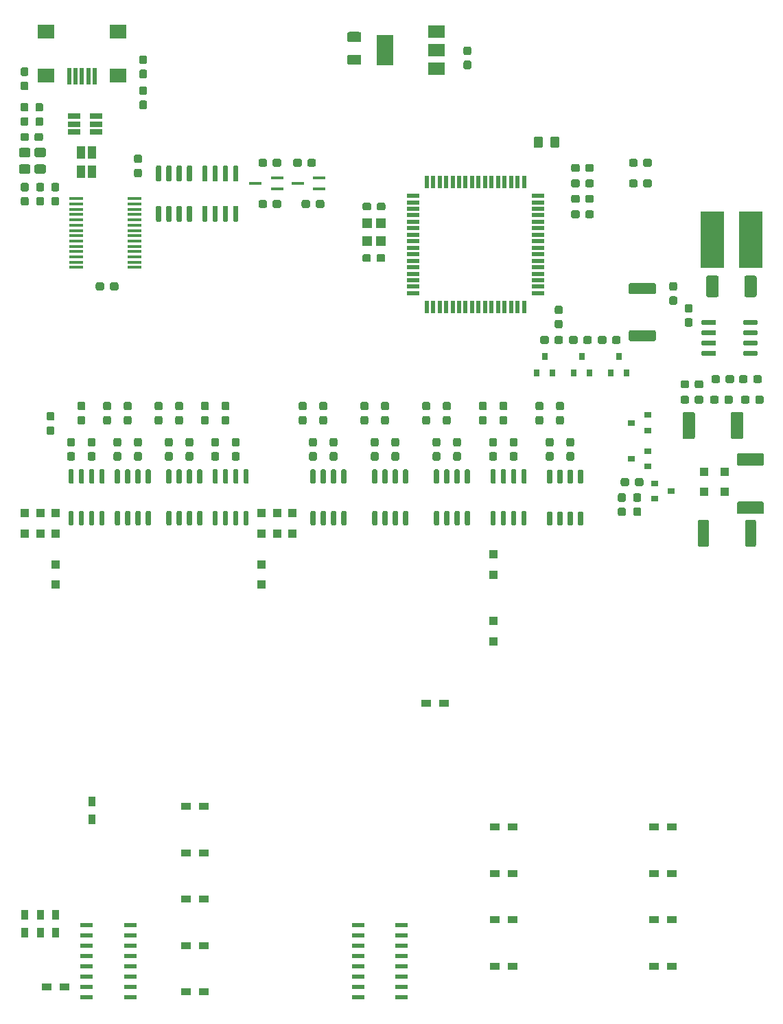
<source format=gbr>
G04 #@! TF.GenerationSoftware,KiCad,Pcbnew,(5.1.5)-3*
G04 #@! TF.CreationDate,2020-07-08T08:09:39+02:00*
G04 #@! TF.ProjectId,SBIO3,5342494f-332e-46b6-9963-61645f706362,rev?*
G04 #@! TF.SameCoordinates,Original*
G04 #@! TF.FileFunction,Paste,Top*
G04 #@! TF.FilePolarity,Positive*
%FSLAX46Y46*%
G04 Gerber Fmt 4.6, Leading zero omitted, Abs format (unit mm)*
G04 Created by KiCad (PCBNEW (5.1.5)-3) date 2020-07-08 08:09:39*
%MOMM*%
%LPD*%
G04 APERTURE LIST*
%ADD10C,0.100000*%
%ADD11R,1.500000X0.450000*%
%ADD12R,1.560000X0.650000*%
%ADD13R,2.000000X1.700000*%
%ADD14R,0.500000X2.000000*%
%ADD15R,1.000000X1.000000*%
%ADD16R,1.500000X0.550000*%
%ADD17R,0.550000X1.500000*%
%ADD18R,0.900000X0.800000*%
%ADD19R,1.750000X0.450000*%
%ADD20R,0.800000X0.900000*%
%ADD21R,1.200000X1.300000*%
%ADD22R,2.000000X1.500000*%
%ADD23R,2.000000X3.800000*%
%ADD24R,1.000000X1.500000*%
%ADD25R,3.000000X7.000000*%
%ADD26R,0.900000X1.200000*%
%ADD27R,1.200000X0.900000*%
%ADD28R,1.500000X0.600000*%
G04 APERTURE END LIST*
D10*
G36*
X162235779Y-96046144D02*
G01*
X162258834Y-96049563D01*
X162281443Y-96055227D01*
X162303387Y-96063079D01*
X162324457Y-96073044D01*
X162344448Y-96085026D01*
X162363168Y-96098910D01*
X162380438Y-96114562D01*
X162396090Y-96131832D01*
X162409974Y-96150552D01*
X162421956Y-96170543D01*
X162431921Y-96191613D01*
X162439773Y-96213557D01*
X162445437Y-96236166D01*
X162448856Y-96259221D01*
X162450000Y-96282500D01*
X162450000Y-96757500D01*
X162448856Y-96780779D01*
X162445437Y-96803834D01*
X162439773Y-96826443D01*
X162431921Y-96848387D01*
X162421956Y-96869457D01*
X162409974Y-96889448D01*
X162396090Y-96908168D01*
X162380438Y-96925438D01*
X162363168Y-96941090D01*
X162344448Y-96954974D01*
X162324457Y-96966956D01*
X162303387Y-96976921D01*
X162281443Y-96984773D01*
X162258834Y-96990437D01*
X162235779Y-96993856D01*
X162212500Y-96995000D01*
X161637500Y-96995000D01*
X161614221Y-96993856D01*
X161591166Y-96990437D01*
X161568557Y-96984773D01*
X161546613Y-96976921D01*
X161525543Y-96966956D01*
X161505552Y-96954974D01*
X161486832Y-96941090D01*
X161469562Y-96925438D01*
X161453910Y-96908168D01*
X161440026Y-96889448D01*
X161428044Y-96869457D01*
X161418079Y-96848387D01*
X161410227Y-96826443D01*
X161404563Y-96803834D01*
X161401144Y-96780779D01*
X161400000Y-96757500D01*
X161400000Y-96282500D01*
X161401144Y-96259221D01*
X161404563Y-96236166D01*
X161410227Y-96213557D01*
X161418079Y-96191613D01*
X161428044Y-96170543D01*
X161440026Y-96150552D01*
X161453910Y-96131832D01*
X161469562Y-96114562D01*
X161486832Y-96098910D01*
X161505552Y-96085026D01*
X161525543Y-96073044D01*
X161546613Y-96063079D01*
X161568557Y-96055227D01*
X161591166Y-96049563D01*
X161614221Y-96046144D01*
X161637500Y-96045000D01*
X162212500Y-96045000D01*
X162235779Y-96046144D01*
G37*
G36*
X163985779Y-96046144D02*
G01*
X164008834Y-96049563D01*
X164031443Y-96055227D01*
X164053387Y-96063079D01*
X164074457Y-96073044D01*
X164094448Y-96085026D01*
X164113168Y-96098910D01*
X164130438Y-96114562D01*
X164146090Y-96131832D01*
X164159974Y-96150552D01*
X164171956Y-96170543D01*
X164181921Y-96191613D01*
X164189773Y-96213557D01*
X164195437Y-96236166D01*
X164198856Y-96259221D01*
X164200000Y-96282500D01*
X164200000Y-96757500D01*
X164198856Y-96780779D01*
X164195437Y-96803834D01*
X164189773Y-96826443D01*
X164181921Y-96848387D01*
X164171956Y-96869457D01*
X164159974Y-96889448D01*
X164146090Y-96908168D01*
X164130438Y-96925438D01*
X164113168Y-96941090D01*
X164094448Y-96954974D01*
X164074457Y-96966956D01*
X164053387Y-96976921D01*
X164031443Y-96984773D01*
X164008834Y-96990437D01*
X163985779Y-96993856D01*
X163962500Y-96995000D01*
X163387500Y-96995000D01*
X163364221Y-96993856D01*
X163341166Y-96990437D01*
X163318557Y-96984773D01*
X163296613Y-96976921D01*
X163275543Y-96966956D01*
X163255552Y-96954974D01*
X163236832Y-96941090D01*
X163219562Y-96925438D01*
X163203910Y-96908168D01*
X163190026Y-96889448D01*
X163178044Y-96869457D01*
X163168079Y-96848387D01*
X163160227Y-96826443D01*
X163154563Y-96803834D01*
X163151144Y-96780779D01*
X163150000Y-96757500D01*
X163150000Y-96282500D01*
X163151144Y-96259221D01*
X163154563Y-96236166D01*
X163160227Y-96213557D01*
X163168079Y-96191613D01*
X163178044Y-96170543D01*
X163190026Y-96150552D01*
X163203910Y-96131832D01*
X163219562Y-96114562D01*
X163236832Y-96098910D01*
X163255552Y-96085026D01*
X163275543Y-96073044D01*
X163296613Y-96063079D01*
X163318557Y-96055227D01*
X163341166Y-96049563D01*
X163364221Y-96046144D01*
X163387500Y-96045000D01*
X163962500Y-96045000D01*
X163985779Y-96046144D01*
G37*
G36*
X151200779Y-106206144D02*
G01*
X151223834Y-106209563D01*
X151246443Y-106215227D01*
X151268387Y-106223079D01*
X151289457Y-106233044D01*
X151309448Y-106245026D01*
X151328168Y-106258910D01*
X151345438Y-106274562D01*
X151361090Y-106291832D01*
X151374974Y-106310552D01*
X151386956Y-106330543D01*
X151396921Y-106351613D01*
X151404773Y-106373557D01*
X151410437Y-106396166D01*
X151413856Y-106419221D01*
X151415000Y-106442500D01*
X151415000Y-106917500D01*
X151413856Y-106940779D01*
X151410437Y-106963834D01*
X151404773Y-106986443D01*
X151396921Y-107008387D01*
X151386956Y-107029457D01*
X151374974Y-107049448D01*
X151361090Y-107068168D01*
X151345438Y-107085438D01*
X151328168Y-107101090D01*
X151309448Y-107114974D01*
X151289457Y-107126956D01*
X151268387Y-107136921D01*
X151246443Y-107144773D01*
X151223834Y-107150437D01*
X151200779Y-107153856D01*
X151177500Y-107155000D01*
X150602500Y-107155000D01*
X150579221Y-107153856D01*
X150556166Y-107150437D01*
X150533557Y-107144773D01*
X150511613Y-107136921D01*
X150490543Y-107126956D01*
X150470552Y-107114974D01*
X150451832Y-107101090D01*
X150434562Y-107085438D01*
X150418910Y-107068168D01*
X150405026Y-107049448D01*
X150393044Y-107029457D01*
X150383079Y-107008387D01*
X150375227Y-106986443D01*
X150369563Y-106963834D01*
X150366144Y-106940779D01*
X150365000Y-106917500D01*
X150365000Y-106442500D01*
X150366144Y-106419221D01*
X150369563Y-106396166D01*
X150375227Y-106373557D01*
X150383079Y-106351613D01*
X150393044Y-106330543D01*
X150405026Y-106310552D01*
X150418910Y-106291832D01*
X150434562Y-106274562D01*
X150451832Y-106258910D01*
X150470552Y-106245026D01*
X150490543Y-106233044D01*
X150511613Y-106223079D01*
X150533557Y-106215227D01*
X150556166Y-106209563D01*
X150579221Y-106206144D01*
X150602500Y-106205000D01*
X151177500Y-106205000D01*
X151200779Y-106206144D01*
G37*
G36*
X152950779Y-106206144D02*
G01*
X152973834Y-106209563D01*
X152996443Y-106215227D01*
X153018387Y-106223079D01*
X153039457Y-106233044D01*
X153059448Y-106245026D01*
X153078168Y-106258910D01*
X153095438Y-106274562D01*
X153111090Y-106291832D01*
X153124974Y-106310552D01*
X153136956Y-106330543D01*
X153146921Y-106351613D01*
X153154773Y-106373557D01*
X153160437Y-106396166D01*
X153163856Y-106419221D01*
X153165000Y-106442500D01*
X153165000Y-106917500D01*
X153163856Y-106940779D01*
X153160437Y-106963834D01*
X153154773Y-106986443D01*
X153146921Y-107008387D01*
X153136956Y-107029457D01*
X153124974Y-107049448D01*
X153111090Y-107068168D01*
X153095438Y-107085438D01*
X153078168Y-107101090D01*
X153059448Y-107114974D01*
X153039457Y-107126956D01*
X153018387Y-107136921D01*
X152996443Y-107144773D01*
X152973834Y-107150437D01*
X152950779Y-107153856D01*
X152927500Y-107155000D01*
X152352500Y-107155000D01*
X152329221Y-107153856D01*
X152306166Y-107150437D01*
X152283557Y-107144773D01*
X152261613Y-107136921D01*
X152240543Y-107126956D01*
X152220552Y-107114974D01*
X152201832Y-107101090D01*
X152184562Y-107085438D01*
X152168910Y-107068168D01*
X152155026Y-107049448D01*
X152143044Y-107029457D01*
X152133079Y-107008387D01*
X152125227Y-106986443D01*
X152119563Y-106963834D01*
X152116144Y-106940779D01*
X152115000Y-106917500D01*
X152115000Y-106442500D01*
X152116144Y-106419221D01*
X152119563Y-106396166D01*
X152125227Y-106373557D01*
X152133079Y-106351613D01*
X152143044Y-106330543D01*
X152155026Y-106310552D01*
X152168910Y-106291832D01*
X152184562Y-106274562D01*
X152201832Y-106258910D01*
X152220552Y-106245026D01*
X152240543Y-106233044D01*
X152261613Y-106223079D01*
X152283557Y-106215227D01*
X152306166Y-106209563D01*
X152329221Y-106206144D01*
X152352500Y-106205000D01*
X152927500Y-106205000D01*
X152950779Y-106206144D01*
G37*
G36*
X145090779Y-69376144D02*
G01*
X145113834Y-69379563D01*
X145136443Y-69385227D01*
X145158387Y-69393079D01*
X145179457Y-69403044D01*
X145199448Y-69415026D01*
X145218168Y-69428910D01*
X145235438Y-69444562D01*
X145251090Y-69461832D01*
X145264974Y-69480552D01*
X145276956Y-69500543D01*
X145286921Y-69521613D01*
X145294773Y-69543557D01*
X145300437Y-69566166D01*
X145303856Y-69589221D01*
X145305000Y-69612500D01*
X145305000Y-70087500D01*
X145303856Y-70110779D01*
X145300437Y-70133834D01*
X145294773Y-70156443D01*
X145286921Y-70178387D01*
X145276956Y-70199457D01*
X145264974Y-70219448D01*
X145251090Y-70238168D01*
X145235438Y-70255438D01*
X145218168Y-70271090D01*
X145199448Y-70284974D01*
X145179457Y-70296956D01*
X145158387Y-70306921D01*
X145136443Y-70314773D01*
X145113834Y-70320437D01*
X145090779Y-70323856D01*
X145067500Y-70325000D01*
X144492500Y-70325000D01*
X144469221Y-70323856D01*
X144446166Y-70320437D01*
X144423557Y-70314773D01*
X144401613Y-70306921D01*
X144380543Y-70296956D01*
X144360552Y-70284974D01*
X144341832Y-70271090D01*
X144324562Y-70255438D01*
X144308910Y-70238168D01*
X144295026Y-70219448D01*
X144283044Y-70199457D01*
X144273079Y-70178387D01*
X144265227Y-70156443D01*
X144259563Y-70133834D01*
X144256144Y-70110779D01*
X144255000Y-70087500D01*
X144255000Y-69612500D01*
X144256144Y-69589221D01*
X144259563Y-69566166D01*
X144265227Y-69543557D01*
X144273079Y-69521613D01*
X144283044Y-69500543D01*
X144295026Y-69480552D01*
X144308910Y-69461832D01*
X144324562Y-69444562D01*
X144341832Y-69428910D01*
X144360552Y-69415026D01*
X144380543Y-69403044D01*
X144401613Y-69393079D01*
X144423557Y-69385227D01*
X144446166Y-69379563D01*
X144469221Y-69376144D01*
X144492500Y-69375000D01*
X145067500Y-69375000D01*
X145090779Y-69376144D01*
G37*
G36*
X146840779Y-69376144D02*
G01*
X146863834Y-69379563D01*
X146886443Y-69385227D01*
X146908387Y-69393079D01*
X146929457Y-69403044D01*
X146949448Y-69415026D01*
X146968168Y-69428910D01*
X146985438Y-69444562D01*
X147001090Y-69461832D01*
X147014974Y-69480552D01*
X147026956Y-69500543D01*
X147036921Y-69521613D01*
X147044773Y-69543557D01*
X147050437Y-69566166D01*
X147053856Y-69589221D01*
X147055000Y-69612500D01*
X147055000Y-70087500D01*
X147053856Y-70110779D01*
X147050437Y-70133834D01*
X147044773Y-70156443D01*
X147036921Y-70178387D01*
X147026956Y-70199457D01*
X147014974Y-70219448D01*
X147001090Y-70238168D01*
X146985438Y-70255438D01*
X146968168Y-70271090D01*
X146949448Y-70284974D01*
X146929457Y-70296956D01*
X146908387Y-70306921D01*
X146886443Y-70314773D01*
X146863834Y-70320437D01*
X146840779Y-70323856D01*
X146817500Y-70325000D01*
X146242500Y-70325000D01*
X146219221Y-70323856D01*
X146196166Y-70320437D01*
X146173557Y-70314773D01*
X146151613Y-70306921D01*
X146130543Y-70296956D01*
X146110552Y-70284974D01*
X146091832Y-70271090D01*
X146074562Y-70255438D01*
X146058910Y-70238168D01*
X146045026Y-70219448D01*
X146033044Y-70199457D01*
X146023079Y-70178387D01*
X146015227Y-70156443D01*
X146009563Y-70133834D01*
X146006144Y-70110779D01*
X146005000Y-70087500D01*
X146005000Y-69612500D01*
X146006144Y-69589221D01*
X146009563Y-69566166D01*
X146015227Y-69543557D01*
X146023079Y-69521613D01*
X146033044Y-69500543D01*
X146045026Y-69480552D01*
X146058910Y-69461832D01*
X146074562Y-69444562D01*
X146091832Y-69428910D01*
X146110552Y-69415026D01*
X146130543Y-69403044D01*
X146151613Y-69393079D01*
X146173557Y-69385227D01*
X146196166Y-69379563D01*
X146219221Y-69376144D01*
X146242500Y-69375000D01*
X146817500Y-69375000D01*
X146840779Y-69376144D01*
G37*
D11*
X105290000Y-69850000D03*
X107950000Y-69200000D03*
X107950000Y-70500000D03*
D10*
G36*
X91065779Y-68056144D02*
G01*
X91088834Y-68059563D01*
X91111443Y-68065227D01*
X91133387Y-68073079D01*
X91154457Y-68083044D01*
X91174448Y-68095026D01*
X91193168Y-68108910D01*
X91210438Y-68124562D01*
X91226090Y-68141832D01*
X91239974Y-68160552D01*
X91251956Y-68180543D01*
X91261921Y-68201613D01*
X91269773Y-68223557D01*
X91275437Y-68246166D01*
X91278856Y-68269221D01*
X91280000Y-68292500D01*
X91280000Y-68867500D01*
X91278856Y-68890779D01*
X91275437Y-68913834D01*
X91269773Y-68936443D01*
X91261921Y-68958387D01*
X91251956Y-68979457D01*
X91239974Y-68999448D01*
X91226090Y-69018168D01*
X91210438Y-69035438D01*
X91193168Y-69051090D01*
X91174448Y-69064974D01*
X91154457Y-69076956D01*
X91133387Y-69086921D01*
X91111443Y-69094773D01*
X91088834Y-69100437D01*
X91065779Y-69103856D01*
X91042500Y-69105000D01*
X90567500Y-69105000D01*
X90544221Y-69103856D01*
X90521166Y-69100437D01*
X90498557Y-69094773D01*
X90476613Y-69086921D01*
X90455543Y-69076956D01*
X90435552Y-69064974D01*
X90416832Y-69051090D01*
X90399562Y-69035438D01*
X90383910Y-69018168D01*
X90370026Y-68999448D01*
X90358044Y-68979457D01*
X90348079Y-68958387D01*
X90340227Y-68936443D01*
X90334563Y-68913834D01*
X90331144Y-68890779D01*
X90330000Y-68867500D01*
X90330000Y-68292500D01*
X90331144Y-68269221D01*
X90334563Y-68246166D01*
X90340227Y-68223557D01*
X90348079Y-68201613D01*
X90358044Y-68180543D01*
X90370026Y-68160552D01*
X90383910Y-68141832D01*
X90399562Y-68124562D01*
X90416832Y-68108910D01*
X90435552Y-68095026D01*
X90455543Y-68083044D01*
X90476613Y-68073079D01*
X90498557Y-68065227D01*
X90521166Y-68059563D01*
X90544221Y-68056144D01*
X90567500Y-68055000D01*
X91042500Y-68055000D01*
X91065779Y-68056144D01*
G37*
G36*
X91065779Y-66306144D02*
G01*
X91088834Y-66309563D01*
X91111443Y-66315227D01*
X91133387Y-66323079D01*
X91154457Y-66333044D01*
X91174448Y-66345026D01*
X91193168Y-66358910D01*
X91210438Y-66374562D01*
X91226090Y-66391832D01*
X91239974Y-66410552D01*
X91251956Y-66430543D01*
X91261921Y-66451613D01*
X91269773Y-66473557D01*
X91275437Y-66496166D01*
X91278856Y-66519221D01*
X91280000Y-66542500D01*
X91280000Y-67117500D01*
X91278856Y-67140779D01*
X91275437Y-67163834D01*
X91269773Y-67186443D01*
X91261921Y-67208387D01*
X91251956Y-67229457D01*
X91239974Y-67249448D01*
X91226090Y-67268168D01*
X91210438Y-67285438D01*
X91193168Y-67301090D01*
X91174448Y-67314974D01*
X91154457Y-67326956D01*
X91133387Y-67336921D01*
X91111443Y-67344773D01*
X91088834Y-67350437D01*
X91065779Y-67353856D01*
X91042500Y-67355000D01*
X90567500Y-67355000D01*
X90544221Y-67353856D01*
X90521166Y-67350437D01*
X90498557Y-67344773D01*
X90476613Y-67336921D01*
X90455543Y-67326956D01*
X90435552Y-67314974D01*
X90416832Y-67301090D01*
X90399562Y-67285438D01*
X90383910Y-67268168D01*
X90370026Y-67249448D01*
X90358044Y-67229457D01*
X90348079Y-67208387D01*
X90340227Y-67186443D01*
X90334563Y-67163834D01*
X90331144Y-67140779D01*
X90330000Y-67117500D01*
X90330000Y-66542500D01*
X90331144Y-66519221D01*
X90334563Y-66496166D01*
X90340227Y-66473557D01*
X90348079Y-66451613D01*
X90358044Y-66430543D01*
X90370026Y-66410552D01*
X90383910Y-66391832D01*
X90399562Y-66374562D01*
X90416832Y-66358910D01*
X90435552Y-66345026D01*
X90455543Y-66333044D01*
X90476613Y-66323079D01*
X90498557Y-66315227D01*
X90521166Y-66309563D01*
X90544221Y-66306144D01*
X90567500Y-66305000D01*
X91042500Y-66305000D01*
X91065779Y-66306144D01*
G37*
G36*
X88180779Y-82076144D02*
G01*
X88203834Y-82079563D01*
X88226443Y-82085227D01*
X88248387Y-82093079D01*
X88269457Y-82103044D01*
X88289448Y-82115026D01*
X88308168Y-82128910D01*
X88325438Y-82144562D01*
X88341090Y-82161832D01*
X88354974Y-82180552D01*
X88366956Y-82200543D01*
X88376921Y-82221613D01*
X88384773Y-82243557D01*
X88390437Y-82266166D01*
X88393856Y-82289221D01*
X88395000Y-82312500D01*
X88395000Y-82787500D01*
X88393856Y-82810779D01*
X88390437Y-82833834D01*
X88384773Y-82856443D01*
X88376921Y-82878387D01*
X88366956Y-82899457D01*
X88354974Y-82919448D01*
X88341090Y-82938168D01*
X88325438Y-82955438D01*
X88308168Y-82971090D01*
X88289448Y-82984974D01*
X88269457Y-82996956D01*
X88248387Y-83006921D01*
X88226443Y-83014773D01*
X88203834Y-83020437D01*
X88180779Y-83023856D01*
X88157500Y-83025000D01*
X87582500Y-83025000D01*
X87559221Y-83023856D01*
X87536166Y-83020437D01*
X87513557Y-83014773D01*
X87491613Y-83006921D01*
X87470543Y-82996956D01*
X87450552Y-82984974D01*
X87431832Y-82971090D01*
X87414562Y-82955438D01*
X87398910Y-82938168D01*
X87385026Y-82919448D01*
X87373044Y-82899457D01*
X87363079Y-82878387D01*
X87355227Y-82856443D01*
X87349563Y-82833834D01*
X87346144Y-82810779D01*
X87345000Y-82787500D01*
X87345000Y-82312500D01*
X87346144Y-82289221D01*
X87349563Y-82266166D01*
X87355227Y-82243557D01*
X87363079Y-82221613D01*
X87373044Y-82200543D01*
X87385026Y-82180552D01*
X87398910Y-82161832D01*
X87414562Y-82144562D01*
X87431832Y-82128910D01*
X87450552Y-82115026D01*
X87470543Y-82103044D01*
X87491613Y-82093079D01*
X87513557Y-82085227D01*
X87536166Y-82079563D01*
X87559221Y-82076144D01*
X87582500Y-82075000D01*
X88157500Y-82075000D01*
X88180779Y-82076144D01*
G37*
G36*
X86430779Y-82076144D02*
G01*
X86453834Y-82079563D01*
X86476443Y-82085227D01*
X86498387Y-82093079D01*
X86519457Y-82103044D01*
X86539448Y-82115026D01*
X86558168Y-82128910D01*
X86575438Y-82144562D01*
X86591090Y-82161832D01*
X86604974Y-82180552D01*
X86616956Y-82200543D01*
X86626921Y-82221613D01*
X86634773Y-82243557D01*
X86640437Y-82266166D01*
X86643856Y-82289221D01*
X86645000Y-82312500D01*
X86645000Y-82787500D01*
X86643856Y-82810779D01*
X86640437Y-82833834D01*
X86634773Y-82856443D01*
X86626921Y-82878387D01*
X86616956Y-82899457D01*
X86604974Y-82919448D01*
X86591090Y-82938168D01*
X86575438Y-82955438D01*
X86558168Y-82971090D01*
X86539448Y-82984974D01*
X86519457Y-82996956D01*
X86498387Y-83006921D01*
X86476443Y-83014773D01*
X86453834Y-83020437D01*
X86430779Y-83023856D01*
X86407500Y-83025000D01*
X85832500Y-83025000D01*
X85809221Y-83023856D01*
X85786166Y-83020437D01*
X85763557Y-83014773D01*
X85741613Y-83006921D01*
X85720543Y-82996956D01*
X85700552Y-82984974D01*
X85681832Y-82971090D01*
X85664562Y-82955438D01*
X85648910Y-82938168D01*
X85635026Y-82919448D01*
X85623044Y-82899457D01*
X85613079Y-82878387D01*
X85605227Y-82856443D01*
X85599563Y-82833834D01*
X85596144Y-82810779D01*
X85595000Y-82787500D01*
X85595000Y-82312500D01*
X85596144Y-82289221D01*
X85599563Y-82266166D01*
X85605227Y-82243557D01*
X85613079Y-82221613D01*
X85623044Y-82200543D01*
X85635026Y-82180552D01*
X85648910Y-82161832D01*
X85664562Y-82144562D01*
X85681832Y-82128910D01*
X85700552Y-82115026D01*
X85720543Y-82103044D01*
X85741613Y-82093079D01*
X85763557Y-82085227D01*
X85786166Y-82079563D01*
X85809221Y-82076144D01*
X85832500Y-82075000D01*
X86407500Y-82075000D01*
X86430779Y-82076144D01*
G37*
G36*
X99224703Y-67670722D02*
G01*
X99239264Y-67672882D01*
X99253543Y-67676459D01*
X99267403Y-67681418D01*
X99280710Y-67687712D01*
X99293336Y-67695280D01*
X99305159Y-67704048D01*
X99316066Y-67713934D01*
X99325952Y-67724841D01*
X99334720Y-67736664D01*
X99342288Y-67749290D01*
X99348582Y-67762597D01*
X99353541Y-67776457D01*
X99357118Y-67790736D01*
X99359278Y-67805297D01*
X99360000Y-67820000D01*
X99360000Y-69470000D01*
X99359278Y-69484703D01*
X99357118Y-69499264D01*
X99353541Y-69513543D01*
X99348582Y-69527403D01*
X99342288Y-69540710D01*
X99334720Y-69553336D01*
X99325952Y-69565159D01*
X99316066Y-69576066D01*
X99305159Y-69585952D01*
X99293336Y-69594720D01*
X99280710Y-69602288D01*
X99267403Y-69608582D01*
X99253543Y-69613541D01*
X99239264Y-69617118D01*
X99224703Y-69619278D01*
X99210000Y-69620000D01*
X98910000Y-69620000D01*
X98895297Y-69619278D01*
X98880736Y-69617118D01*
X98866457Y-69613541D01*
X98852597Y-69608582D01*
X98839290Y-69602288D01*
X98826664Y-69594720D01*
X98814841Y-69585952D01*
X98803934Y-69576066D01*
X98794048Y-69565159D01*
X98785280Y-69553336D01*
X98777712Y-69540710D01*
X98771418Y-69527403D01*
X98766459Y-69513543D01*
X98762882Y-69499264D01*
X98760722Y-69484703D01*
X98760000Y-69470000D01*
X98760000Y-67820000D01*
X98760722Y-67805297D01*
X98762882Y-67790736D01*
X98766459Y-67776457D01*
X98771418Y-67762597D01*
X98777712Y-67749290D01*
X98785280Y-67736664D01*
X98794048Y-67724841D01*
X98803934Y-67713934D01*
X98814841Y-67704048D01*
X98826664Y-67695280D01*
X98839290Y-67687712D01*
X98852597Y-67681418D01*
X98866457Y-67676459D01*
X98880736Y-67672882D01*
X98895297Y-67670722D01*
X98910000Y-67670000D01*
X99210000Y-67670000D01*
X99224703Y-67670722D01*
G37*
G36*
X100494703Y-67670722D02*
G01*
X100509264Y-67672882D01*
X100523543Y-67676459D01*
X100537403Y-67681418D01*
X100550710Y-67687712D01*
X100563336Y-67695280D01*
X100575159Y-67704048D01*
X100586066Y-67713934D01*
X100595952Y-67724841D01*
X100604720Y-67736664D01*
X100612288Y-67749290D01*
X100618582Y-67762597D01*
X100623541Y-67776457D01*
X100627118Y-67790736D01*
X100629278Y-67805297D01*
X100630000Y-67820000D01*
X100630000Y-69470000D01*
X100629278Y-69484703D01*
X100627118Y-69499264D01*
X100623541Y-69513543D01*
X100618582Y-69527403D01*
X100612288Y-69540710D01*
X100604720Y-69553336D01*
X100595952Y-69565159D01*
X100586066Y-69576066D01*
X100575159Y-69585952D01*
X100563336Y-69594720D01*
X100550710Y-69602288D01*
X100537403Y-69608582D01*
X100523543Y-69613541D01*
X100509264Y-69617118D01*
X100494703Y-69619278D01*
X100480000Y-69620000D01*
X100180000Y-69620000D01*
X100165297Y-69619278D01*
X100150736Y-69617118D01*
X100136457Y-69613541D01*
X100122597Y-69608582D01*
X100109290Y-69602288D01*
X100096664Y-69594720D01*
X100084841Y-69585952D01*
X100073934Y-69576066D01*
X100064048Y-69565159D01*
X100055280Y-69553336D01*
X100047712Y-69540710D01*
X100041418Y-69527403D01*
X100036459Y-69513543D01*
X100032882Y-69499264D01*
X100030722Y-69484703D01*
X100030000Y-69470000D01*
X100030000Y-67820000D01*
X100030722Y-67805297D01*
X100032882Y-67790736D01*
X100036459Y-67776457D01*
X100041418Y-67762597D01*
X100047712Y-67749290D01*
X100055280Y-67736664D01*
X100064048Y-67724841D01*
X100073934Y-67713934D01*
X100084841Y-67704048D01*
X100096664Y-67695280D01*
X100109290Y-67687712D01*
X100122597Y-67681418D01*
X100136457Y-67676459D01*
X100150736Y-67672882D01*
X100165297Y-67670722D01*
X100180000Y-67670000D01*
X100480000Y-67670000D01*
X100494703Y-67670722D01*
G37*
G36*
X101764703Y-67670722D02*
G01*
X101779264Y-67672882D01*
X101793543Y-67676459D01*
X101807403Y-67681418D01*
X101820710Y-67687712D01*
X101833336Y-67695280D01*
X101845159Y-67704048D01*
X101856066Y-67713934D01*
X101865952Y-67724841D01*
X101874720Y-67736664D01*
X101882288Y-67749290D01*
X101888582Y-67762597D01*
X101893541Y-67776457D01*
X101897118Y-67790736D01*
X101899278Y-67805297D01*
X101900000Y-67820000D01*
X101900000Y-69470000D01*
X101899278Y-69484703D01*
X101897118Y-69499264D01*
X101893541Y-69513543D01*
X101888582Y-69527403D01*
X101882288Y-69540710D01*
X101874720Y-69553336D01*
X101865952Y-69565159D01*
X101856066Y-69576066D01*
X101845159Y-69585952D01*
X101833336Y-69594720D01*
X101820710Y-69602288D01*
X101807403Y-69608582D01*
X101793543Y-69613541D01*
X101779264Y-69617118D01*
X101764703Y-69619278D01*
X101750000Y-69620000D01*
X101450000Y-69620000D01*
X101435297Y-69619278D01*
X101420736Y-69617118D01*
X101406457Y-69613541D01*
X101392597Y-69608582D01*
X101379290Y-69602288D01*
X101366664Y-69594720D01*
X101354841Y-69585952D01*
X101343934Y-69576066D01*
X101334048Y-69565159D01*
X101325280Y-69553336D01*
X101317712Y-69540710D01*
X101311418Y-69527403D01*
X101306459Y-69513543D01*
X101302882Y-69499264D01*
X101300722Y-69484703D01*
X101300000Y-69470000D01*
X101300000Y-67820000D01*
X101300722Y-67805297D01*
X101302882Y-67790736D01*
X101306459Y-67776457D01*
X101311418Y-67762597D01*
X101317712Y-67749290D01*
X101325280Y-67736664D01*
X101334048Y-67724841D01*
X101343934Y-67713934D01*
X101354841Y-67704048D01*
X101366664Y-67695280D01*
X101379290Y-67687712D01*
X101392597Y-67681418D01*
X101406457Y-67676459D01*
X101420736Y-67672882D01*
X101435297Y-67670722D01*
X101450000Y-67670000D01*
X101750000Y-67670000D01*
X101764703Y-67670722D01*
G37*
G36*
X103034703Y-67670722D02*
G01*
X103049264Y-67672882D01*
X103063543Y-67676459D01*
X103077403Y-67681418D01*
X103090710Y-67687712D01*
X103103336Y-67695280D01*
X103115159Y-67704048D01*
X103126066Y-67713934D01*
X103135952Y-67724841D01*
X103144720Y-67736664D01*
X103152288Y-67749290D01*
X103158582Y-67762597D01*
X103163541Y-67776457D01*
X103167118Y-67790736D01*
X103169278Y-67805297D01*
X103170000Y-67820000D01*
X103170000Y-69470000D01*
X103169278Y-69484703D01*
X103167118Y-69499264D01*
X103163541Y-69513543D01*
X103158582Y-69527403D01*
X103152288Y-69540710D01*
X103144720Y-69553336D01*
X103135952Y-69565159D01*
X103126066Y-69576066D01*
X103115159Y-69585952D01*
X103103336Y-69594720D01*
X103090710Y-69602288D01*
X103077403Y-69608582D01*
X103063543Y-69613541D01*
X103049264Y-69617118D01*
X103034703Y-69619278D01*
X103020000Y-69620000D01*
X102720000Y-69620000D01*
X102705297Y-69619278D01*
X102690736Y-69617118D01*
X102676457Y-69613541D01*
X102662597Y-69608582D01*
X102649290Y-69602288D01*
X102636664Y-69594720D01*
X102624841Y-69585952D01*
X102613934Y-69576066D01*
X102604048Y-69565159D01*
X102595280Y-69553336D01*
X102587712Y-69540710D01*
X102581418Y-69527403D01*
X102576459Y-69513543D01*
X102572882Y-69499264D01*
X102570722Y-69484703D01*
X102570000Y-69470000D01*
X102570000Y-67820000D01*
X102570722Y-67805297D01*
X102572882Y-67790736D01*
X102576459Y-67776457D01*
X102581418Y-67762597D01*
X102587712Y-67749290D01*
X102595280Y-67736664D01*
X102604048Y-67724841D01*
X102613934Y-67713934D01*
X102624841Y-67704048D01*
X102636664Y-67695280D01*
X102649290Y-67687712D01*
X102662597Y-67681418D01*
X102676457Y-67676459D01*
X102690736Y-67672882D01*
X102705297Y-67670722D01*
X102720000Y-67670000D01*
X103020000Y-67670000D01*
X103034703Y-67670722D01*
G37*
G36*
X103034703Y-72620722D02*
G01*
X103049264Y-72622882D01*
X103063543Y-72626459D01*
X103077403Y-72631418D01*
X103090710Y-72637712D01*
X103103336Y-72645280D01*
X103115159Y-72654048D01*
X103126066Y-72663934D01*
X103135952Y-72674841D01*
X103144720Y-72686664D01*
X103152288Y-72699290D01*
X103158582Y-72712597D01*
X103163541Y-72726457D01*
X103167118Y-72740736D01*
X103169278Y-72755297D01*
X103170000Y-72770000D01*
X103170000Y-74420000D01*
X103169278Y-74434703D01*
X103167118Y-74449264D01*
X103163541Y-74463543D01*
X103158582Y-74477403D01*
X103152288Y-74490710D01*
X103144720Y-74503336D01*
X103135952Y-74515159D01*
X103126066Y-74526066D01*
X103115159Y-74535952D01*
X103103336Y-74544720D01*
X103090710Y-74552288D01*
X103077403Y-74558582D01*
X103063543Y-74563541D01*
X103049264Y-74567118D01*
X103034703Y-74569278D01*
X103020000Y-74570000D01*
X102720000Y-74570000D01*
X102705297Y-74569278D01*
X102690736Y-74567118D01*
X102676457Y-74563541D01*
X102662597Y-74558582D01*
X102649290Y-74552288D01*
X102636664Y-74544720D01*
X102624841Y-74535952D01*
X102613934Y-74526066D01*
X102604048Y-74515159D01*
X102595280Y-74503336D01*
X102587712Y-74490710D01*
X102581418Y-74477403D01*
X102576459Y-74463543D01*
X102572882Y-74449264D01*
X102570722Y-74434703D01*
X102570000Y-74420000D01*
X102570000Y-72770000D01*
X102570722Y-72755297D01*
X102572882Y-72740736D01*
X102576459Y-72726457D01*
X102581418Y-72712597D01*
X102587712Y-72699290D01*
X102595280Y-72686664D01*
X102604048Y-72674841D01*
X102613934Y-72663934D01*
X102624841Y-72654048D01*
X102636664Y-72645280D01*
X102649290Y-72637712D01*
X102662597Y-72631418D01*
X102676457Y-72626459D01*
X102690736Y-72622882D01*
X102705297Y-72620722D01*
X102720000Y-72620000D01*
X103020000Y-72620000D01*
X103034703Y-72620722D01*
G37*
G36*
X101764703Y-72620722D02*
G01*
X101779264Y-72622882D01*
X101793543Y-72626459D01*
X101807403Y-72631418D01*
X101820710Y-72637712D01*
X101833336Y-72645280D01*
X101845159Y-72654048D01*
X101856066Y-72663934D01*
X101865952Y-72674841D01*
X101874720Y-72686664D01*
X101882288Y-72699290D01*
X101888582Y-72712597D01*
X101893541Y-72726457D01*
X101897118Y-72740736D01*
X101899278Y-72755297D01*
X101900000Y-72770000D01*
X101900000Y-74420000D01*
X101899278Y-74434703D01*
X101897118Y-74449264D01*
X101893541Y-74463543D01*
X101888582Y-74477403D01*
X101882288Y-74490710D01*
X101874720Y-74503336D01*
X101865952Y-74515159D01*
X101856066Y-74526066D01*
X101845159Y-74535952D01*
X101833336Y-74544720D01*
X101820710Y-74552288D01*
X101807403Y-74558582D01*
X101793543Y-74563541D01*
X101779264Y-74567118D01*
X101764703Y-74569278D01*
X101750000Y-74570000D01*
X101450000Y-74570000D01*
X101435297Y-74569278D01*
X101420736Y-74567118D01*
X101406457Y-74563541D01*
X101392597Y-74558582D01*
X101379290Y-74552288D01*
X101366664Y-74544720D01*
X101354841Y-74535952D01*
X101343934Y-74526066D01*
X101334048Y-74515159D01*
X101325280Y-74503336D01*
X101317712Y-74490710D01*
X101311418Y-74477403D01*
X101306459Y-74463543D01*
X101302882Y-74449264D01*
X101300722Y-74434703D01*
X101300000Y-74420000D01*
X101300000Y-72770000D01*
X101300722Y-72755297D01*
X101302882Y-72740736D01*
X101306459Y-72726457D01*
X101311418Y-72712597D01*
X101317712Y-72699290D01*
X101325280Y-72686664D01*
X101334048Y-72674841D01*
X101343934Y-72663934D01*
X101354841Y-72654048D01*
X101366664Y-72645280D01*
X101379290Y-72637712D01*
X101392597Y-72631418D01*
X101406457Y-72626459D01*
X101420736Y-72622882D01*
X101435297Y-72620722D01*
X101450000Y-72620000D01*
X101750000Y-72620000D01*
X101764703Y-72620722D01*
G37*
G36*
X100494703Y-72620722D02*
G01*
X100509264Y-72622882D01*
X100523543Y-72626459D01*
X100537403Y-72631418D01*
X100550710Y-72637712D01*
X100563336Y-72645280D01*
X100575159Y-72654048D01*
X100586066Y-72663934D01*
X100595952Y-72674841D01*
X100604720Y-72686664D01*
X100612288Y-72699290D01*
X100618582Y-72712597D01*
X100623541Y-72726457D01*
X100627118Y-72740736D01*
X100629278Y-72755297D01*
X100630000Y-72770000D01*
X100630000Y-74420000D01*
X100629278Y-74434703D01*
X100627118Y-74449264D01*
X100623541Y-74463543D01*
X100618582Y-74477403D01*
X100612288Y-74490710D01*
X100604720Y-74503336D01*
X100595952Y-74515159D01*
X100586066Y-74526066D01*
X100575159Y-74535952D01*
X100563336Y-74544720D01*
X100550710Y-74552288D01*
X100537403Y-74558582D01*
X100523543Y-74563541D01*
X100509264Y-74567118D01*
X100494703Y-74569278D01*
X100480000Y-74570000D01*
X100180000Y-74570000D01*
X100165297Y-74569278D01*
X100150736Y-74567118D01*
X100136457Y-74563541D01*
X100122597Y-74558582D01*
X100109290Y-74552288D01*
X100096664Y-74544720D01*
X100084841Y-74535952D01*
X100073934Y-74526066D01*
X100064048Y-74515159D01*
X100055280Y-74503336D01*
X100047712Y-74490710D01*
X100041418Y-74477403D01*
X100036459Y-74463543D01*
X100032882Y-74449264D01*
X100030722Y-74434703D01*
X100030000Y-74420000D01*
X100030000Y-72770000D01*
X100030722Y-72755297D01*
X100032882Y-72740736D01*
X100036459Y-72726457D01*
X100041418Y-72712597D01*
X100047712Y-72699290D01*
X100055280Y-72686664D01*
X100064048Y-72674841D01*
X100073934Y-72663934D01*
X100084841Y-72654048D01*
X100096664Y-72645280D01*
X100109290Y-72637712D01*
X100122597Y-72631418D01*
X100136457Y-72626459D01*
X100150736Y-72622882D01*
X100165297Y-72620722D01*
X100180000Y-72620000D01*
X100480000Y-72620000D01*
X100494703Y-72620722D01*
G37*
G36*
X99224703Y-72620722D02*
G01*
X99239264Y-72622882D01*
X99253543Y-72626459D01*
X99267403Y-72631418D01*
X99280710Y-72637712D01*
X99293336Y-72645280D01*
X99305159Y-72654048D01*
X99316066Y-72663934D01*
X99325952Y-72674841D01*
X99334720Y-72686664D01*
X99342288Y-72699290D01*
X99348582Y-72712597D01*
X99353541Y-72726457D01*
X99357118Y-72740736D01*
X99359278Y-72755297D01*
X99360000Y-72770000D01*
X99360000Y-74420000D01*
X99359278Y-74434703D01*
X99357118Y-74449264D01*
X99353541Y-74463543D01*
X99348582Y-74477403D01*
X99342288Y-74490710D01*
X99334720Y-74503336D01*
X99325952Y-74515159D01*
X99316066Y-74526066D01*
X99305159Y-74535952D01*
X99293336Y-74544720D01*
X99280710Y-74552288D01*
X99267403Y-74558582D01*
X99253543Y-74563541D01*
X99239264Y-74567118D01*
X99224703Y-74569278D01*
X99210000Y-74570000D01*
X98910000Y-74570000D01*
X98895297Y-74569278D01*
X98880736Y-74567118D01*
X98866457Y-74563541D01*
X98852597Y-74558582D01*
X98839290Y-74552288D01*
X98826664Y-74544720D01*
X98814841Y-74535952D01*
X98803934Y-74526066D01*
X98794048Y-74515159D01*
X98785280Y-74503336D01*
X98777712Y-74490710D01*
X98771418Y-74477403D01*
X98766459Y-74463543D01*
X98762882Y-74449264D01*
X98760722Y-74434703D01*
X98760000Y-74420000D01*
X98760000Y-72770000D01*
X98760722Y-72755297D01*
X98762882Y-72740736D01*
X98766459Y-72726457D01*
X98771418Y-72712597D01*
X98777712Y-72699290D01*
X98785280Y-72686664D01*
X98794048Y-72674841D01*
X98803934Y-72663934D01*
X98814841Y-72654048D01*
X98826664Y-72645280D01*
X98839290Y-72637712D01*
X98852597Y-72631418D01*
X98866457Y-72626459D01*
X98880736Y-72622882D01*
X98895297Y-72620722D01*
X98910000Y-72620000D01*
X99210000Y-72620000D01*
X99224703Y-72620722D01*
G37*
G36*
X93509703Y-67670722D02*
G01*
X93524264Y-67672882D01*
X93538543Y-67676459D01*
X93552403Y-67681418D01*
X93565710Y-67687712D01*
X93578336Y-67695280D01*
X93590159Y-67704048D01*
X93601066Y-67713934D01*
X93610952Y-67724841D01*
X93619720Y-67736664D01*
X93627288Y-67749290D01*
X93633582Y-67762597D01*
X93638541Y-67776457D01*
X93642118Y-67790736D01*
X93644278Y-67805297D01*
X93645000Y-67820000D01*
X93645000Y-69470000D01*
X93644278Y-69484703D01*
X93642118Y-69499264D01*
X93638541Y-69513543D01*
X93633582Y-69527403D01*
X93627288Y-69540710D01*
X93619720Y-69553336D01*
X93610952Y-69565159D01*
X93601066Y-69576066D01*
X93590159Y-69585952D01*
X93578336Y-69594720D01*
X93565710Y-69602288D01*
X93552403Y-69608582D01*
X93538543Y-69613541D01*
X93524264Y-69617118D01*
X93509703Y-69619278D01*
X93495000Y-69620000D01*
X93195000Y-69620000D01*
X93180297Y-69619278D01*
X93165736Y-69617118D01*
X93151457Y-69613541D01*
X93137597Y-69608582D01*
X93124290Y-69602288D01*
X93111664Y-69594720D01*
X93099841Y-69585952D01*
X93088934Y-69576066D01*
X93079048Y-69565159D01*
X93070280Y-69553336D01*
X93062712Y-69540710D01*
X93056418Y-69527403D01*
X93051459Y-69513543D01*
X93047882Y-69499264D01*
X93045722Y-69484703D01*
X93045000Y-69470000D01*
X93045000Y-67820000D01*
X93045722Y-67805297D01*
X93047882Y-67790736D01*
X93051459Y-67776457D01*
X93056418Y-67762597D01*
X93062712Y-67749290D01*
X93070280Y-67736664D01*
X93079048Y-67724841D01*
X93088934Y-67713934D01*
X93099841Y-67704048D01*
X93111664Y-67695280D01*
X93124290Y-67687712D01*
X93137597Y-67681418D01*
X93151457Y-67676459D01*
X93165736Y-67672882D01*
X93180297Y-67670722D01*
X93195000Y-67670000D01*
X93495000Y-67670000D01*
X93509703Y-67670722D01*
G37*
G36*
X94779703Y-67670722D02*
G01*
X94794264Y-67672882D01*
X94808543Y-67676459D01*
X94822403Y-67681418D01*
X94835710Y-67687712D01*
X94848336Y-67695280D01*
X94860159Y-67704048D01*
X94871066Y-67713934D01*
X94880952Y-67724841D01*
X94889720Y-67736664D01*
X94897288Y-67749290D01*
X94903582Y-67762597D01*
X94908541Y-67776457D01*
X94912118Y-67790736D01*
X94914278Y-67805297D01*
X94915000Y-67820000D01*
X94915000Y-69470000D01*
X94914278Y-69484703D01*
X94912118Y-69499264D01*
X94908541Y-69513543D01*
X94903582Y-69527403D01*
X94897288Y-69540710D01*
X94889720Y-69553336D01*
X94880952Y-69565159D01*
X94871066Y-69576066D01*
X94860159Y-69585952D01*
X94848336Y-69594720D01*
X94835710Y-69602288D01*
X94822403Y-69608582D01*
X94808543Y-69613541D01*
X94794264Y-69617118D01*
X94779703Y-69619278D01*
X94765000Y-69620000D01*
X94465000Y-69620000D01*
X94450297Y-69619278D01*
X94435736Y-69617118D01*
X94421457Y-69613541D01*
X94407597Y-69608582D01*
X94394290Y-69602288D01*
X94381664Y-69594720D01*
X94369841Y-69585952D01*
X94358934Y-69576066D01*
X94349048Y-69565159D01*
X94340280Y-69553336D01*
X94332712Y-69540710D01*
X94326418Y-69527403D01*
X94321459Y-69513543D01*
X94317882Y-69499264D01*
X94315722Y-69484703D01*
X94315000Y-69470000D01*
X94315000Y-67820000D01*
X94315722Y-67805297D01*
X94317882Y-67790736D01*
X94321459Y-67776457D01*
X94326418Y-67762597D01*
X94332712Y-67749290D01*
X94340280Y-67736664D01*
X94349048Y-67724841D01*
X94358934Y-67713934D01*
X94369841Y-67704048D01*
X94381664Y-67695280D01*
X94394290Y-67687712D01*
X94407597Y-67681418D01*
X94421457Y-67676459D01*
X94435736Y-67672882D01*
X94450297Y-67670722D01*
X94465000Y-67670000D01*
X94765000Y-67670000D01*
X94779703Y-67670722D01*
G37*
G36*
X96049703Y-67670722D02*
G01*
X96064264Y-67672882D01*
X96078543Y-67676459D01*
X96092403Y-67681418D01*
X96105710Y-67687712D01*
X96118336Y-67695280D01*
X96130159Y-67704048D01*
X96141066Y-67713934D01*
X96150952Y-67724841D01*
X96159720Y-67736664D01*
X96167288Y-67749290D01*
X96173582Y-67762597D01*
X96178541Y-67776457D01*
X96182118Y-67790736D01*
X96184278Y-67805297D01*
X96185000Y-67820000D01*
X96185000Y-69470000D01*
X96184278Y-69484703D01*
X96182118Y-69499264D01*
X96178541Y-69513543D01*
X96173582Y-69527403D01*
X96167288Y-69540710D01*
X96159720Y-69553336D01*
X96150952Y-69565159D01*
X96141066Y-69576066D01*
X96130159Y-69585952D01*
X96118336Y-69594720D01*
X96105710Y-69602288D01*
X96092403Y-69608582D01*
X96078543Y-69613541D01*
X96064264Y-69617118D01*
X96049703Y-69619278D01*
X96035000Y-69620000D01*
X95735000Y-69620000D01*
X95720297Y-69619278D01*
X95705736Y-69617118D01*
X95691457Y-69613541D01*
X95677597Y-69608582D01*
X95664290Y-69602288D01*
X95651664Y-69594720D01*
X95639841Y-69585952D01*
X95628934Y-69576066D01*
X95619048Y-69565159D01*
X95610280Y-69553336D01*
X95602712Y-69540710D01*
X95596418Y-69527403D01*
X95591459Y-69513543D01*
X95587882Y-69499264D01*
X95585722Y-69484703D01*
X95585000Y-69470000D01*
X95585000Y-67820000D01*
X95585722Y-67805297D01*
X95587882Y-67790736D01*
X95591459Y-67776457D01*
X95596418Y-67762597D01*
X95602712Y-67749290D01*
X95610280Y-67736664D01*
X95619048Y-67724841D01*
X95628934Y-67713934D01*
X95639841Y-67704048D01*
X95651664Y-67695280D01*
X95664290Y-67687712D01*
X95677597Y-67681418D01*
X95691457Y-67676459D01*
X95705736Y-67672882D01*
X95720297Y-67670722D01*
X95735000Y-67670000D01*
X96035000Y-67670000D01*
X96049703Y-67670722D01*
G37*
G36*
X97319703Y-67670722D02*
G01*
X97334264Y-67672882D01*
X97348543Y-67676459D01*
X97362403Y-67681418D01*
X97375710Y-67687712D01*
X97388336Y-67695280D01*
X97400159Y-67704048D01*
X97411066Y-67713934D01*
X97420952Y-67724841D01*
X97429720Y-67736664D01*
X97437288Y-67749290D01*
X97443582Y-67762597D01*
X97448541Y-67776457D01*
X97452118Y-67790736D01*
X97454278Y-67805297D01*
X97455000Y-67820000D01*
X97455000Y-69470000D01*
X97454278Y-69484703D01*
X97452118Y-69499264D01*
X97448541Y-69513543D01*
X97443582Y-69527403D01*
X97437288Y-69540710D01*
X97429720Y-69553336D01*
X97420952Y-69565159D01*
X97411066Y-69576066D01*
X97400159Y-69585952D01*
X97388336Y-69594720D01*
X97375710Y-69602288D01*
X97362403Y-69608582D01*
X97348543Y-69613541D01*
X97334264Y-69617118D01*
X97319703Y-69619278D01*
X97305000Y-69620000D01*
X97005000Y-69620000D01*
X96990297Y-69619278D01*
X96975736Y-69617118D01*
X96961457Y-69613541D01*
X96947597Y-69608582D01*
X96934290Y-69602288D01*
X96921664Y-69594720D01*
X96909841Y-69585952D01*
X96898934Y-69576066D01*
X96889048Y-69565159D01*
X96880280Y-69553336D01*
X96872712Y-69540710D01*
X96866418Y-69527403D01*
X96861459Y-69513543D01*
X96857882Y-69499264D01*
X96855722Y-69484703D01*
X96855000Y-69470000D01*
X96855000Y-67820000D01*
X96855722Y-67805297D01*
X96857882Y-67790736D01*
X96861459Y-67776457D01*
X96866418Y-67762597D01*
X96872712Y-67749290D01*
X96880280Y-67736664D01*
X96889048Y-67724841D01*
X96898934Y-67713934D01*
X96909841Y-67704048D01*
X96921664Y-67695280D01*
X96934290Y-67687712D01*
X96947597Y-67681418D01*
X96961457Y-67676459D01*
X96975736Y-67672882D01*
X96990297Y-67670722D01*
X97005000Y-67670000D01*
X97305000Y-67670000D01*
X97319703Y-67670722D01*
G37*
G36*
X97319703Y-72620722D02*
G01*
X97334264Y-72622882D01*
X97348543Y-72626459D01*
X97362403Y-72631418D01*
X97375710Y-72637712D01*
X97388336Y-72645280D01*
X97400159Y-72654048D01*
X97411066Y-72663934D01*
X97420952Y-72674841D01*
X97429720Y-72686664D01*
X97437288Y-72699290D01*
X97443582Y-72712597D01*
X97448541Y-72726457D01*
X97452118Y-72740736D01*
X97454278Y-72755297D01*
X97455000Y-72770000D01*
X97455000Y-74420000D01*
X97454278Y-74434703D01*
X97452118Y-74449264D01*
X97448541Y-74463543D01*
X97443582Y-74477403D01*
X97437288Y-74490710D01*
X97429720Y-74503336D01*
X97420952Y-74515159D01*
X97411066Y-74526066D01*
X97400159Y-74535952D01*
X97388336Y-74544720D01*
X97375710Y-74552288D01*
X97362403Y-74558582D01*
X97348543Y-74563541D01*
X97334264Y-74567118D01*
X97319703Y-74569278D01*
X97305000Y-74570000D01*
X97005000Y-74570000D01*
X96990297Y-74569278D01*
X96975736Y-74567118D01*
X96961457Y-74563541D01*
X96947597Y-74558582D01*
X96934290Y-74552288D01*
X96921664Y-74544720D01*
X96909841Y-74535952D01*
X96898934Y-74526066D01*
X96889048Y-74515159D01*
X96880280Y-74503336D01*
X96872712Y-74490710D01*
X96866418Y-74477403D01*
X96861459Y-74463543D01*
X96857882Y-74449264D01*
X96855722Y-74434703D01*
X96855000Y-74420000D01*
X96855000Y-72770000D01*
X96855722Y-72755297D01*
X96857882Y-72740736D01*
X96861459Y-72726457D01*
X96866418Y-72712597D01*
X96872712Y-72699290D01*
X96880280Y-72686664D01*
X96889048Y-72674841D01*
X96898934Y-72663934D01*
X96909841Y-72654048D01*
X96921664Y-72645280D01*
X96934290Y-72637712D01*
X96947597Y-72631418D01*
X96961457Y-72626459D01*
X96975736Y-72622882D01*
X96990297Y-72620722D01*
X97005000Y-72620000D01*
X97305000Y-72620000D01*
X97319703Y-72620722D01*
G37*
G36*
X96049703Y-72620722D02*
G01*
X96064264Y-72622882D01*
X96078543Y-72626459D01*
X96092403Y-72631418D01*
X96105710Y-72637712D01*
X96118336Y-72645280D01*
X96130159Y-72654048D01*
X96141066Y-72663934D01*
X96150952Y-72674841D01*
X96159720Y-72686664D01*
X96167288Y-72699290D01*
X96173582Y-72712597D01*
X96178541Y-72726457D01*
X96182118Y-72740736D01*
X96184278Y-72755297D01*
X96185000Y-72770000D01*
X96185000Y-74420000D01*
X96184278Y-74434703D01*
X96182118Y-74449264D01*
X96178541Y-74463543D01*
X96173582Y-74477403D01*
X96167288Y-74490710D01*
X96159720Y-74503336D01*
X96150952Y-74515159D01*
X96141066Y-74526066D01*
X96130159Y-74535952D01*
X96118336Y-74544720D01*
X96105710Y-74552288D01*
X96092403Y-74558582D01*
X96078543Y-74563541D01*
X96064264Y-74567118D01*
X96049703Y-74569278D01*
X96035000Y-74570000D01*
X95735000Y-74570000D01*
X95720297Y-74569278D01*
X95705736Y-74567118D01*
X95691457Y-74563541D01*
X95677597Y-74558582D01*
X95664290Y-74552288D01*
X95651664Y-74544720D01*
X95639841Y-74535952D01*
X95628934Y-74526066D01*
X95619048Y-74515159D01*
X95610280Y-74503336D01*
X95602712Y-74490710D01*
X95596418Y-74477403D01*
X95591459Y-74463543D01*
X95587882Y-74449264D01*
X95585722Y-74434703D01*
X95585000Y-74420000D01*
X95585000Y-72770000D01*
X95585722Y-72755297D01*
X95587882Y-72740736D01*
X95591459Y-72726457D01*
X95596418Y-72712597D01*
X95602712Y-72699290D01*
X95610280Y-72686664D01*
X95619048Y-72674841D01*
X95628934Y-72663934D01*
X95639841Y-72654048D01*
X95651664Y-72645280D01*
X95664290Y-72637712D01*
X95677597Y-72631418D01*
X95691457Y-72626459D01*
X95705736Y-72622882D01*
X95720297Y-72620722D01*
X95735000Y-72620000D01*
X96035000Y-72620000D01*
X96049703Y-72620722D01*
G37*
G36*
X94779703Y-72620722D02*
G01*
X94794264Y-72622882D01*
X94808543Y-72626459D01*
X94822403Y-72631418D01*
X94835710Y-72637712D01*
X94848336Y-72645280D01*
X94860159Y-72654048D01*
X94871066Y-72663934D01*
X94880952Y-72674841D01*
X94889720Y-72686664D01*
X94897288Y-72699290D01*
X94903582Y-72712597D01*
X94908541Y-72726457D01*
X94912118Y-72740736D01*
X94914278Y-72755297D01*
X94915000Y-72770000D01*
X94915000Y-74420000D01*
X94914278Y-74434703D01*
X94912118Y-74449264D01*
X94908541Y-74463543D01*
X94903582Y-74477403D01*
X94897288Y-74490710D01*
X94889720Y-74503336D01*
X94880952Y-74515159D01*
X94871066Y-74526066D01*
X94860159Y-74535952D01*
X94848336Y-74544720D01*
X94835710Y-74552288D01*
X94822403Y-74558582D01*
X94808543Y-74563541D01*
X94794264Y-74567118D01*
X94779703Y-74569278D01*
X94765000Y-74570000D01*
X94465000Y-74570000D01*
X94450297Y-74569278D01*
X94435736Y-74567118D01*
X94421457Y-74563541D01*
X94407597Y-74558582D01*
X94394290Y-74552288D01*
X94381664Y-74544720D01*
X94369841Y-74535952D01*
X94358934Y-74526066D01*
X94349048Y-74515159D01*
X94340280Y-74503336D01*
X94332712Y-74490710D01*
X94326418Y-74477403D01*
X94321459Y-74463543D01*
X94317882Y-74449264D01*
X94315722Y-74434703D01*
X94315000Y-74420000D01*
X94315000Y-72770000D01*
X94315722Y-72755297D01*
X94317882Y-72740736D01*
X94321459Y-72726457D01*
X94326418Y-72712597D01*
X94332712Y-72699290D01*
X94340280Y-72686664D01*
X94349048Y-72674841D01*
X94358934Y-72663934D01*
X94369841Y-72654048D01*
X94381664Y-72645280D01*
X94394290Y-72637712D01*
X94407597Y-72631418D01*
X94421457Y-72626459D01*
X94435736Y-72622882D01*
X94450297Y-72620722D01*
X94465000Y-72620000D01*
X94765000Y-72620000D01*
X94779703Y-72620722D01*
G37*
G36*
X93509703Y-72620722D02*
G01*
X93524264Y-72622882D01*
X93538543Y-72626459D01*
X93552403Y-72631418D01*
X93565710Y-72637712D01*
X93578336Y-72645280D01*
X93590159Y-72654048D01*
X93601066Y-72663934D01*
X93610952Y-72674841D01*
X93619720Y-72686664D01*
X93627288Y-72699290D01*
X93633582Y-72712597D01*
X93638541Y-72726457D01*
X93642118Y-72740736D01*
X93644278Y-72755297D01*
X93645000Y-72770000D01*
X93645000Y-74420000D01*
X93644278Y-74434703D01*
X93642118Y-74449264D01*
X93638541Y-74463543D01*
X93633582Y-74477403D01*
X93627288Y-74490710D01*
X93619720Y-74503336D01*
X93610952Y-74515159D01*
X93601066Y-74526066D01*
X93590159Y-74535952D01*
X93578336Y-74544720D01*
X93565710Y-74552288D01*
X93552403Y-74558582D01*
X93538543Y-74563541D01*
X93524264Y-74567118D01*
X93509703Y-74569278D01*
X93495000Y-74570000D01*
X93195000Y-74570000D01*
X93180297Y-74569278D01*
X93165736Y-74567118D01*
X93151457Y-74563541D01*
X93137597Y-74558582D01*
X93124290Y-74552288D01*
X93111664Y-74544720D01*
X93099841Y-74535952D01*
X93088934Y-74526066D01*
X93079048Y-74515159D01*
X93070280Y-74503336D01*
X93062712Y-74490710D01*
X93056418Y-74477403D01*
X93051459Y-74463543D01*
X93047882Y-74449264D01*
X93045722Y-74434703D01*
X93045000Y-74420000D01*
X93045000Y-72770000D01*
X93045722Y-72755297D01*
X93047882Y-72740736D01*
X93051459Y-72726457D01*
X93056418Y-72712597D01*
X93062712Y-72699290D01*
X93070280Y-72686664D01*
X93079048Y-72674841D01*
X93088934Y-72663934D01*
X93099841Y-72654048D01*
X93111664Y-72645280D01*
X93124290Y-72637712D01*
X93137597Y-72631418D01*
X93151457Y-72626459D01*
X93165736Y-72622882D01*
X93180297Y-72620722D01*
X93195000Y-72620000D01*
X93495000Y-72620000D01*
X93509703Y-72620722D01*
G37*
D12*
X82950000Y-62545000D03*
X82950000Y-63495000D03*
X82950000Y-61595000D03*
X85650000Y-61595000D03*
X85650000Y-62545000D03*
X85650000Y-63495000D03*
D10*
G36*
X91700779Y-57896144D02*
G01*
X91723834Y-57899563D01*
X91746443Y-57905227D01*
X91768387Y-57913079D01*
X91789457Y-57923044D01*
X91809448Y-57935026D01*
X91828168Y-57948910D01*
X91845438Y-57964562D01*
X91861090Y-57981832D01*
X91874974Y-58000552D01*
X91886956Y-58020543D01*
X91896921Y-58041613D01*
X91904773Y-58063557D01*
X91910437Y-58086166D01*
X91913856Y-58109221D01*
X91915000Y-58132500D01*
X91915000Y-58707500D01*
X91913856Y-58730779D01*
X91910437Y-58753834D01*
X91904773Y-58776443D01*
X91896921Y-58798387D01*
X91886956Y-58819457D01*
X91874974Y-58839448D01*
X91861090Y-58858168D01*
X91845438Y-58875438D01*
X91828168Y-58891090D01*
X91809448Y-58904974D01*
X91789457Y-58916956D01*
X91768387Y-58926921D01*
X91746443Y-58934773D01*
X91723834Y-58940437D01*
X91700779Y-58943856D01*
X91677500Y-58945000D01*
X91202500Y-58945000D01*
X91179221Y-58943856D01*
X91156166Y-58940437D01*
X91133557Y-58934773D01*
X91111613Y-58926921D01*
X91090543Y-58916956D01*
X91070552Y-58904974D01*
X91051832Y-58891090D01*
X91034562Y-58875438D01*
X91018910Y-58858168D01*
X91005026Y-58839448D01*
X90993044Y-58819457D01*
X90983079Y-58798387D01*
X90975227Y-58776443D01*
X90969563Y-58753834D01*
X90966144Y-58730779D01*
X90965000Y-58707500D01*
X90965000Y-58132500D01*
X90966144Y-58109221D01*
X90969563Y-58086166D01*
X90975227Y-58063557D01*
X90983079Y-58041613D01*
X90993044Y-58020543D01*
X91005026Y-58000552D01*
X91018910Y-57981832D01*
X91034562Y-57964562D01*
X91051832Y-57948910D01*
X91070552Y-57935026D01*
X91090543Y-57923044D01*
X91111613Y-57913079D01*
X91133557Y-57905227D01*
X91156166Y-57899563D01*
X91179221Y-57896144D01*
X91202500Y-57895000D01*
X91677500Y-57895000D01*
X91700779Y-57896144D01*
G37*
G36*
X91700779Y-59646144D02*
G01*
X91723834Y-59649563D01*
X91746443Y-59655227D01*
X91768387Y-59663079D01*
X91789457Y-59673044D01*
X91809448Y-59685026D01*
X91828168Y-59698910D01*
X91845438Y-59714562D01*
X91861090Y-59731832D01*
X91874974Y-59750552D01*
X91886956Y-59770543D01*
X91896921Y-59791613D01*
X91904773Y-59813557D01*
X91910437Y-59836166D01*
X91913856Y-59859221D01*
X91915000Y-59882500D01*
X91915000Y-60457500D01*
X91913856Y-60480779D01*
X91910437Y-60503834D01*
X91904773Y-60526443D01*
X91896921Y-60548387D01*
X91886956Y-60569457D01*
X91874974Y-60589448D01*
X91861090Y-60608168D01*
X91845438Y-60625438D01*
X91828168Y-60641090D01*
X91809448Y-60654974D01*
X91789457Y-60666956D01*
X91768387Y-60676921D01*
X91746443Y-60684773D01*
X91723834Y-60690437D01*
X91700779Y-60693856D01*
X91677500Y-60695000D01*
X91202500Y-60695000D01*
X91179221Y-60693856D01*
X91156166Y-60690437D01*
X91133557Y-60684773D01*
X91111613Y-60676921D01*
X91090543Y-60666956D01*
X91070552Y-60654974D01*
X91051832Y-60641090D01*
X91034562Y-60625438D01*
X91018910Y-60608168D01*
X91005026Y-60589448D01*
X90993044Y-60569457D01*
X90983079Y-60548387D01*
X90975227Y-60526443D01*
X90969563Y-60503834D01*
X90966144Y-60480779D01*
X90965000Y-60457500D01*
X90965000Y-59882500D01*
X90966144Y-59859221D01*
X90969563Y-59836166D01*
X90975227Y-59813557D01*
X90983079Y-59791613D01*
X90993044Y-59770543D01*
X91005026Y-59750552D01*
X91018910Y-59731832D01*
X91034562Y-59714562D01*
X91051832Y-59698910D01*
X91070552Y-59685026D01*
X91090543Y-59673044D01*
X91111613Y-59663079D01*
X91133557Y-59655227D01*
X91156166Y-59649563D01*
X91179221Y-59646144D01*
X91202500Y-59645000D01*
X91677500Y-59645000D01*
X91700779Y-59646144D01*
G37*
G36*
X79000779Y-71536144D02*
G01*
X79023834Y-71539563D01*
X79046443Y-71545227D01*
X79068387Y-71553079D01*
X79089457Y-71563044D01*
X79109448Y-71575026D01*
X79128168Y-71588910D01*
X79145438Y-71604562D01*
X79161090Y-71621832D01*
X79174974Y-71640552D01*
X79186956Y-71660543D01*
X79196921Y-71681613D01*
X79204773Y-71703557D01*
X79210437Y-71726166D01*
X79213856Y-71749221D01*
X79215000Y-71772500D01*
X79215000Y-72347500D01*
X79213856Y-72370779D01*
X79210437Y-72393834D01*
X79204773Y-72416443D01*
X79196921Y-72438387D01*
X79186956Y-72459457D01*
X79174974Y-72479448D01*
X79161090Y-72498168D01*
X79145438Y-72515438D01*
X79128168Y-72531090D01*
X79109448Y-72544974D01*
X79089457Y-72556956D01*
X79068387Y-72566921D01*
X79046443Y-72574773D01*
X79023834Y-72580437D01*
X79000779Y-72583856D01*
X78977500Y-72585000D01*
X78502500Y-72585000D01*
X78479221Y-72583856D01*
X78456166Y-72580437D01*
X78433557Y-72574773D01*
X78411613Y-72566921D01*
X78390543Y-72556956D01*
X78370552Y-72544974D01*
X78351832Y-72531090D01*
X78334562Y-72515438D01*
X78318910Y-72498168D01*
X78305026Y-72479448D01*
X78293044Y-72459457D01*
X78283079Y-72438387D01*
X78275227Y-72416443D01*
X78269563Y-72393834D01*
X78266144Y-72370779D01*
X78265000Y-72347500D01*
X78265000Y-71772500D01*
X78266144Y-71749221D01*
X78269563Y-71726166D01*
X78275227Y-71703557D01*
X78283079Y-71681613D01*
X78293044Y-71660543D01*
X78305026Y-71640552D01*
X78318910Y-71621832D01*
X78334562Y-71604562D01*
X78351832Y-71588910D01*
X78370552Y-71575026D01*
X78390543Y-71563044D01*
X78411613Y-71553079D01*
X78433557Y-71545227D01*
X78456166Y-71539563D01*
X78479221Y-71536144D01*
X78502500Y-71535000D01*
X78977500Y-71535000D01*
X79000779Y-71536144D01*
G37*
G36*
X79000779Y-69786144D02*
G01*
X79023834Y-69789563D01*
X79046443Y-69795227D01*
X79068387Y-69803079D01*
X79089457Y-69813044D01*
X79109448Y-69825026D01*
X79128168Y-69838910D01*
X79145438Y-69854562D01*
X79161090Y-69871832D01*
X79174974Y-69890552D01*
X79186956Y-69910543D01*
X79196921Y-69931613D01*
X79204773Y-69953557D01*
X79210437Y-69976166D01*
X79213856Y-69999221D01*
X79215000Y-70022500D01*
X79215000Y-70597500D01*
X79213856Y-70620779D01*
X79210437Y-70643834D01*
X79204773Y-70666443D01*
X79196921Y-70688387D01*
X79186956Y-70709457D01*
X79174974Y-70729448D01*
X79161090Y-70748168D01*
X79145438Y-70765438D01*
X79128168Y-70781090D01*
X79109448Y-70794974D01*
X79089457Y-70806956D01*
X79068387Y-70816921D01*
X79046443Y-70824773D01*
X79023834Y-70830437D01*
X79000779Y-70833856D01*
X78977500Y-70835000D01*
X78502500Y-70835000D01*
X78479221Y-70833856D01*
X78456166Y-70830437D01*
X78433557Y-70824773D01*
X78411613Y-70816921D01*
X78390543Y-70806956D01*
X78370552Y-70794974D01*
X78351832Y-70781090D01*
X78334562Y-70765438D01*
X78318910Y-70748168D01*
X78305026Y-70729448D01*
X78293044Y-70709457D01*
X78283079Y-70688387D01*
X78275227Y-70666443D01*
X78269563Y-70643834D01*
X78266144Y-70620779D01*
X78265000Y-70597500D01*
X78265000Y-70022500D01*
X78266144Y-69999221D01*
X78269563Y-69976166D01*
X78275227Y-69953557D01*
X78283079Y-69931613D01*
X78293044Y-69910543D01*
X78305026Y-69890552D01*
X78318910Y-69871832D01*
X78334562Y-69854562D01*
X78351832Y-69838910D01*
X78370552Y-69825026D01*
X78390543Y-69813044D01*
X78411613Y-69803079D01*
X78433557Y-69795227D01*
X78456166Y-69789563D01*
X78479221Y-69786144D01*
X78502500Y-69785000D01*
X78977500Y-69785000D01*
X79000779Y-69786144D01*
G37*
G36*
X77095779Y-71536144D02*
G01*
X77118834Y-71539563D01*
X77141443Y-71545227D01*
X77163387Y-71553079D01*
X77184457Y-71563044D01*
X77204448Y-71575026D01*
X77223168Y-71588910D01*
X77240438Y-71604562D01*
X77256090Y-71621832D01*
X77269974Y-71640552D01*
X77281956Y-71660543D01*
X77291921Y-71681613D01*
X77299773Y-71703557D01*
X77305437Y-71726166D01*
X77308856Y-71749221D01*
X77310000Y-71772500D01*
X77310000Y-72347500D01*
X77308856Y-72370779D01*
X77305437Y-72393834D01*
X77299773Y-72416443D01*
X77291921Y-72438387D01*
X77281956Y-72459457D01*
X77269974Y-72479448D01*
X77256090Y-72498168D01*
X77240438Y-72515438D01*
X77223168Y-72531090D01*
X77204448Y-72544974D01*
X77184457Y-72556956D01*
X77163387Y-72566921D01*
X77141443Y-72574773D01*
X77118834Y-72580437D01*
X77095779Y-72583856D01*
X77072500Y-72585000D01*
X76597500Y-72585000D01*
X76574221Y-72583856D01*
X76551166Y-72580437D01*
X76528557Y-72574773D01*
X76506613Y-72566921D01*
X76485543Y-72556956D01*
X76465552Y-72544974D01*
X76446832Y-72531090D01*
X76429562Y-72515438D01*
X76413910Y-72498168D01*
X76400026Y-72479448D01*
X76388044Y-72459457D01*
X76378079Y-72438387D01*
X76370227Y-72416443D01*
X76364563Y-72393834D01*
X76361144Y-72370779D01*
X76360000Y-72347500D01*
X76360000Y-71772500D01*
X76361144Y-71749221D01*
X76364563Y-71726166D01*
X76370227Y-71703557D01*
X76378079Y-71681613D01*
X76388044Y-71660543D01*
X76400026Y-71640552D01*
X76413910Y-71621832D01*
X76429562Y-71604562D01*
X76446832Y-71588910D01*
X76465552Y-71575026D01*
X76485543Y-71563044D01*
X76506613Y-71553079D01*
X76528557Y-71545227D01*
X76551166Y-71539563D01*
X76574221Y-71536144D01*
X76597500Y-71535000D01*
X77072500Y-71535000D01*
X77095779Y-71536144D01*
G37*
G36*
X77095779Y-69786144D02*
G01*
X77118834Y-69789563D01*
X77141443Y-69795227D01*
X77163387Y-69803079D01*
X77184457Y-69813044D01*
X77204448Y-69825026D01*
X77223168Y-69838910D01*
X77240438Y-69854562D01*
X77256090Y-69871832D01*
X77269974Y-69890552D01*
X77281956Y-69910543D01*
X77291921Y-69931613D01*
X77299773Y-69953557D01*
X77305437Y-69976166D01*
X77308856Y-69999221D01*
X77310000Y-70022500D01*
X77310000Y-70597500D01*
X77308856Y-70620779D01*
X77305437Y-70643834D01*
X77299773Y-70666443D01*
X77291921Y-70688387D01*
X77281956Y-70709457D01*
X77269974Y-70729448D01*
X77256090Y-70748168D01*
X77240438Y-70765438D01*
X77223168Y-70781090D01*
X77204448Y-70794974D01*
X77184457Y-70806956D01*
X77163387Y-70816921D01*
X77141443Y-70824773D01*
X77118834Y-70830437D01*
X77095779Y-70833856D01*
X77072500Y-70835000D01*
X76597500Y-70835000D01*
X76574221Y-70833856D01*
X76551166Y-70830437D01*
X76528557Y-70824773D01*
X76506613Y-70816921D01*
X76485543Y-70806956D01*
X76465552Y-70794974D01*
X76446832Y-70781090D01*
X76429562Y-70765438D01*
X76413910Y-70748168D01*
X76400026Y-70729448D01*
X76388044Y-70709457D01*
X76378079Y-70688387D01*
X76370227Y-70666443D01*
X76364563Y-70643834D01*
X76361144Y-70620779D01*
X76360000Y-70597500D01*
X76360000Y-70022500D01*
X76361144Y-69999221D01*
X76364563Y-69976166D01*
X76370227Y-69953557D01*
X76378079Y-69931613D01*
X76388044Y-69910543D01*
X76400026Y-69890552D01*
X76413910Y-69871832D01*
X76429562Y-69854562D01*
X76446832Y-69838910D01*
X76465552Y-69825026D01*
X76485543Y-69813044D01*
X76506613Y-69803079D01*
X76528557Y-69795227D01*
X76551166Y-69789563D01*
X76574221Y-69786144D01*
X76597500Y-69785000D01*
X77072500Y-69785000D01*
X77095779Y-69786144D01*
G37*
G36*
X78870779Y-63661144D02*
G01*
X78893834Y-63664563D01*
X78916443Y-63670227D01*
X78938387Y-63678079D01*
X78959457Y-63688044D01*
X78979448Y-63700026D01*
X78998168Y-63713910D01*
X79015438Y-63729562D01*
X79031090Y-63746832D01*
X79044974Y-63765552D01*
X79056956Y-63785543D01*
X79066921Y-63806613D01*
X79074773Y-63828557D01*
X79080437Y-63851166D01*
X79083856Y-63874221D01*
X79085000Y-63897500D01*
X79085000Y-64372500D01*
X79083856Y-64395779D01*
X79080437Y-64418834D01*
X79074773Y-64441443D01*
X79066921Y-64463387D01*
X79056956Y-64484457D01*
X79044974Y-64504448D01*
X79031090Y-64523168D01*
X79015438Y-64540438D01*
X78998168Y-64556090D01*
X78979448Y-64569974D01*
X78959457Y-64581956D01*
X78938387Y-64591921D01*
X78916443Y-64599773D01*
X78893834Y-64605437D01*
X78870779Y-64608856D01*
X78847500Y-64610000D01*
X78272500Y-64610000D01*
X78249221Y-64608856D01*
X78226166Y-64605437D01*
X78203557Y-64599773D01*
X78181613Y-64591921D01*
X78160543Y-64581956D01*
X78140552Y-64569974D01*
X78121832Y-64556090D01*
X78104562Y-64540438D01*
X78088910Y-64523168D01*
X78075026Y-64504448D01*
X78063044Y-64484457D01*
X78053079Y-64463387D01*
X78045227Y-64441443D01*
X78039563Y-64418834D01*
X78036144Y-64395779D01*
X78035000Y-64372500D01*
X78035000Y-63897500D01*
X78036144Y-63874221D01*
X78039563Y-63851166D01*
X78045227Y-63828557D01*
X78053079Y-63806613D01*
X78063044Y-63785543D01*
X78075026Y-63765552D01*
X78088910Y-63746832D01*
X78104562Y-63729562D01*
X78121832Y-63713910D01*
X78140552Y-63700026D01*
X78160543Y-63688044D01*
X78181613Y-63678079D01*
X78203557Y-63670227D01*
X78226166Y-63664563D01*
X78249221Y-63661144D01*
X78272500Y-63660000D01*
X78847500Y-63660000D01*
X78870779Y-63661144D01*
G37*
G36*
X77120779Y-63661144D02*
G01*
X77143834Y-63664563D01*
X77166443Y-63670227D01*
X77188387Y-63678079D01*
X77209457Y-63688044D01*
X77229448Y-63700026D01*
X77248168Y-63713910D01*
X77265438Y-63729562D01*
X77281090Y-63746832D01*
X77294974Y-63765552D01*
X77306956Y-63785543D01*
X77316921Y-63806613D01*
X77324773Y-63828557D01*
X77330437Y-63851166D01*
X77333856Y-63874221D01*
X77335000Y-63897500D01*
X77335000Y-64372500D01*
X77333856Y-64395779D01*
X77330437Y-64418834D01*
X77324773Y-64441443D01*
X77316921Y-64463387D01*
X77306956Y-64484457D01*
X77294974Y-64504448D01*
X77281090Y-64523168D01*
X77265438Y-64540438D01*
X77248168Y-64556090D01*
X77229448Y-64569974D01*
X77209457Y-64581956D01*
X77188387Y-64591921D01*
X77166443Y-64599773D01*
X77143834Y-64605437D01*
X77120779Y-64608856D01*
X77097500Y-64610000D01*
X76522500Y-64610000D01*
X76499221Y-64608856D01*
X76476166Y-64605437D01*
X76453557Y-64599773D01*
X76431613Y-64591921D01*
X76410543Y-64581956D01*
X76390552Y-64569974D01*
X76371832Y-64556090D01*
X76354562Y-64540438D01*
X76338910Y-64523168D01*
X76325026Y-64504448D01*
X76313044Y-64484457D01*
X76303079Y-64463387D01*
X76295227Y-64441443D01*
X76289563Y-64418834D01*
X76286144Y-64395779D01*
X76285000Y-64372500D01*
X76285000Y-63897500D01*
X76286144Y-63874221D01*
X76289563Y-63851166D01*
X76295227Y-63828557D01*
X76303079Y-63806613D01*
X76313044Y-63785543D01*
X76325026Y-63765552D01*
X76338910Y-63746832D01*
X76354562Y-63729562D01*
X76371832Y-63713910D01*
X76390552Y-63700026D01*
X76410543Y-63688044D01*
X76431613Y-63678079D01*
X76453557Y-63670227D01*
X76476166Y-63664563D01*
X76499221Y-63661144D01*
X76522500Y-63660000D01*
X77097500Y-63660000D01*
X77120779Y-63661144D01*
G37*
G36*
X77070779Y-61691144D02*
G01*
X77093834Y-61694563D01*
X77116443Y-61700227D01*
X77138387Y-61708079D01*
X77159457Y-61718044D01*
X77179448Y-61730026D01*
X77198168Y-61743910D01*
X77215438Y-61759562D01*
X77231090Y-61776832D01*
X77244974Y-61795552D01*
X77256956Y-61815543D01*
X77266921Y-61836613D01*
X77274773Y-61858557D01*
X77280437Y-61881166D01*
X77283856Y-61904221D01*
X77285000Y-61927500D01*
X77285000Y-62502500D01*
X77283856Y-62525779D01*
X77280437Y-62548834D01*
X77274773Y-62571443D01*
X77266921Y-62593387D01*
X77256956Y-62614457D01*
X77244974Y-62634448D01*
X77231090Y-62653168D01*
X77215438Y-62670438D01*
X77198168Y-62686090D01*
X77179448Y-62699974D01*
X77159457Y-62711956D01*
X77138387Y-62721921D01*
X77116443Y-62729773D01*
X77093834Y-62735437D01*
X77070779Y-62738856D01*
X77047500Y-62740000D01*
X76572500Y-62740000D01*
X76549221Y-62738856D01*
X76526166Y-62735437D01*
X76503557Y-62729773D01*
X76481613Y-62721921D01*
X76460543Y-62711956D01*
X76440552Y-62699974D01*
X76421832Y-62686090D01*
X76404562Y-62670438D01*
X76388910Y-62653168D01*
X76375026Y-62634448D01*
X76363044Y-62614457D01*
X76353079Y-62593387D01*
X76345227Y-62571443D01*
X76339563Y-62548834D01*
X76336144Y-62525779D01*
X76335000Y-62502500D01*
X76335000Y-61927500D01*
X76336144Y-61904221D01*
X76339563Y-61881166D01*
X76345227Y-61858557D01*
X76353079Y-61836613D01*
X76363044Y-61815543D01*
X76375026Y-61795552D01*
X76388910Y-61776832D01*
X76404562Y-61759562D01*
X76421832Y-61743910D01*
X76440552Y-61730026D01*
X76460543Y-61718044D01*
X76481613Y-61708079D01*
X76503557Y-61700227D01*
X76526166Y-61694563D01*
X76549221Y-61691144D01*
X76572500Y-61690000D01*
X77047500Y-61690000D01*
X77070779Y-61691144D01*
G37*
G36*
X77070779Y-59941144D02*
G01*
X77093834Y-59944563D01*
X77116443Y-59950227D01*
X77138387Y-59958079D01*
X77159457Y-59968044D01*
X77179448Y-59980026D01*
X77198168Y-59993910D01*
X77215438Y-60009562D01*
X77231090Y-60026832D01*
X77244974Y-60045552D01*
X77256956Y-60065543D01*
X77266921Y-60086613D01*
X77274773Y-60108557D01*
X77280437Y-60131166D01*
X77283856Y-60154221D01*
X77285000Y-60177500D01*
X77285000Y-60752500D01*
X77283856Y-60775779D01*
X77280437Y-60798834D01*
X77274773Y-60821443D01*
X77266921Y-60843387D01*
X77256956Y-60864457D01*
X77244974Y-60884448D01*
X77231090Y-60903168D01*
X77215438Y-60920438D01*
X77198168Y-60936090D01*
X77179448Y-60949974D01*
X77159457Y-60961956D01*
X77138387Y-60971921D01*
X77116443Y-60979773D01*
X77093834Y-60985437D01*
X77070779Y-60988856D01*
X77047500Y-60990000D01*
X76572500Y-60990000D01*
X76549221Y-60988856D01*
X76526166Y-60985437D01*
X76503557Y-60979773D01*
X76481613Y-60971921D01*
X76460543Y-60961956D01*
X76440552Y-60949974D01*
X76421832Y-60936090D01*
X76404562Y-60920438D01*
X76388910Y-60903168D01*
X76375026Y-60884448D01*
X76363044Y-60864457D01*
X76353079Y-60843387D01*
X76345227Y-60821443D01*
X76339563Y-60798834D01*
X76336144Y-60775779D01*
X76335000Y-60752500D01*
X76335000Y-60177500D01*
X76336144Y-60154221D01*
X76339563Y-60131166D01*
X76345227Y-60108557D01*
X76353079Y-60086613D01*
X76363044Y-60065543D01*
X76375026Y-60045552D01*
X76388910Y-60026832D01*
X76404562Y-60009562D01*
X76421832Y-59993910D01*
X76440552Y-59980026D01*
X76460543Y-59968044D01*
X76481613Y-59958079D01*
X76503557Y-59950227D01*
X76526166Y-59944563D01*
X76549221Y-59941144D01*
X76572500Y-59940000D01*
X77047500Y-59940000D01*
X77070779Y-59941144D01*
G37*
D13*
X79445000Y-51115000D03*
X79445000Y-56565000D03*
X88345000Y-51115000D03*
X88345000Y-56565000D03*
D14*
X82295000Y-56665000D03*
X83095000Y-56665000D03*
X83895000Y-56665000D03*
X84695000Y-56665000D03*
X85495000Y-56665000D03*
D10*
G36*
X79214505Y-65466204D02*
G01*
X79238773Y-65469804D01*
X79262572Y-65475765D01*
X79285671Y-65484030D01*
X79307850Y-65494520D01*
X79328893Y-65507132D01*
X79348599Y-65521747D01*
X79366777Y-65538223D01*
X79383253Y-65556401D01*
X79397868Y-65576107D01*
X79410480Y-65597150D01*
X79420970Y-65619329D01*
X79429235Y-65642428D01*
X79435196Y-65666227D01*
X79438796Y-65690495D01*
X79440000Y-65714999D01*
X79440000Y-66365001D01*
X79438796Y-66389505D01*
X79435196Y-66413773D01*
X79429235Y-66437572D01*
X79420970Y-66460671D01*
X79410480Y-66482850D01*
X79397868Y-66503893D01*
X79383253Y-66523599D01*
X79366777Y-66541777D01*
X79348599Y-66558253D01*
X79328893Y-66572868D01*
X79307850Y-66585480D01*
X79285671Y-66595970D01*
X79262572Y-66604235D01*
X79238773Y-66610196D01*
X79214505Y-66613796D01*
X79190001Y-66615000D01*
X78289999Y-66615000D01*
X78265495Y-66613796D01*
X78241227Y-66610196D01*
X78217428Y-66604235D01*
X78194329Y-66595970D01*
X78172150Y-66585480D01*
X78151107Y-66572868D01*
X78131401Y-66558253D01*
X78113223Y-66541777D01*
X78096747Y-66523599D01*
X78082132Y-66503893D01*
X78069520Y-66482850D01*
X78059030Y-66460671D01*
X78050765Y-66437572D01*
X78044804Y-66413773D01*
X78041204Y-66389505D01*
X78040000Y-66365001D01*
X78040000Y-65714999D01*
X78041204Y-65690495D01*
X78044804Y-65666227D01*
X78050765Y-65642428D01*
X78059030Y-65619329D01*
X78069520Y-65597150D01*
X78082132Y-65576107D01*
X78096747Y-65556401D01*
X78113223Y-65538223D01*
X78131401Y-65521747D01*
X78151107Y-65507132D01*
X78172150Y-65494520D01*
X78194329Y-65484030D01*
X78217428Y-65475765D01*
X78241227Y-65469804D01*
X78265495Y-65466204D01*
X78289999Y-65465000D01*
X79190001Y-65465000D01*
X79214505Y-65466204D01*
G37*
G36*
X79214505Y-67516204D02*
G01*
X79238773Y-67519804D01*
X79262572Y-67525765D01*
X79285671Y-67534030D01*
X79307850Y-67544520D01*
X79328893Y-67557132D01*
X79348599Y-67571747D01*
X79366777Y-67588223D01*
X79383253Y-67606401D01*
X79397868Y-67626107D01*
X79410480Y-67647150D01*
X79420970Y-67669329D01*
X79429235Y-67692428D01*
X79435196Y-67716227D01*
X79438796Y-67740495D01*
X79440000Y-67764999D01*
X79440000Y-68415001D01*
X79438796Y-68439505D01*
X79435196Y-68463773D01*
X79429235Y-68487572D01*
X79420970Y-68510671D01*
X79410480Y-68532850D01*
X79397868Y-68553893D01*
X79383253Y-68573599D01*
X79366777Y-68591777D01*
X79348599Y-68608253D01*
X79328893Y-68622868D01*
X79307850Y-68635480D01*
X79285671Y-68645970D01*
X79262572Y-68654235D01*
X79238773Y-68660196D01*
X79214505Y-68663796D01*
X79190001Y-68665000D01*
X78289999Y-68665000D01*
X78265495Y-68663796D01*
X78241227Y-68660196D01*
X78217428Y-68654235D01*
X78194329Y-68645970D01*
X78172150Y-68635480D01*
X78151107Y-68622868D01*
X78131401Y-68608253D01*
X78113223Y-68591777D01*
X78096747Y-68573599D01*
X78082132Y-68553893D01*
X78069520Y-68532850D01*
X78059030Y-68510671D01*
X78050765Y-68487572D01*
X78044804Y-68463773D01*
X78041204Y-68439505D01*
X78040000Y-68415001D01*
X78040000Y-67764999D01*
X78041204Y-67740495D01*
X78044804Y-67716227D01*
X78050765Y-67692428D01*
X78059030Y-67669329D01*
X78069520Y-67647150D01*
X78082132Y-67626107D01*
X78096747Y-67606401D01*
X78113223Y-67588223D01*
X78131401Y-67571747D01*
X78151107Y-67557132D01*
X78172150Y-67544520D01*
X78194329Y-67534030D01*
X78217428Y-67525765D01*
X78241227Y-67519804D01*
X78265495Y-67516204D01*
X78289999Y-67515000D01*
X79190001Y-67515000D01*
X79214505Y-67516204D01*
G37*
G36*
X77309505Y-65466204D02*
G01*
X77333773Y-65469804D01*
X77357572Y-65475765D01*
X77380671Y-65484030D01*
X77402850Y-65494520D01*
X77423893Y-65507132D01*
X77443599Y-65521747D01*
X77461777Y-65538223D01*
X77478253Y-65556401D01*
X77492868Y-65576107D01*
X77505480Y-65597150D01*
X77515970Y-65619329D01*
X77524235Y-65642428D01*
X77530196Y-65666227D01*
X77533796Y-65690495D01*
X77535000Y-65714999D01*
X77535000Y-66365001D01*
X77533796Y-66389505D01*
X77530196Y-66413773D01*
X77524235Y-66437572D01*
X77515970Y-66460671D01*
X77505480Y-66482850D01*
X77492868Y-66503893D01*
X77478253Y-66523599D01*
X77461777Y-66541777D01*
X77443599Y-66558253D01*
X77423893Y-66572868D01*
X77402850Y-66585480D01*
X77380671Y-66595970D01*
X77357572Y-66604235D01*
X77333773Y-66610196D01*
X77309505Y-66613796D01*
X77285001Y-66615000D01*
X76384999Y-66615000D01*
X76360495Y-66613796D01*
X76336227Y-66610196D01*
X76312428Y-66604235D01*
X76289329Y-66595970D01*
X76267150Y-66585480D01*
X76246107Y-66572868D01*
X76226401Y-66558253D01*
X76208223Y-66541777D01*
X76191747Y-66523599D01*
X76177132Y-66503893D01*
X76164520Y-66482850D01*
X76154030Y-66460671D01*
X76145765Y-66437572D01*
X76139804Y-66413773D01*
X76136204Y-66389505D01*
X76135000Y-66365001D01*
X76135000Y-65714999D01*
X76136204Y-65690495D01*
X76139804Y-65666227D01*
X76145765Y-65642428D01*
X76154030Y-65619329D01*
X76164520Y-65597150D01*
X76177132Y-65576107D01*
X76191747Y-65556401D01*
X76208223Y-65538223D01*
X76226401Y-65521747D01*
X76246107Y-65507132D01*
X76267150Y-65494520D01*
X76289329Y-65484030D01*
X76312428Y-65475765D01*
X76336227Y-65469804D01*
X76360495Y-65466204D01*
X76384999Y-65465000D01*
X77285001Y-65465000D01*
X77309505Y-65466204D01*
G37*
G36*
X77309505Y-67516204D02*
G01*
X77333773Y-67519804D01*
X77357572Y-67525765D01*
X77380671Y-67534030D01*
X77402850Y-67544520D01*
X77423893Y-67557132D01*
X77443599Y-67571747D01*
X77461777Y-67588223D01*
X77478253Y-67606401D01*
X77492868Y-67626107D01*
X77505480Y-67647150D01*
X77515970Y-67669329D01*
X77524235Y-67692428D01*
X77530196Y-67716227D01*
X77533796Y-67740495D01*
X77535000Y-67764999D01*
X77535000Y-68415001D01*
X77533796Y-68439505D01*
X77530196Y-68463773D01*
X77524235Y-68487572D01*
X77515970Y-68510671D01*
X77505480Y-68532850D01*
X77492868Y-68553893D01*
X77478253Y-68573599D01*
X77461777Y-68591777D01*
X77443599Y-68608253D01*
X77423893Y-68622868D01*
X77402850Y-68635480D01*
X77380671Y-68645970D01*
X77357572Y-68654235D01*
X77333773Y-68660196D01*
X77309505Y-68663796D01*
X77285001Y-68665000D01*
X76384999Y-68665000D01*
X76360495Y-68663796D01*
X76336227Y-68660196D01*
X76312428Y-68654235D01*
X76289329Y-68645970D01*
X76267150Y-68635480D01*
X76246107Y-68622868D01*
X76226401Y-68608253D01*
X76208223Y-68591777D01*
X76191747Y-68573599D01*
X76177132Y-68553893D01*
X76164520Y-68532850D01*
X76154030Y-68510671D01*
X76145765Y-68487572D01*
X76139804Y-68463773D01*
X76136204Y-68439505D01*
X76135000Y-68415001D01*
X76135000Y-67764999D01*
X76136204Y-67740495D01*
X76139804Y-67716227D01*
X76145765Y-67692428D01*
X76154030Y-67669329D01*
X76164520Y-67647150D01*
X76177132Y-67626107D01*
X76191747Y-67606401D01*
X76208223Y-67588223D01*
X76226401Y-67571747D01*
X76246107Y-67557132D01*
X76267150Y-67544520D01*
X76289329Y-67534030D01*
X76312428Y-67525765D01*
X76336227Y-67519804D01*
X76360495Y-67516204D01*
X76384999Y-67515000D01*
X77285001Y-67515000D01*
X77309505Y-67516204D01*
G37*
G36*
X78890779Y-61706144D02*
G01*
X78913834Y-61709563D01*
X78936443Y-61715227D01*
X78958387Y-61723079D01*
X78979457Y-61733044D01*
X78999448Y-61745026D01*
X79018168Y-61758910D01*
X79035438Y-61774562D01*
X79051090Y-61791832D01*
X79064974Y-61810552D01*
X79076956Y-61830543D01*
X79086921Y-61851613D01*
X79094773Y-61873557D01*
X79100437Y-61896166D01*
X79103856Y-61919221D01*
X79105000Y-61942500D01*
X79105000Y-62517500D01*
X79103856Y-62540779D01*
X79100437Y-62563834D01*
X79094773Y-62586443D01*
X79086921Y-62608387D01*
X79076956Y-62629457D01*
X79064974Y-62649448D01*
X79051090Y-62668168D01*
X79035438Y-62685438D01*
X79018168Y-62701090D01*
X78999448Y-62714974D01*
X78979457Y-62726956D01*
X78958387Y-62736921D01*
X78936443Y-62744773D01*
X78913834Y-62750437D01*
X78890779Y-62753856D01*
X78867500Y-62755000D01*
X78392500Y-62755000D01*
X78369221Y-62753856D01*
X78346166Y-62750437D01*
X78323557Y-62744773D01*
X78301613Y-62736921D01*
X78280543Y-62726956D01*
X78260552Y-62714974D01*
X78241832Y-62701090D01*
X78224562Y-62685438D01*
X78208910Y-62668168D01*
X78195026Y-62649448D01*
X78183044Y-62629457D01*
X78173079Y-62608387D01*
X78165227Y-62586443D01*
X78159563Y-62563834D01*
X78156144Y-62540779D01*
X78155000Y-62517500D01*
X78155000Y-61942500D01*
X78156144Y-61919221D01*
X78159563Y-61896166D01*
X78165227Y-61873557D01*
X78173079Y-61851613D01*
X78183044Y-61830543D01*
X78195026Y-61810552D01*
X78208910Y-61791832D01*
X78224562Y-61774562D01*
X78241832Y-61758910D01*
X78260552Y-61745026D01*
X78280543Y-61733044D01*
X78301613Y-61723079D01*
X78323557Y-61715227D01*
X78346166Y-61709563D01*
X78369221Y-61706144D01*
X78392500Y-61705000D01*
X78867500Y-61705000D01*
X78890779Y-61706144D01*
G37*
G36*
X78890779Y-59956144D02*
G01*
X78913834Y-59959563D01*
X78936443Y-59965227D01*
X78958387Y-59973079D01*
X78979457Y-59983044D01*
X78999448Y-59995026D01*
X79018168Y-60008910D01*
X79035438Y-60024562D01*
X79051090Y-60041832D01*
X79064974Y-60060552D01*
X79076956Y-60080543D01*
X79086921Y-60101613D01*
X79094773Y-60123557D01*
X79100437Y-60146166D01*
X79103856Y-60169221D01*
X79105000Y-60192500D01*
X79105000Y-60767500D01*
X79103856Y-60790779D01*
X79100437Y-60813834D01*
X79094773Y-60836443D01*
X79086921Y-60858387D01*
X79076956Y-60879457D01*
X79064974Y-60899448D01*
X79051090Y-60918168D01*
X79035438Y-60935438D01*
X79018168Y-60951090D01*
X78999448Y-60964974D01*
X78979457Y-60976956D01*
X78958387Y-60986921D01*
X78936443Y-60994773D01*
X78913834Y-61000437D01*
X78890779Y-61003856D01*
X78867500Y-61005000D01*
X78392500Y-61005000D01*
X78369221Y-61003856D01*
X78346166Y-61000437D01*
X78323557Y-60994773D01*
X78301613Y-60986921D01*
X78280543Y-60976956D01*
X78260552Y-60964974D01*
X78241832Y-60951090D01*
X78224562Y-60935438D01*
X78208910Y-60918168D01*
X78195026Y-60899448D01*
X78183044Y-60879457D01*
X78173079Y-60858387D01*
X78165227Y-60836443D01*
X78159563Y-60813834D01*
X78156144Y-60790779D01*
X78155000Y-60767500D01*
X78155000Y-60192500D01*
X78156144Y-60169221D01*
X78159563Y-60146166D01*
X78165227Y-60123557D01*
X78173079Y-60101613D01*
X78183044Y-60080543D01*
X78195026Y-60060552D01*
X78208910Y-60041832D01*
X78224562Y-60024562D01*
X78241832Y-60008910D01*
X78260552Y-59995026D01*
X78280543Y-59983044D01*
X78301613Y-59973079D01*
X78323557Y-59965227D01*
X78346166Y-59959563D01*
X78369221Y-59956144D01*
X78392500Y-59955000D01*
X78867500Y-59955000D01*
X78890779Y-59956144D01*
G37*
G36*
X77070779Y-57306144D02*
G01*
X77093834Y-57309563D01*
X77116443Y-57315227D01*
X77138387Y-57323079D01*
X77159457Y-57333044D01*
X77179448Y-57345026D01*
X77198168Y-57358910D01*
X77215438Y-57374562D01*
X77231090Y-57391832D01*
X77244974Y-57410552D01*
X77256956Y-57430543D01*
X77266921Y-57451613D01*
X77274773Y-57473557D01*
X77280437Y-57496166D01*
X77283856Y-57519221D01*
X77285000Y-57542500D01*
X77285000Y-58117500D01*
X77283856Y-58140779D01*
X77280437Y-58163834D01*
X77274773Y-58186443D01*
X77266921Y-58208387D01*
X77256956Y-58229457D01*
X77244974Y-58249448D01*
X77231090Y-58268168D01*
X77215438Y-58285438D01*
X77198168Y-58301090D01*
X77179448Y-58314974D01*
X77159457Y-58326956D01*
X77138387Y-58336921D01*
X77116443Y-58344773D01*
X77093834Y-58350437D01*
X77070779Y-58353856D01*
X77047500Y-58355000D01*
X76572500Y-58355000D01*
X76549221Y-58353856D01*
X76526166Y-58350437D01*
X76503557Y-58344773D01*
X76481613Y-58336921D01*
X76460543Y-58326956D01*
X76440552Y-58314974D01*
X76421832Y-58301090D01*
X76404562Y-58285438D01*
X76388910Y-58268168D01*
X76375026Y-58249448D01*
X76363044Y-58229457D01*
X76353079Y-58208387D01*
X76345227Y-58186443D01*
X76339563Y-58163834D01*
X76336144Y-58140779D01*
X76335000Y-58117500D01*
X76335000Y-57542500D01*
X76336144Y-57519221D01*
X76339563Y-57496166D01*
X76345227Y-57473557D01*
X76353079Y-57451613D01*
X76363044Y-57430543D01*
X76375026Y-57410552D01*
X76388910Y-57391832D01*
X76404562Y-57374562D01*
X76421832Y-57358910D01*
X76440552Y-57345026D01*
X76460543Y-57333044D01*
X76481613Y-57323079D01*
X76503557Y-57315227D01*
X76526166Y-57309563D01*
X76549221Y-57306144D01*
X76572500Y-57305000D01*
X77047500Y-57305000D01*
X77070779Y-57306144D01*
G37*
G36*
X77070779Y-55556144D02*
G01*
X77093834Y-55559563D01*
X77116443Y-55565227D01*
X77138387Y-55573079D01*
X77159457Y-55583044D01*
X77179448Y-55595026D01*
X77198168Y-55608910D01*
X77215438Y-55624562D01*
X77231090Y-55641832D01*
X77244974Y-55660552D01*
X77256956Y-55680543D01*
X77266921Y-55701613D01*
X77274773Y-55723557D01*
X77280437Y-55746166D01*
X77283856Y-55769221D01*
X77285000Y-55792500D01*
X77285000Y-56367500D01*
X77283856Y-56390779D01*
X77280437Y-56413834D01*
X77274773Y-56436443D01*
X77266921Y-56458387D01*
X77256956Y-56479457D01*
X77244974Y-56499448D01*
X77231090Y-56518168D01*
X77215438Y-56535438D01*
X77198168Y-56551090D01*
X77179448Y-56564974D01*
X77159457Y-56576956D01*
X77138387Y-56586921D01*
X77116443Y-56594773D01*
X77093834Y-56600437D01*
X77070779Y-56603856D01*
X77047500Y-56605000D01*
X76572500Y-56605000D01*
X76549221Y-56603856D01*
X76526166Y-56600437D01*
X76503557Y-56594773D01*
X76481613Y-56586921D01*
X76460543Y-56576956D01*
X76440552Y-56564974D01*
X76421832Y-56551090D01*
X76404562Y-56535438D01*
X76388910Y-56518168D01*
X76375026Y-56499448D01*
X76363044Y-56479457D01*
X76353079Y-56458387D01*
X76345227Y-56436443D01*
X76339563Y-56413834D01*
X76336144Y-56390779D01*
X76335000Y-56367500D01*
X76335000Y-55792500D01*
X76336144Y-55769221D01*
X76339563Y-55746166D01*
X76345227Y-55723557D01*
X76353079Y-55701613D01*
X76363044Y-55680543D01*
X76375026Y-55660552D01*
X76388910Y-55641832D01*
X76404562Y-55624562D01*
X76421832Y-55608910D01*
X76440552Y-55595026D01*
X76460543Y-55583044D01*
X76481613Y-55573079D01*
X76503557Y-55565227D01*
X76526166Y-55559563D01*
X76549221Y-55556144D01*
X76572500Y-55555000D01*
X77047500Y-55555000D01*
X77070779Y-55556144D01*
G37*
G36*
X91700779Y-55836144D02*
G01*
X91723834Y-55839563D01*
X91746443Y-55845227D01*
X91768387Y-55853079D01*
X91789457Y-55863044D01*
X91809448Y-55875026D01*
X91828168Y-55888910D01*
X91845438Y-55904562D01*
X91861090Y-55921832D01*
X91874974Y-55940552D01*
X91886956Y-55960543D01*
X91896921Y-55981613D01*
X91904773Y-56003557D01*
X91910437Y-56026166D01*
X91913856Y-56049221D01*
X91915000Y-56072500D01*
X91915000Y-56647500D01*
X91913856Y-56670779D01*
X91910437Y-56693834D01*
X91904773Y-56716443D01*
X91896921Y-56738387D01*
X91886956Y-56759457D01*
X91874974Y-56779448D01*
X91861090Y-56798168D01*
X91845438Y-56815438D01*
X91828168Y-56831090D01*
X91809448Y-56844974D01*
X91789457Y-56856956D01*
X91768387Y-56866921D01*
X91746443Y-56874773D01*
X91723834Y-56880437D01*
X91700779Y-56883856D01*
X91677500Y-56885000D01*
X91202500Y-56885000D01*
X91179221Y-56883856D01*
X91156166Y-56880437D01*
X91133557Y-56874773D01*
X91111613Y-56866921D01*
X91090543Y-56856956D01*
X91070552Y-56844974D01*
X91051832Y-56831090D01*
X91034562Y-56815438D01*
X91018910Y-56798168D01*
X91005026Y-56779448D01*
X90993044Y-56759457D01*
X90983079Y-56738387D01*
X90975227Y-56716443D01*
X90969563Y-56693834D01*
X90966144Y-56670779D01*
X90965000Y-56647500D01*
X90965000Y-56072500D01*
X90966144Y-56049221D01*
X90969563Y-56026166D01*
X90975227Y-56003557D01*
X90983079Y-55981613D01*
X90993044Y-55960543D01*
X91005026Y-55940552D01*
X91018910Y-55921832D01*
X91034562Y-55904562D01*
X91051832Y-55888910D01*
X91070552Y-55875026D01*
X91090543Y-55863044D01*
X91111613Y-55853079D01*
X91133557Y-55845227D01*
X91156166Y-55839563D01*
X91179221Y-55836144D01*
X91202500Y-55835000D01*
X91677500Y-55835000D01*
X91700779Y-55836144D01*
G37*
G36*
X91700779Y-54086144D02*
G01*
X91723834Y-54089563D01*
X91746443Y-54095227D01*
X91768387Y-54103079D01*
X91789457Y-54113044D01*
X91809448Y-54125026D01*
X91828168Y-54138910D01*
X91845438Y-54154562D01*
X91861090Y-54171832D01*
X91874974Y-54190552D01*
X91886956Y-54210543D01*
X91896921Y-54231613D01*
X91904773Y-54253557D01*
X91910437Y-54276166D01*
X91913856Y-54299221D01*
X91915000Y-54322500D01*
X91915000Y-54897500D01*
X91913856Y-54920779D01*
X91910437Y-54943834D01*
X91904773Y-54966443D01*
X91896921Y-54988387D01*
X91886956Y-55009457D01*
X91874974Y-55029448D01*
X91861090Y-55048168D01*
X91845438Y-55065438D01*
X91828168Y-55081090D01*
X91809448Y-55094974D01*
X91789457Y-55106956D01*
X91768387Y-55116921D01*
X91746443Y-55124773D01*
X91723834Y-55130437D01*
X91700779Y-55133856D01*
X91677500Y-55135000D01*
X91202500Y-55135000D01*
X91179221Y-55133856D01*
X91156166Y-55130437D01*
X91133557Y-55124773D01*
X91111613Y-55116921D01*
X91090543Y-55106956D01*
X91070552Y-55094974D01*
X91051832Y-55081090D01*
X91034562Y-55065438D01*
X91018910Y-55048168D01*
X91005026Y-55029448D01*
X90993044Y-55009457D01*
X90983079Y-54988387D01*
X90975227Y-54966443D01*
X90969563Y-54943834D01*
X90966144Y-54920779D01*
X90965000Y-54897500D01*
X90965000Y-54322500D01*
X90966144Y-54299221D01*
X90969563Y-54276166D01*
X90975227Y-54253557D01*
X90983079Y-54231613D01*
X90993044Y-54210543D01*
X91005026Y-54190552D01*
X91018910Y-54171832D01*
X91034562Y-54154562D01*
X91051832Y-54138910D01*
X91070552Y-54125026D01*
X91090543Y-54113044D01*
X91111613Y-54103079D01*
X91133557Y-54095227D01*
X91156166Y-54089563D01*
X91179221Y-54086144D01*
X91202500Y-54085000D01*
X91677500Y-54085000D01*
X91700779Y-54086144D01*
G37*
G36*
X140595779Y-96786144D02*
G01*
X140618834Y-96789563D01*
X140641443Y-96795227D01*
X140663387Y-96803079D01*
X140684457Y-96813044D01*
X140704448Y-96825026D01*
X140723168Y-96838910D01*
X140740438Y-96854562D01*
X140756090Y-96871832D01*
X140769974Y-96890552D01*
X140781956Y-96910543D01*
X140791921Y-96931613D01*
X140799773Y-96953557D01*
X140805437Y-96976166D01*
X140808856Y-96999221D01*
X140810000Y-97022500D01*
X140810000Y-97597500D01*
X140808856Y-97620779D01*
X140805437Y-97643834D01*
X140799773Y-97666443D01*
X140791921Y-97688387D01*
X140781956Y-97709457D01*
X140769974Y-97729448D01*
X140756090Y-97748168D01*
X140740438Y-97765438D01*
X140723168Y-97781090D01*
X140704448Y-97794974D01*
X140684457Y-97806956D01*
X140663387Y-97816921D01*
X140641443Y-97824773D01*
X140618834Y-97830437D01*
X140595779Y-97833856D01*
X140572500Y-97835000D01*
X140097500Y-97835000D01*
X140074221Y-97833856D01*
X140051166Y-97830437D01*
X140028557Y-97824773D01*
X140006613Y-97816921D01*
X139985543Y-97806956D01*
X139965552Y-97794974D01*
X139946832Y-97781090D01*
X139929562Y-97765438D01*
X139913910Y-97748168D01*
X139900026Y-97729448D01*
X139888044Y-97709457D01*
X139878079Y-97688387D01*
X139870227Y-97666443D01*
X139864563Y-97643834D01*
X139861144Y-97620779D01*
X139860000Y-97597500D01*
X139860000Y-97022500D01*
X139861144Y-96999221D01*
X139864563Y-96976166D01*
X139870227Y-96953557D01*
X139878079Y-96931613D01*
X139888044Y-96910543D01*
X139900026Y-96890552D01*
X139913910Y-96871832D01*
X139929562Y-96854562D01*
X139946832Y-96838910D01*
X139965552Y-96825026D01*
X139985543Y-96813044D01*
X140006613Y-96803079D01*
X140028557Y-96795227D01*
X140051166Y-96789563D01*
X140074221Y-96786144D01*
X140097500Y-96785000D01*
X140572500Y-96785000D01*
X140595779Y-96786144D01*
G37*
G36*
X140595779Y-98536144D02*
G01*
X140618834Y-98539563D01*
X140641443Y-98545227D01*
X140663387Y-98553079D01*
X140684457Y-98563044D01*
X140704448Y-98575026D01*
X140723168Y-98588910D01*
X140740438Y-98604562D01*
X140756090Y-98621832D01*
X140769974Y-98640552D01*
X140781956Y-98660543D01*
X140791921Y-98681613D01*
X140799773Y-98703557D01*
X140805437Y-98726166D01*
X140808856Y-98749221D01*
X140810000Y-98772500D01*
X140810000Y-99347500D01*
X140808856Y-99370779D01*
X140805437Y-99393834D01*
X140799773Y-99416443D01*
X140791921Y-99438387D01*
X140781956Y-99459457D01*
X140769974Y-99479448D01*
X140756090Y-99498168D01*
X140740438Y-99515438D01*
X140723168Y-99531090D01*
X140704448Y-99544974D01*
X140684457Y-99556956D01*
X140663387Y-99566921D01*
X140641443Y-99574773D01*
X140618834Y-99580437D01*
X140595779Y-99583856D01*
X140572500Y-99585000D01*
X140097500Y-99585000D01*
X140074221Y-99583856D01*
X140051166Y-99580437D01*
X140028557Y-99574773D01*
X140006613Y-99566921D01*
X139985543Y-99556956D01*
X139965552Y-99544974D01*
X139946832Y-99531090D01*
X139929562Y-99515438D01*
X139913910Y-99498168D01*
X139900026Y-99479448D01*
X139888044Y-99459457D01*
X139878079Y-99438387D01*
X139870227Y-99416443D01*
X139864563Y-99393834D01*
X139861144Y-99370779D01*
X139860000Y-99347500D01*
X139860000Y-98772500D01*
X139861144Y-98749221D01*
X139864563Y-98726166D01*
X139870227Y-98703557D01*
X139878079Y-98681613D01*
X139888044Y-98660543D01*
X139900026Y-98640552D01*
X139913910Y-98621832D01*
X139929562Y-98604562D01*
X139946832Y-98588910D01*
X139965552Y-98575026D01*
X139985543Y-98563044D01*
X140006613Y-98553079D01*
X140028557Y-98545227D01*
X140051166Y-98539563D01*
X140074221Y-98536144D01*
X140097500Y-98535000D01*
X140572500Y-98535000D01*
X140595779Y-98536144D01*
G37*
G36*
X152230779Y-69376144D02*
G01*
X152253834Y-69379563D01*
X152276443Y-69385227D01*
X152298387Y-69393079D01*
X152319457Y-69403044D01*
X152339448Y-69415026D01*
X152358168Y-69428910D01*
X152375438Y-69444562D01*
X152391090Y-69461832D01*
X152404974Y-69480552D01*
X152416956Y-69500543D01*
X152426921Y-69521613D01*
X152434773Y-69543557D01*
X152440437Y-69566166D01*
X152443856Y-69589221D01*
X152445000Y-69612500D01*
X152445000Y-70087500D01*
X152443856Y-70110779D01*
X152440437Y-70133834D01*
X152434773Y-70156443D01*
X152426921Y-70178387D01*
X152416956Y-70199457D01*
X152404974Y-70219448D01*
X152391090Y-70238168D01*
X152375438Y-70255438D01*
X152358168Y-70271090D01*
X152339448Y-70284974D01*
X152319457Y-70296956D01*
X152298387Y-70306921D01*
X152276443Y-70314773D01*
X152253834Y-70320437D01*
X152230779Y-70323856D01*
X152207500Y-70325000D01*
X151632500Y-70325000D01*
X151609221Y-70323856D01*
X151586166Y-70320437D01*
X151563557Y-70314773D01*
X151541613Y-70306921D01*
X151520543Y-70296956D01*
X151500552Y-70284974D01*
X151481832Y-70271090D01*
X151464562Y-70255438D01*
X151448910Y-70238168D01*
X151435026Y-70219448D01*
X151423044Y-70199457D01*
X151413079Y-70178387D01*
X151405227Y-70156443D01*
X151399563Y-70133834D01*
X151396144Y-70110779D01*
X151395000Y-70087500D01*
X151395000Y-69612500D01*
X151396144Y-69589221D01*
X151399563Y-69566166D01*
X151405227Y-69543557D01*
X151413079Y-69521613D01*
X151423044Y-69500543D01*
X151435026Y-69480552D01*
X151448910Y-69461832D01*
X151464562Y-69444562D01*
X151481832Y-69428910D01*
X151500552Y-69415026D01*
X151520543Y-69403044D01*
X151541613Y-69393079D01*
X151563557Y-69385227D01*
X151586166Y-69379563D01*
X151609221Y-69376144D01*
X151632500Y-69375000D01*
X152207500Y-69375000D01*
X152230779Y-69376144D01*
G37*
G36*
X153980779Y-69376144D02*
G01*
X154003834Y-69379563D01*
X154026443Y-69385227D01*
X154048387Y-69393079D01*
X154069457Y-69403044D01*
X154089448Y-69415026D01*
X154108168Y-69428910D01*
X154125438Y-69444562D01*
X154141090Y-69461832D01*
X154154974Y-69480552D01*
X154166956Y-69500543D01*
X154176921Y-69521613D01*
X154184773Y-69543557D01*
X154190437Y-69566166D01*
X154193856Y-69589221D01*
X154195000Y-69612500D01*
X154195000Y-70087500D01*
X154193856Y-70110779D01*
X154190437Y-70133834D01*
X154184773Y-70156443D01*
X154176921Y-70178387D01*
X154166956Y-70199457D01*
X154154974Y-70219448D01*
X154141090Y-70238168D01*
X154125438Y-70255438D01*
X154108168Y-70271090D01*
X154089448Y-70284974D01*
X154069457Y-70296956D01*
X154048387Y-70306921D01*
X154026443Y-70314773D01*
X154003834Y-70320437D01*
X153980779Y-70323856D01*
X153957500Y-70325000D01*
X153382500Y-70325000D01*
X153359221Y-70323856D01*
X153336166Y-70320437D01*
X153313557Y-70314773D01*
X153291613Y-70306921D01*
X153270543Y-70296956D01*
X153250552Y-70284974D01*
X153231832Y-70271090D01*
X153214562Y-70255438D01*
X153198910Y-70238168D01*
X153185026Y-70219448D01*
X153173044Y-70199457D01*
X153163079Y-70178387D01*
X153155227Y-70156443D01*
X153149563Y-70133834D01*
X153146144Y-70110779D01*
X153145000Y-70087500D01*
X153145000Y-69612500D01*
X153146144Y-69589221D01*
X153149563Y-69566166D01*
X153155227Y-69543557D01*
X153163079Y-69521613D01*
X153173044Y-69500543D01*
X153185026Y-69480552D01*
X153198910Y-69461832D01*
X153214562Y-69444562D01*
X153231832Y-69428910D01*
X153250552Y-69415026D01*
X153270543Y-69403044D01*
X153291613Y-69393079D01*
X153313557Y-69385227D01*
X153336166Y-69379563D01*
X153359221Y-69376144D01*
X153382500Y-69375000D01*
X153957500Y-69375000D01*
X153980779Y-69376144D01*
G37*
G36*
X121080779Y-78586144D02*
G01*
X121103834Y-78589563D01*
X121126443Y-78595227D01*
X121148387Y-78603079D01*
X121169457Y-78613044D01*
X121189448Y-78625026D01*
X121208168Y-78638910D01*
X121225438Y-78654562D01*
X121241090Y-78671832D01*
X121254974Y-78690552D01*
X121266956Y-78710543D01*
X121276921Y-78731613D01*
X121284773Y-78753557D01*
X121290437Y-78776166D01*
X121293856Y-78799221D01*
X121295000Y-78822500D01*
X121295000Y-79297500D01*
X121293856Y-79320779D01*
X121290437Y-79343834D01*
X121284773Y-79366443D01*
X121276921Y-79388387D01*
X121266956Y-79409457D01*
X121254974Y-79429448D01*
X121241090Y-79448168D01*
X121225438Y-79465438D01*
X121208168Y-79481090D01*
X121189448Y-79494974D01*
X121169457Y-79506956D01*
X121148387Y-79516921D01*
X121126443Y-79524773D01*
X121103834Y-79530437D01*
X121080779Y-79533856D01*
X121057500Y-79535000D01*
X120482500Y-79535000D01*
X120459221Y-79533856D01*
X120436166Y-79530437D01*
X120413557Y-79524773D01*
X120391613Y-79516921D01*
X120370543Y-79506956D01*
X120350552Y-79494974D01*
X120331832Y-79481090D01*
X120314562Y-79465438D01*
X120298910Y-79448168D01*
X120285026Y-79429448D01*
X120273044Y-79409457D01*
X120263079Y-79388387D01*
X120255227Y-79366443D01*
X120249563Y-79343834D01*
X120246144Y-79320779D01*
X120245000Y-79297500D01*
X120245000Y-78822500D01*
X120246144Y-78799221D01*
X120249563Y-78776166D01*
X120255227Y-78753557D01*
X120263079Y-78731613D01*
X120273044Y-78710543D01*
X120285026Y-78690552D01*
X120298910Y-78671832D01*
X120314562Y-78654562D01*
X120331832Y-78638910D01*
X120350552Y-78625026D01*
X120370543Y-78613044D01*
X120391613Y-78603079D01*
X120413557Y-78595227D01*
X120436166Y-78589563D01*
X120459221Y-78586144D01*
X120482500Y-78585000D01*
X121057500Y-78585000D01*
X121080779Y-78586144D01*
G37*
G36*
X119330779Y-78586144D02*
G01*
X119353834Y-78589563D01*
X119376443Y-78595227D01*
X119398387Y-78603079D01*
X119419457Y-78613044D01*
X119439448Y-78625026D01*
X119458168Y-78638910D01*
X119475438Y-78654562D01*
X119491090Y-78671832D01*
X119504974Y-78690552D01*
X119516956Y-78710543D01*
X119526921Y-78731613D01*
X119534773Y-78753557D01*
X119540437Y-78776166D01*
X119543856Y-78799221D01*
X119545000Y-78822500D01*
X119545000Y-79297500D01*
X119543856Y-79320779D01*
X119540437Y-79343834D01*
X119534773Y-79366443D01*
X119526921Y-79388387D01*
X119516956Y-79409457D01*
X119504974Y-79429448D01*
X119491090Y-79448168D01*
X119475438Y-79465438D01*
X119458168Y-79481090D01*
X119439448Y-79494974D01*
X119419457Y-79506956D01*
X119398387Y-79516921D01*
X119376443Y-79524773D01*
X119353834Y-79530437D01*
X119330779Y-79533856D01*
X119307500Y-79535000D01*
X118732500Y-79535000D01*
X118709221Y-79533856D01*
X118686166Y-79530437D01*
X118663557Y-79524773D01*
X118641613Y-79516921D01*
X118620543Y-79506956D01*
X118600552Y-79494974D01*
X118581832Y-79481090D01*
X118564562Y-79465438D01*
X118548910Y-79448168D01*
X118535026Y-79429448D01*
X118523044Y-79409457D01*
X118513079Y-79388387D01*
X118505227Y-79366443D01*
X118499563Y-79343834D01*
X118496144Y-79320779D01*
X118495000Y-79297500D01*
X118495000Y-78822500D01*
X118496144Y-78799221D01*
X118499563Y-78776166D01*
X118505227Y-78753557D01*
X118513079Y-78731613D01*
X118523044Y-78710543D01*
X118535026Y-78690552D01*
X118548910Y-78671832D01*
X118564562Y-78654562D01*
X118581832Y-78638910D01*
X118600552Y-78625026D01*
X118620543Y-78613044D01*
X118641613Y-78603079D01*
X118663557Y-78595227D01*
X118686166Y-78589563D01*
X118709221Y-78586144D01*
X118732500Y-78585000D01*
X119307500Y-78585000D01*
X119330779Y-78586144D01*
G37*
G36*
X119360779Y-72246144D02*
G01*
X119383834Y-72249563D01*
X119406443Y-72255227D01*
X119428387Y-72263079D01*
X119449457Y-72273044D01*
X119469448Y-72285026D01*
X119488168Y-72298910D01*
X119505438Y-72314562D01*
X119521090Y-72331832D01*
X119534974Y-72350552D01*
X119546956Y-72370543D01*
X119556921Y-72391613D01*
X119564773Y-72413557D01*
X119570437Y-72436166D01*
X119573856Y-72459221D01*
X119575000Y-72482500D01*
X119575000Y-72957500D01*
X119573856Y-72980779D01*
X119570437Y-73003834D01*
X119564773Y-73026443D01*
X119556921Y-73048387D01*
X119546956Y-73069457D01*
X119534974Y-73089448D01*
X119521090Y-73108168D01*
X119505438Y-73125438D01*
X119488168Y-73141090D01*
X119469448Y-73154974D01*
X119449457Y-73166956D01*
X119428387Y-73176921D01*
X119406443Y-73184773D01*
X119383834Y-73190437D01*
X119360779Y-73193856D01*
X119337500Y-73195000D01*
X118762500Y-73195000D01*
X118739221Y-73193856D01*
X118716166Y-73190437D01*
X118693557Y-73184773D01*
X118671613Y-73176921D01*
X118650543Y-73166956D01*
X118630552Y-73154974D01*
X118611832Y-73141090D01*
X118594562Y-73125438D01*
X118578910Y-73108168D01*
X118565026Y-73089448D01*
X118553044Y-73069457D01*
X118543079Y-73048387D01*
X118535227Y-73026443D01*
X118529563Y-73003834D01*
X118526144Y-72980779D01*
X118525000Y-72957500D01*
X118525000Y-72482500D01*
X118526144Y-72459221D01*
X118529563Y-72436166D01*
X118535227Y-72413557D01*
X118543079Y-72391613D01*
X118553044Y-72370543D01*
X118565026Y-72350552D01*
X118578910Y-72331832D01*
X118594562Y-72314562D01*
X118611832Y-72298910D01*
X118630552Y-72285026D01*
X118650543Y-72273044D01*
X118671613Y-72263079D01*
X118693557Y-72255227D01*
X118716166Y-72249563D01*
X118739221Y-72246144D01*
X118762500Y-72245000D01*
X119337500Y-72245000D01*
X119360779Y-72246144D01*
G37*
G36*
X121110779Y-72246144D02*
G01*
X121133834Y-72249563D01*
X121156443Y-72255227D01*
X121178387Y-72263079D01*
X121199457Y-72273044D01*
X121219448Y-72285026D01*
X121238168Y-72298910D01*
X121255438Y-72314562D01*
X121271090Y-72331832D01*
X121284974Y-72350552D01*
X121296956Y-72370543D01*
X121306921Y-72391613D01*
X121314773Y-72413557D01*
X121320437Y-72436166D01*
X121323856Y-72459221D01*
X121325000Y-72482500D01*
X121325000Y-72957500D01*
X121323856Y-72980779D01*
X121320437Y-73003834D01*
X121314773Y-73026443D01*
X121306921Y-73048387D01*
X121296956Y-73069457D01*
X121284974Y-73089448D01*
X121271090Y-73108168D01*
X121255438Y-73125438D01*
X121238168Y-73141090D01*
X121219448Y-73154974D01*
X121199457Y-73166956D01*
X121178387Y-73176921D01*
X121156443Y-73184773D01*
X121133834Y-73190437D01*
X121110779Y-73193856D01*
X121087500Y-73195000D01*
X120512500Y-73195000D01*
X120489221Y-73193856D01*
X120466166Y-73190437D01*
X120443557Y-73184773D01*
X120421613Y-73176921D01*
X120400543Y-73166956D01*
X120380552Y-73154974D01*
X120361832Y-73141090D01*
X120344562Y-73125438D01*
X120328910Y-73108168D01*
X120315026Y-73089448D01*
X120303044Y-73069457D01*
X120293079Y-73048387D01*
X120285227Y-73026443D01*
X120279563Y-73003834D01*
X120276144Y-72980779D01*
X120275000Y-72957500D01*
X120275000Y-72482500D01*
X120276144Y-72459221D01*
X120279563Y-72436166D01*
X120285227Y-72413557D01*
X120293079Y-72391613D01*
X120303044Y-72370543D01*
X120315026Y-72350552D01*
X120328910Y-72331832D01*
X120344562Y-72314562D01*
X120361832Y-72298910D01*
X120380552Y-72285026D01*
X120400543Y-72273044D01*
X120421613Y-72263079D01*
X120443557Y-72255227D01*
X120466166Y-72249563D01*
X120489221Y-72246144D01*
X120512500Y-72245000D01*
X121087500Y-72245000D01*
X121110779Y-72246144D01*
G37*
G36*
X142970779Y-86676144D02*
G01*
X142993834Y-86679563D01*
X143016443Y-86685227D01*
X143038387Y-86693079D01*
X143059457Y-86703044D01*
X143079448Y-86715026D01*
X143098168Y-86728910D01*
X143115438Y-86744562D01*
X143131090Y-86761832D01*
X143144974Y-86780552D01*
X143156956Y-86800543D01*
X143166921Y-86821613D01*
X143174773Y-86843557D01*
X143180437Y-86866166D01*
X143183856Y-86889221D01*
X143185000Y-86912500D01*
X143185000Y-87487500D01*
X143183856Y-87510779D01*
X143180437Y-87533834D01*
X143174773Y-87556443D01*
X143166921Y-87578387D01*
X143156956Y-87599457D01*
X143144974Y-87619448D01*
X143131090Y-87638168D01*
X143115438Y-87655438D01*
X143098168Y-87671090D01*
X143079448Y-87684974D01*
X143059457Y-87696956D01*
X143038387Y-87706921D01*
X143016443Y-87714773D01*
X142993834Y-87720437D01*
X142970779Y-87723856D01*
X142947500Y-87725000D01*
X142472500Y-87725000D01*
X142449221Y-87723856D01*
X142426166Y-87720437D01*
X142403557Y-87714773D01*
X142381613Y-87706921D01*
X142360543Y-87696956D01*
X142340552Y-87684974D01*
X142321832Y-87671090D01*
X142304562Y-87655438D01*
X142288910Y-87638168D01*
X142275026Y-87619448D01*
X142263044Y-87599457D01*
X142253079Y-87578387D01*
X142245227Y-87556443D01*
X142239563Y-87533834D01*
X142236144Y-87510779D01*
X142235000Y-87487500D01*
X142235000Y-86912500D01*
X142236144Y-86889221D01*
X142239563Y-86866166D01*
X142245227Y-86843557D01*
X142253079Y-86821613D01*
X142263044Y-86800543D01*
X142275026Y-86780552D01*
X142288910Y-86761832D01*
X142304562Y-86744562D01*
X142321832Y-86728910D01*
X142340552Y-86715026D01*
X142360543Y-86703044D01*
X142381613Y-86693079D01*
X142403557Y-86685227D01*
X142426166Y-86679563D01*
X142449221Y-86676144D01*
X142472500Y-86675000D01*
X142947500Y-86675000D01*
X142970779Y-86676144D01*
G37*
G36*
X142970779Y-84926144D02*
G01*
X142993834Y-84929563D01*
X143016443Y-84935227D01*
X143038387Y-84943079D01*
X143059457Y-84953044D01*
X143079448Y-84965026D01*
X143098168Y-84978910D01*
X143115438Y-84994562D01*
X143131090Y-85011832D01*
X143144974Y-85030552D01*
X143156956Y-85050543D01*
X143166921Y-85071613D01*
X143174773Y-85093557D01*
X143180437Y-85116166D01*
X143183856Y-85139221D01*
X143185000Y-85162500D01*
X143185000Y-85737500D01*
X143183856Y-85760779D01*
X143180437Y-85783834D01*
X143174773Y-85806443D01*
X143166921Y-85828387D01*
X143156956Y-85849457D01*
X143144974Y-85869448D01*
X143131090Y-85888168D01*
X143115438Y-85905438D01*
X143098168Y-85921090D01*
X143079448Y-85934974D01*
X143059457Y-85946956D01*
X143038387Y-85956921D01*
X143016443Y-85964773D01*
X142993834Y-85970437D01*
X142970779Y-85973856D01*
X142947500Y-85975000D01*
X142472500Y-85975000D01*
X142449221Y-85973856D01*
X142426166Y-85970437D01*
X142403557Y-85964773D01*
X142381613Y-85956921D01*
X142360543Y-85946956D01*
X142340552Y-85934974D01*
X142321832Y-85921090D01*
X142304562Y-85905438D01*
X142288910Y-85888168D01*
X142275026Y-85869448D01*
X142263044Y-85849457D01*
X142253079Y-85828387D01*
X142245227Y-85806443D01*
X142239563Y-85783834D01*
X142236144Y-85760779D01*
X142235000Y-85737500D01*
X142235000Y-85162500D01*
X142236144Y-85139221D01*
X142239563Y-85116166D01*
X142245227Y-85093557D01*
X142253079Y-85071613D01*
X142263044Y-85050543D01*
X142275026Y-85030552D01*
X142288910Y-85011832D01*
X142304562Y-84994562D01*
X142321832Y-84978910D01*
X142340552Y-84965026D01*
X142360543Y-84953044D01*
X142381613Y-84943079D01*
X142403557Y-84935227D01*
X142426166Y-84929563D01*
X142449221Y-84926144D01*
X142472500Y-84925000D01*
X142947500Y-84925000D01*
X142970779Y-84926144D01*
G37*
G36*
X145090779Y-67471144D02*
G01*
X145113834Y-67474563D01*
X145136443Y-67480227D01*
X145158387Y-67488079D01*
X145179457Y-67498044D01*
X145199448Y-67510026D01*
X145218168Y-67523910D01*
X145235438Y-67539562D01*
X145251090Y-67556832D01*
X145264974Y-67575552D01*
X145276956Y-67595543D01*
X145286921Y-67616613D01*
X145294773Y-67638557D01*
X145300437Y-67661166D01*
X145303856Y-67684221D01*
X145305000Y-67707500D01*
X145305000Y-68182500D01*
X145303856Y-68205779D01*
X145300437Y-68228834D01*
X145294773Y-68251443D01*
X145286921Y-68273387D01*
X145276956Y-68294457D01*
X145264974Y-68314448D01*
X145251090Y-68333168D01*
X145235438Y-68350438D01*
X145218168Y-68366090D01*
X145199448Y-68379974D01*
X145179457Y-68391956D01*
X145158387Y-68401921D01*
X145136443Y-68409773D01*
X145113834Y-68415437D01*
X145090779Y-68418856D01*
X145067500Y-68420000D01*
X144492500Y-68420000D01*
X144469221Y-68418856D01*
X144446166Y-68415437D01*
X144423557Y-68409773D01*
X144401613Y-68401921D01*
X144380543Y-68391956D01*
X144360552Y-68379974D01*
X144341832Y-68366090D01*
X144324562Y-68350438D01*
X144308910Y-68333168D01*
X144295026Y-68314448D01*
X144283044Y-68294457D01*
X144273079Y-68273387D01*
X144265227Y-68251443D01*
X144259563Y-68228834D01*
X144256144Y-68205779D01*
X144255000Y-68182500D01*
X144255000Y-67707500D01*
X144256144Y-67684221D01*
X144259563Y-67661166D01*
X144265227Y-67638557D01*
X144273079Y-67616613D01*
X144283044Y-67595543D01*
X144295026Y-67575552D01*
X144308910Y-67556832D01*
X144324562Y-67539562D01*
X144341832Y-67523910D01*
X144360552Y-67510026D01*
X144380543Y-67498044D01*
X144401613Y-67488079D01*
X144423557Y-67480227D01*
X144446166Y-67474563D01*
X144469221Y-67471144D01*
X144492500Y-67470000D01*
X145067500Y-67470000D01*
X145090779Y-67471144D01*
G37*
G36*
X146840779Y-67471144D02*
G01*
X146863834Y-67474563D01*
X146886443Y-67480227D01*
X146908387Y-67488079D01*
X146929457Y-67498044D01*
X146949448Y-67510026D01*
X146968168Y-67523910D01*
X146985438Y-67539562D01*
X147001090Y-67556832D01*
X147014974Y-67575552D01*
X147026956Y-67595543D01*
X147036921Y-67616613D01*
X147044773Y-67638557D01*
X147050437Y-67661166D01*
X147053856Y-67684221D01*
X147055000Y-67707500D01*
X147055000Y-68182500D01*
X147053856Y-68205779D01*
X147050437Y-68228834D01*
X147044773Y-68251443D01*
X147036921Y-68273387D01*
X147026956Y-68294457D01*
X147014974Y-68314448D01*
X147001090Y-68333168D01*
X146985438Y-68350438D01*
X146968168Y-68366090D01*
X146949448Y-68379974D01*
X146929457Y-68391956D01*
X146908387Y-68401921D01*
X146886443Y-68409773D01*
X146863834Y-68415437D01*
X146840779Y-68418856D01*
X146817500Y-68420000D01*
X146242500Y-68420000D01*
X146219221Y-68418856D01*
X146196166Y-68415437D01*
X146173557Y-68409773D01*
X146151613Y-68401921D01*
X146130543Y-68391956D01*
X146110552Y-68379974D01*
X146091832Y-68366090D01*
X146074562Y-68350438D01*
X146058910Y-68333168D01*
X146045026Y-68314448D01*
X146033044Y-68294457D01*
X146023079Y-68273387D01*
X146015227Y-68251443D01*
X146009563Y-68228834D01*
X146006144Y-68205779D01*
X146005000Y-68182500D01*
X146005000Y-67707500D01*
X146006144Y-67684221D01*
X146009563Y-67661166D01*
X146015227Y-67638557D01*
X146023079Y-67616613D01*
X146033044Y-67595543D01*
X146045026Y-67575552D01*
X146058910Y-67556832D01*
X146074562Y-67539562D01*
X146091832Y-67523910D01*
X146110552Y-67510026D01*
X146130543Y-67498044D01*
X146151613Y-67488079D01*
X146173557Y-67480227D01*
X146196166Y-67474563D01*
X146219221Y-67471144D01*
X146242500Y-67470000D01*
X146817500Y-67470000D01*
X146840779Y-67471144D01*
G37*
D15*
X134620000Y-115610000D03*
X134620000Y-118110000D03*
X134620000Y-126325000D03*
X134620000Y-123825000D03*
X76835000Y-110530000D03*
X76835000Y-113030000D03*
X80645000Y-119340000D03*
X80645000Y-116840000D03*
X80645000Y-110530000D03*
X80645000Y-113030000D03*
X78740000Y-110530000D03*
X78740000Y-113030000D03*
X107950000Y-110530000D03*
X107950000Y-113030000D03*
X106045000Y-110530000D03*
X106045000Y-113030000D03*
X106045000Y-119340000D03*
X106045000Y-116840000D03*
X109855000Y-110530000D03*
X109855000Y-113030000D03*
D10*
G36*
X142589505Y-64071204D02*
G01*
X142613773Y-64074804D01*
X142637572Y-64080765D01*
X142660671Y-64089030D01*
X142682850Y-64099520D01*
X142703893Y-64112132D01*
X142723599Y-64126747D01*
X142741777Y-64143223D01*
X142758253Y-64161401D01*
X142772868Y-64181107D01*
X142785480Y-64202150D01*
X142795970Y-64224329D01*
X142804235Y-64247428D01*
X142810196Y-64271227D01*
X142813796Y-64295495D01*
X142815000Y-64319999D01*
X142815000Y-65220001D01*
X142813796Y-65244505D01*
X142810196Y-65268773D01*
X142804235Y-65292572D01*
X142795970Y-65315671D01*
X142785480Y-65337850D01*
X142772868Y-65358893D01*
X142758253Y-65378599D01*
X142741777Y-65396777D01*
X142723599Y-65413253D01*
X142703893Y-65427868D01*
X142682850Y-65440480D01*
X142660671Y-65450970D01*
X142637572Y-65459235D01*
X142613773Y-65465196D01*
X142589505Y-65468796D01*
X142565001Y-65470000D01*
X141914999Y-65470000D01*
X141890495Y-65468796D01*
X141866227Y-65465196D01*
X141842428Y-65459235D01*
X141819329Y-65450970D01*
X141797150Y-65440480D01*
X141776107Y-65427868D01*
X141756401Y-65413253D01*
X141738223Y-65396777D01*
X141721747Y-65378599D01*
X141707132Y-65358893D01*
X141694520Y-65337850D01*
X141684030Y-65315671D01*
X141675765Y-65292572D01*
X141669804Y-65268773D01*
X141666204Y-65244505D01*
X141665000Y-65220001D01*
X141665000Y-64319999D01*
X141666204Y-64295495D01*
X141669804Y-64271227D01*
X141675765Y-64247428D01*
X141684030Y-64224329D01*
X141694520Y-64202150D01*
X141707132Y-64181107D01*
X141721747Y-64161401D01*
X141738223Y-64143223D01*
X141756401Y-64126747D01*
X141776107Y-64112132D01*
X141797150Y-64099520D01*
X141819329Y-64089030D01*
X141842428Y-64080765D01*
X141866227Y-64074804D01*
X141890495Y-64071204D01*
X141914999Y-64070000D01*
X142565001Y-64070000D01*
X142589505Y-64071204D01*
G37*
G36*
X140539505Y-64071204D02*
G01*
X140563773Y-64074804D01*
X140587572Y-64080765D01*
X140610671Y-64089030D01*
X140632850Y-64099520D01*
X140653893Y-64112132D01*
X140673599Y-64126747D01*
X140691777Y-64143223D01*
X140708253Y-64161401D01*
X140722868Y-64181107D01*
X140735480Y-64202150D01*
X140745970Y-64224329D01*
X140754235Y-64247428D01*
X140760196Y-64271227D01*
X140763796Y-64295495D01*
X140765000Y-64319999D01*
X140765000Y-65220001D01*
X140763796Y-65244505D01*
X140760196Y-65268773D01*
X140754235Y-65292572D01*
X140745970Y-65315671D01*
X140735480Y-65337850D01*
X140722868Y-65358893D01*
X140708253Y-65378599D01*
X140691777Y-65396777D01*
X140673599Y-65413253D01*
X140653893Y-65427868D01*
X140632850Y-65440480D01*
X140610671Y-65450970D01*
X140587572Y-65459235D01*
X140563773Y-65465196D01*
X140539505Y-65468796D01*
X140515001Y-65470000D01*
X139864999Y-65470000D01*
X139840495Y-65468796D01*
X139816227Y-65465196D01*
X139792428Y-65459235D01*
X139769329Y-65450970D01*
X139747150Y-65440480D01*
X139726107Y-65427868D01*
X139706401Y-65413253D01*
X139688223Y-65396777D01*
X139671747Y-65378599D01*
X139657132Y-65358893D01*
X139644520Y-65337850D01*
X139634030Y-65315671D01*
X139625765Y-65292572D01*
X139619804Y-65268773D01*
X139616204Y-65244505D01*
X139615000Y-65220001D01*
X139615000Y-64319999D01*
X139616204Y-64295495D01*
X139619804Y-64271227D01*
X139625765Y-64247428D01*
X139634030Y-64224329D01*
X139644520Y-64202150D01*
X139657132Y-64181107D01*
X139671747Y-64161401D01*
X139688223Y-64143223D01*
X139706401Y-64126747D01*
X139726107Y-64112132D01*
X139747150Y-64099520D01*
X139769329Y-64089030D01*
X139792428Y-64080765D01*
X139816227Y-64074804D01*
X139840495Y-64071204D01*
X139864999Y-64070000D01*
X140515001Y-64070000D01*
X140539505Y-64071204D01*
G37*
G36*
X152230779Y-66836144D02*
G01*
X152253834Y-66839563D01*
X152276443Y-66845227D01*
X152298387Y-66853079D01*
X152319457Y-66863044D01*
X152339448Y-66875026D01*
X152358168Y-66888910D01*
X152375438Y-66904562D01*
X152391090Y-66921832D01*
X152404974Y-66940552D01*
X152416956Y-66960543D01*
X152426921Y-66981613D01*
X152434773Y-67003557D01*
X152440437Y-67026166D01*
X152443856Y-67049221D01*
X152445000Y-67072500D01*
X152445000Y-67547500D01*
X152443856Y-67570779D01*
X152440437Y-67593834D01*
X152434773Y-67616443D01*
X152426921Y-67638387D01*
X152416956Y-67659457D01*
X152404974Y-67679448D01*
X152391090Y-67698168D01*
X152375438Y-67715438D01*
X152358168Y-67731090D01*
X152339448Y-67744974D01*
X152319457Y-67756956D01*
X152298387Y-67766921D01*
X152276443Y-67774773D01*
X152253834Y-67780437D01*
X152230779Y-67783856D01*
X152207500Y-67785000D01*
X151632500Y-67785000D01*
X151609221Y-67783856D01*
X151586166Y-67780437D01*
X151563557Y-67774773D01*
X151541613Y-67766921D01*
X151520543Y-67756956D01*
X151500552Y-67744974D01*
X151481832Y-67731090D01*
X151464562Y-67715438D01*
X151448910Y-67698168D01*
X151435026Y-67679448D01*
X151423044Y-67659457D01*
X151413079Y-67638387D01*
X151405227Y-67616443D01*
X151399563Y-67593834D01*
X151396144Y-67570779D01*
X151395000Y-67547500D01*
X151395000Y-67072500D01*
X151396144Y-67049221D01*
X151399563Y-67026166D01*
X151405227Y-67003557D01*
X151413079Y-66981613D01*
X151423044Y-66960543D01*
X151435026Y-66940552D01*
X151448910Y-66921832D01*
X151464562Y-66904562D01*
X151481832Y-66888910D01*
X151500552Y-66875026D01*
X151520543Y-66863044D01*
X151541613Y-66853079D01*
X151563557Y-66845227D01*
X151586166Y-66839563D01*
X151609221Y-66836144D01*
X151632500Y-66835000D01*
X152207500Y-66835000D01*
X152230779Y-66836144D01*
G37*
G36*
X153980779Y-66836144D02*
G01*
X154003834Y-66839563D01*
X154026443Y-66845227D01*
X154048387Y-66853079D01*
X154069457Y-66863044D01*
X154089448Y-66875026D01*
X154108168Y-66888910D01*
X154125438Y-66904562D01*
X154141090Y-66921832D01*
X154154974Y-66940552D01*
X154166956Y-66960543D01*
X154176921Y-66981613D01*
X154184773Y-67003557D01*
X154190437Y-67026166D01*
X154193856Y-67049221D01*
X154195000Y-67072500D01*
X154195000Y-67547500D01*
X154193856Y-67570779D01*
X154190437Y-67593834D01*
X154184773Y-67616443D01*
X154176921Y-67638387D01*
X154166956Y-67659457D01*
X154154974Y-67679448D01*
X154141090Y-67698168D01*
X154125438Y-67715438D01*
X154108168Y-67731090D01*
X154089448Y-67744974D01*
X154069457Y-67756956D01*
X154048387Y-67766921D01*
X154026443Y-67774773D01*
X154003834Y-67780437D01*
X153980779Y-67783856D01*
X153957500Y-67785000D01*
X153382500Y-67785000D01*
X153359221Y-67783856D01*
X153336166Y-67780437D01*
X153313557Y-67774773D01*
X153291613Y-67766921D01*
X153270543Y-67756956D01*
X153250552Y-67744974D01*
X153231832Y-67731090D01*
X153214562Y-67715438D01*
X153198910Y-67698168D01*
X153185026Y-67679448D01*
X153173044Y-67659457D01*
X153163079Y-67638387D01*
X153155227Y-67616443D01*
X153149563Y-67593834D01*
X153146144Y-67570779D01*
X153145000Y-67547500D01*
X153145000Y-67072500D01*
X153146144Y-67049221D01*
X153149563Y-67026166D01*
X153155227Y-67003557D01*
X153163079Y-66981613D01*
X153173044Y-66960543D01*
X153185026Y-66940552D01*
X153198910Y-66921832D01*
X153214562Y-66904562D01*
X153231832Y-66888910D01*
X153250552Y-66875026D01*
X153270543Y-66863044D01*
X153291613Y-66853079D01*
X153313557Y-66845227D01*
X153336166Y-66839563D01*
X153359221Y-66836144D01*
X153382500Y-66835000D01*
X153957500Y-66835000D01*
X153980779Y-66836144D01*
G37*
G36*
X113925779Y-96786144D02*
G01*
X113948834Y-96789563D01*
X113971443Y-96795227D01*
X113993387Y-96803079D01*
X114014457Y-96813044D01*
X114034448Y-96825026D01*
X114053168Y-96838910D01*
X114070438Y-96854562D01*
X114086090Y-96871832D01*
X114099974Y-96890552D01*
X114111956Y-96910543D01*
X114121921Y-96931613D01*
X114129773Y-96953557D01*
X114135437Y-96976166D01*
X114138856Y-96999221D01*
X114140000Y-97022500D01*
X114140000Y-97597500D01*
X114138856Y-97620779D01*
X114135437Y-97643834D01*
X114129773Y-97666443D01*
X114121921Y-97688387D01*
X114111956Y-97709457D01*
X114099974Y-97729448D01*
X114086090Y-97748168D01*
X114070438Y-97765438D01*
X114053168Y-97781090D01*
X114034448Y-97794974D01*
X114014457Y-97806956D01*
X113993387Y-97816921D01*
X113971443Y-97824773D01*
X113948834Y-97830437D01*
X113925779Y-97833856D01*
X113902500Y-97835000D01*
X113427500Y-97835000D01*
X113404221Y-97833856D01*
X113381166Y-97830437D01*
X113358557Y-97824773D01*
X113336613Y-97816921D01*
X113315543Y-97806956D01*
X113295552Y-97794974D01*
X113276832Y-97781090D01*
X113259562Y-97765438D01*
X113243910Y-97748168D01*
X113230026Y-97729448D01*
X113218044Y-97709457D01*
X113208079Y-97688387D01*
X113200227Y-97666443D01*
X113194563Y-97643834D01*
X113191144Y-97620779D01*
X113190000Y-97597500D01*
X113190000Y-97022500D01*
X113191144Y-96999221D01*
X113194563Y-96976166D01*
X113200227Y-96953557D01*
X113208079Y-96931613D01*
X113218044Y-96910543D01*
X113230026Y-96890552D01*
X113243910Y-96871832D01*
X113259562Y-96854562D01*
X113276832Y-96838910D01*
X113295552Y-96825026D01*
X113315543Y-96813044D01*
X113336613Y-96803079D01*
X113358557Y-96795227D01*
X113381166Y-96789563D01*
X113404221Y-96786144D01*
X113427500Y-96785000D01*
X113902500Y-96785000D01*
X113925779Y-96786144D01*
G37*
G36*
X113925779Y-98536144D02*
G01*
X113948834Y-98539563D01*
X113971443Y-98545227D01*
X113993387Y-98553079D01*
X114014457Y-98563044D01*
X114034448Y-98575026D01*
X114053168Y-98588910D01*
X114070438Y-98604562D01*
X114086090Y-98621832D01*
X114099974Y-98640552D01*
X114111956Y-98660543D01*
X114121921Y-98681613D01*
X114129773Y-98703557D01*
X114135437Y-98726166D01*
X114138856Y-98749221D01*
X114140000Y-98772500D01*
X114140000Y-99347500D01*
X114138856Y-99370779D01*
X114135437Y-99393834D01*
X114129773Y-99416443D01*
X114121921Y-99438387D01*
X114111956Y-99459457D01*
X114099974Y-99479448D01*
X114086090Y-99498168D01*
X114070438Y-99515438D01*
X114053168Y-99531090D01*
X114034448Y-99544974D01*
X114014457Y-99556956D01*
X113993387Y-99566921D01*
X113971443Y-99574773D01*
X113948834Y-99580437D01*
X113925779Y-99583856D01*
X113902500Y-99585000D01*
X113427500Y-99585000D01*
X113404221Y-99583856D01*
X113381166Y-99580437D01*
X113358557Y-99574773D01*
X113336613Y-99566921D01*
X113315543Y-99556956D01*
X113295552Y-99544974D01*
X113276832Y-99531090D01*
X113259562Y-99515438D01*
X113243910Y-99498168D01*
X113230026Y-99479448D01*
X113218044Y-99459457D01*
X113208079Y-99438387D01*
X113200227Y-99416443D01*
X113194563Y-99393834D01*
X113191144Y-99370779D01*
X113190000Y-99347500D01*
X113190000Y-98772500D01*
X113191144Y-98749221D01*
X113194563Y-98726166D01*
X113200227Y-98703557D01*
X113208079Y-98681613D01*
X113218044Y-98660543D01*
X113230026Y-98640552D01*
X113243910Y-98621832D01*
X113259562Y-98604562D01*
X113276832Y-98588910D01*
X113295552Y-98575026D01*
X113315543Y-98563044D01*
X113336613Y-98553079D01*
X113358557Y-98545227D01*
X113381166Y-98539563D01*
X113404221Y-98536144D01*
X113427500Y-98535000D01*
X113902500Y-98535000D01*
X113925779Y-98536144D01*
G37*
G36*
X111385779Y-96786144D02*
G01*
X111408834Y-96789563D01*
X111431443Y-96795227D01*
X111453387Y-96803079D01*
X111474457Y-96813044D01*
X111494448Y-96825026D01*
X111513168Y-96838910D01*
X111530438Y-96854562D01*
X111546090Y-96871832D01*
X111559974Y-96890552D01*
X111571956Y-96910543D01*
X111581921Y-96931613D01*
X111589773Y-96953557D01*
X111595437Y-96976166D01*
X111598856Y-96999221D01*
X111600000Y-97022500D01*
X111600000Y-97597500D01*
X111598856Y-97620779D01*
X111595437Y-97643834D01*
X111589773Y-97666443D01*
X111581921Y-97688387D01*
X111571956Y-97709457D01*
X111559974Y-97729448D01*
X111546090Y-97748168D01*
X111530438Y-97765438D01*
X111513168Y-97781090D01*
X111494448Y-97794974D01*
X111474457Y-97806956D01*
X111453387Y-97816921D01*
X111431443Y-97824773D01*
X111408834Y-97830437D01*
X111385779Y-97833856D01*
X111362500Y-97835000D01*
X110887500Y-97835000D01*
X110864221Y-97833856D01*
X110841166Y-97830437D01*
X110818557Y-97824773D01*
X110796613Y-97816921D01*
X110775543Y-97806956D01*
X110755552Y-97794974D01*
X110736832Y-97781090D01*
X110719562Y-97765438D01*
X110703910Y-97748168D01*
X110690026Y-97729448D01*
X110678044Y-97709457D01*
X110668079Y-97688387D01*
X110660227Y-97666443D01*
X110654563Y-97643834D01*
X110651144Y-97620779D01*
X110650000Y-97597500D01*
X110650000Y-97022500D01*
X110651144Y-96999221D01*
X110654563Y-96976166D01*
X110660227Y-96953557D01*
X110668079Y-96931613D01*
X110678044Y-96910543D01*
X110690026Y-96890552D01*
X110703910Y-96871832D01*
X110719562Y-96854562D01*
X110736832Y-96838910D01*
X110755552Y-96825026D01*
X110775543Y-96813044D01*
X110796613Y-96803079D01*
X110818557Y-96795227D01*
X110841166Y-96789563D01*
X110864221Y-96786144D01*
X110887500Y-96785000D01*
X111362500Y-96785000D01*
X111385779Y-96786144D01*
G37*
G36*
X111385779Y-98536144D02*
G01*
X111408834Y-98539563D01*
X111431443Y-98545227D01*
X111453387Y-98553079D01*
X111474457Y-98563044D01*
X111494448Y-98575026D01*
X111513168Y-98588910D01*
X111530438Y-98604562D01*
X111546090Y-98621832D01*
X111559974Y-98640552D01*
X111571956Y-98660543D01*
X111581921Y-98681613D01*
X111589773Y-98703557D01*
X111595437Y-98726166D01*
X111598856Y-98749221D01*
X111600000Y-98772500D01*
X111600000Y-99347500D01*
X111598856Y-99370779D01*
X111595437Y-99393834D01*
X111589773Y-99416443D01*
X111581921Y-99438387D01*
X111571956Y-99459457D01*
X111559974Y-99479448D01*
X111546090Y-99498168D01*
X111530438Y-99515438D01*
X111513168Y-99531090D01*
X111494448Y-99544974D01*
X111474457Y-99556956D01*
X111453387Y-99566921D01*
X111431443Y-99574773D01*
X111408834Y-99580437D01*
X111385779Y-99583856D01*
X111362500Y-99585000D01*
X110887500Y-99585000D01*
X110864221Y-99583856D01*
X110841166Y-99580437D01*
X110818557Y-99574773D01*
X110796613Y-99566921D01*
X110775543Y-99556956D01*
X110755552Y-99544974D01*
X110736832Y-99531090D01*
X110719562Y-99515438D01*
X110703910Y-99498168D01*
X110690026Y-99479448D01*
X110678044Y-99459457D01*
X110668079Y-99438387D01*
X110660227Y-99416443D01*
X110654563Y-99393834D01*
X110651144Y-99370779D01*
X110650000Y-99347500D01*
X110650000Y-98772500D01*
X110651144Y-98749221D01*
X110654563Y-98726166D01*
X110660227Y-98703557D01*
X110668079Y-98681613D01*
X110678044Y-98660543D01*
X110690026Y-98640552D01*
X110703910Y-98621832D01*
X110719562Y-98604562D01*
X110736832Y-98588910D01*
X110755552Y-98575026D01*
X110775543Y-98563044D01*
X110796613Y-98553079D01*
X110818557Y-98545227D01*
X110841166Y-98539563D01*
X110864221Y-98536144D01*
X110887500Y-98535000D01*
X111362500Y-98535000D01*
X111385779Y-98536144D01*
G37*
G36*
X121545779Y-96786144D02*
G01*
X121568834Y-96789563D01*
X121591443Y-96795227D01*
X121613387Y-96803079D01*
X121634457Y-96813044D01*
X121654448Y-96825026D01*
X121673168Y-96838910D01*
X121690438Y-96854562D01*
X121706090Y-96871832D01*
X121719974Y-96890552D01*
X121731956Y-96910543D01*
X121741921Y-96931613D01*
X121749773Y-96953557D01*
X121755437Y-96976166D01*
X121758856Y-96999221D01*
X121760000Y-97022500D01*
X121760000Y-97597500D01*
X121758856Y-97620779D01*
X121755437Y-97643834D01*
X121749773Y-97666443D01*
X121741921Y-97688387D01*
X121731956Y-97709457D01*
X121719974Y-97729448D01*
X121706090Y-97748168D01*
X121690438Y-97765438D01*
X121673168Y-97781090D01*
X121654448Y-97794974D01*
X121634457Y-97806956D01*
X121613387Y-97816921D01*
X121591443Y-97824773D01*
X121568834Y-97830437D01*
X121545779Y-97833856D01*
X121522500Y-97835000D01*
X121047500Y-97835000D01*
X121024221Y-97833856D01*
X121001166Y-97830437D01*
X120978557Y-97824773D01*
X120956613Y-97816921D01*
X120935543Y-97806956D01*
X120915552Y-97794974D01*
X120896832Y-97781090D01*
X120879562Y-97765438D01*
X120863910Y-97748168D01*
X120850026Y-97729448D01*
X120838044Y-97709457D01*
X120828079Y-97688387D01*
X120820227Y-97666443D01*
X120814563Y-97643834D01*
X120811144Y-97620779D01*
X120810000Y-97597500D01*
X120810000Y-97022500D01*
X120811144Y-96999221D01*
X120814563Y-96976166D01*
X120820227Y-96953557D01*
X120828079Y-96931613D01*
X120838044Y-96910543D01*
X120850026Y-96890552D01*
X120863910Y-96871832D01*
X120879562Y-96854562D01*
X120896832Y-96838910D01*
X120915552Y-96825026D01*
X120935543Y-96813044D01*
X120956613Y-96803079D01*
X120978557Y-96795227D01*
X121001166Y-96789563D01*
X121024221Y-96786144D01*
X121047500Y-96785000D01*
X121522500Y-96785000D01*
X121545779Y-96786144D01*
G37*
G36*
X121545779Y-98536144D02*
G01*
X121568834Y-98539563D01*
X121591443Y-98545227D01*
X121613387Y-98553079D01*
X121634457Y-98563044D01*
X121654448Y-98575026D01*
X121673168Y-98588910D01*
X121690438Y-98604562D01*
X121706090Y-98621832D01*
X121719974Y-98640552D01*
X121731956Y-98660543D01*
X121741921Y-98681613D01*
X121749773Y-98703557D01*
X121755437Y-98726166D01*
X121758856Y-98749221D01*
X121760000Y-98772500D01*
X121760000Y-99347500D01*
X121758856Y-99370779D01*
X121755437Y-99393834D01*
X121749773Y-99416443D01*
X121741921Y-99438387D01*
X121731956Y-99459457D01*
X121719974Y-99479448D01*
X121706090Y-99498168D01*
X121690438Y-99515438D01*
X121673168Y-99531090D01*
X121654448Y-99544974D01*
X121634457Y-99556956D01*
X121613387Y-99566921D01*
X121591443Y-99574773D01*
X121568834Y-99580437D01*
X121545779Y-99583856D01*
X121522500Y-99585000D01*
X121047500Y-99585000D01*
X121024221Y-99583856D01*
X121001166Y-99580437D01*
X120978557Y-99574773D01*
X120956613Y-99566921D01*
X120935543Y-99556956D01*
X120915552Y-99544974D01*
X120896832Y-99531090D01*
X120879562Y-99515438D01*
X120863910Y-99498168D01*
X120850026Y-99479448D01*
X120838044Y-99459457D01*
X120828079Y-99438387D01*
X120820227Y-99416443D01*
X120814563Y-99393834D01*
X120811144Y-99370779D01*
X120810000Y-99347500D01*
X120810000Y-98772500D01*
X120811144Y-98749221D01*
X120814563Y-98726166D01*
X120820227Y-98703557D01*
X120828079Y-98681613D01*
X120838044Y-98660543D01*
X120850026Y-98640552D01*
X120863910Y-98621832D01*
X120879562Y-98604562D01*
X120896832Y-98588910D01*
X120915552Y-98575026D01*
X120935543Y-98563044D01*
X120956613Y-98553079D01*
X120978557Y-98545227D01*
X121001166Y-98539563D01*
X121024221Y-98536144D01*
X121047500Y-98535000D01*
X121522500Y-98535000D01*
X121545779Y-98536144D01*
G37*
G36*
X119005779Y-96786144D02*
G01*
X119028834Y-96789563D01*
X119051443Y-96795227D01*
X119073387Y-96803079D01*
X119094457Y-96813044D01*
X119114448Y-96825026D01*
X119133168Y-96838910D01*
X119150438Y-96854562D01*
X119166090Y-96871832D01*
X119179974Y-96890552D01*
X119191956Y-96910543D01*
X119201921Y-96931613D01*
X119209773Y-96953557D01*
X119215437Y-96976166D01*
X119218856Y-96999221D01*
X119220000Y-97022500D01*
X119220000Y-97597500D01*
X119218856Y-97620779D01*
X119215437Y-97643834D01*
X119209773Y-97666443D01*
X119201921Y-97688387D01*
X119191956Y-97709457D01*
X119179974Y-97729448D01*
X119166090Y-97748168D01*
X119150438Y-97765438D01*
X119133168Y-97781090D01*
X119114448Y-97794974D01*
X119094457Y-97806956D01*
X119073387Y-97816921D01*
X119051443Y-97824773D01*
X119028834Y-97830437D01*
X119005779Y-97833856D01*
X118982500Y-97835000D01*
X118507500Y-97835000D01*
X118484221Y-97833856D01*
X118461166Y-97830437D01*
X118438557Y-97824773D01*
X118416613Y-97816921D01*
X118395543Y-97806956D01*
X118375552Y-97794974D01*
X118356832Y-97781090D01*
X118339562Y-97765438D01*
X118323910Y-97748168D01*
X118310026Y-97729448D01*
X118298044Y-97709457D01*
X118288079Y-97688387D01*
X118280227Y-97666443D01*
X118274563Y-97643834D01*
X118271144Y-97620779D01*
X118270000Y-97597500D01*
X118270000Y-97022500D01*
X118271144Y-96999221D01*
X118274563Y-96976166D01*
X118280227Y-96953557D01*
X118288079Y-96931613D01*
X118298044Y-96910543D01*
X118310026Y-96890552D01*
X118323910Y-96871832D01*
X118339562Y-96854562D01*
X118356832Y-96838910D01*
X118375552Y-96825026D01*
X118395543Y-96813044D01*
X118416613Y-96803079D01*
X118438557Y-96795227D01*
X118461166Y-96789563D01*
X118484221Y-96786144D01*
X118507500Y-96785000D01*
X118982500Y-96785000D01*
X119005779Y-96786144D01*
G37*
G36*
X119005779Y-98536144D02*
G01*
X119028834Y-98539563D01*
X119051443Y-98545227D01*
X119073387Y-98553079D01*
X119094457Y-98563044D01*
X119114448Y-98575026D01*
X119133168Y-98588910D01*
X119150438Y-98604562D01*
X119166090Y-98621832D01*
X119179974Y-98640552D01*
X119191956Y-98660543D01*
X119201921Y-98681613D01*
X119209773Y-98703557D01*
X119215437Y-98726166D01*
X119218856Y-98749221D01*
X119220000Y-98772500D01*
X119220000Y-99347500D01*
X119218856Y-99370779D01*
X119215437Y-99393834D01*
X119209773Y-99416443D01*
X119201921Y-99438387D01*
X119191956Y-99459457D01*
X119179974Y-99479448D01*
X119166090Y-99498168D01*
X119150438Y-99515438D01*
X119133168Y-99531090D01*
X119114448Y-99544974D01*
X119094457Y-99556956D01*
X119073387Y-99566921D01*
X119051443Y-99574773D01*
X119028834Y-99580437D01*
X119005779Y-99583856D01*
X118982500Y-99585000D01*
X118507500Y-99585000D01*
X118484221Y-99583856D01*
X118461166Y-99580437D01*
X118438557Y-99574773D01*
X118416613Y-99566921D01*
X118395543Y-99556956D01*
X118375552Y-99544974D01*
X118356832Y-99531090D01*
X118339562Y-99515438D01*
X118323910Y-99498168D01*
X118310026Y-99479448D01*
X118298044Y-99459457D01*
X118288079Y-99438387D01*
X118280227Y-99416443D01*
X118274563Y-99393834D01*
X118271144Y-99370779D01*
X118270000Y-99347500D01*
X118270000Y-98772500D01*
X118271144Y-98749221D01*
X118274563Y-98726166D01*
X118280227Y-98703557D01*
X118288079Y-98681613D01*
X118298044Y-98660543D01*
X118310026Y-98640552D01*
X118323910Y-98621832D01*
X118339562Y-98604562D01*
X118356832Y-98588910D01*
X118375552Y-98575026D01*
X118395543Y-98563044D01*
X118416613Y-98553079D01*
X118438557Y-98545227D01*
X118461166Y-98539563D01*
X118484221Y-98536144D01*
X118507500Y-98535000D01*
X118982500Y-98535000D01*
X119005779Y-98536144D01*
G37*
G36*
X129165779Y-96786144D02*
G01*
X129188834Y-96789563D01*
X129211443Y-96795227D01*
X129233387Y-96803079D01*
X129254457Y-96813044D01*
X129274448Y-96825026D01*
X129293168Y-96838910D01*
X129310438Y-96854562D01*
X129326090Y-96871832D01*
X129339974Y-96890552D01*
X129351956Y-96910543D01*
X129361921Y-96931613D01*
X129369773Y-96953557D01*
X129375437Y-96976166D01*
X129378856Y-96999221D01*
X129380000Y-97022500D01*
X129380000Y-97597500D01*
X129378856Y-97620779D01*
X129375437Y-97643834D01*
X129369773Y-97666443D01*
X129361921Y-97688387D01*
X129351956Y-97709457D01*
X129339974Y-97729448D01*
X129326090Y-97748168D01*
X129310438Y-97765438D01*
X129293168Y-97781090D01*
X129274448Y-97794974D01*
X129254457Y-97806956D01*
X129233387Y-97816921D01*
X129211443Y-97824773D01*
X129188834Y-97830437D01*
X129165779Y-97833856D01*
X129142500Y-97835000D01*
X128667500Y-97835000D01*
X128644221Y-97833856D01*
X128621166Y-97830437D01*
X128598557Y-97824773D01*
X128576613Y-97816921D01*
X128555543Y-97806956D01*
X128535552Y-97794974D01*
X128516832Y-97781090D01*
X128499562Y-97765438D01*
X128483910Y-97748168D01*
X128470026Y-97729448D01*
X128458044Y-97709457D01*
X128448079Y-97688387D01*
X128440227Y-97666443D01*
X128434563Y-97643834D01*
X128431144Y-97620779D01*
X128430000Y-97597500D01*
X128430000Y-97022500D01*
X128431144Y-96999221D01*
X128434563Y-96976166D01*
X128440227Y-96953557D01*
X128448079Y-96931613D01*
X128458044Y-96910543D01*
X128470026Y-96890552D01*
X128483910Y-96871832D01*
X128499562Y-96854562D01*
X128516832Y-96838910D01*
X128535552Y-96825026D01*
X128555543Y-96813044D01*
X128576613Y-96803079D01*
X128598557Y-96795227D01*
X128621166Y-96789563D01*
X128644221Y-96786144D01*
X128667500Y-96785000D01*
X129142500Y-96785000D01*
X129165779Y-96786144D01*
G37*
G36*
X129165779Y-98536144D02*
G01*
X129188834Y-98539563D01*
X129211443Y-98545227D01*
X129233387Y-98553079D01*
X129254457Y-98563044D01*
X129274448Y-98575026D01*
X129293168Y-98588910D01*
X129310438Y-98604562D01*
X129326090Y-98621832D01*
X129339974Y-98640552D01*
X129351956Y-98660543D01*
X129361921Y-98681613D01*
X129369773Y-98703557D01*
X129375437Y-98726166D01*
X129378856Y-98749221D01*
X129380000Y-98772500D01*
X129380000Y-99347500D01*
X129378856Y-99370779D01*
X129375437Y-99393834D01*
X129369773Y-99416443D01*
X129361921Y-99438387D01*
X129351956Y-99459457D01*
X129339974Y-99479448D01*
X129326090Y-99498168D01*
X129310438Y-99515438D01*
X129293168Y-99531090D01*
X129274448Y-99544974D01*
X129254457Y-99556956D01*
X129233387Y-99566921D01*
X129211443Y-99574773D01*
X129188834Y-99580437D01*
X129165779Y-99583856D01*
X129142500Y-99585000D01*
X128667500Y-99585000D01*
X128644221Y-99583856D01*
X128621166Y-99580437D01*
X128598557Y-99574773D01*
X128576613Y-99566921D01*
X128555543Y-99556956D01*
X128535552Y-99544974D01*
X128516832Y-99531090D01*
X128499562Y-99515438D01*
X128483910Y-99498168D01*
X128470026Y-99479448D01*
X128458044Y-99459457D01*
X128448079Y-99438387D01*
X128440227Y-99416443D01*
X128434563Y-99393834D01*
X128431144Y-99370779D01*
X128430000Y-99347500D01*
X128430000Y-98772500D01*
X128431144Y-98749221D01*
X128434563Y-98726166D01*
X128440227Y-98703557D01*
X128448079Y-98681613D01*
X128458044Y-98660543D01*
X128470026Y-98640552D01*
X128483910Y-98621832D01*
X128499562Y-98604562D01*
X128516832Y-98588910D01*
X128535552Y-98575026D01*
X128555543Y-98563044D01*
X128576613Y-98553079D01*
X128598557Y-98545227D01*
X128621166Y-98539563D01*
X128644221Y-98536144D01*
X128667500Y-98535000D01*
X129142500Y-98535000D01*
X129165779Y-98536144D01*
G37*
G36*
X126625779Y-96786144D02*
G01*
X126648834Y-96789563D01*
X126671443Y-96795227D01*
X126693387Y-96803079D01*
X126714457Y-96813044D01*
X126734448Y-96825026D01*
X126753168Y-96838910D01*
X126770438Y-96854562D01*
X126786090Y-96871832D01*
X126799974Y-96890552D01*
X126811956Y-96910543D01*
X126821921Y-96931613D01*
X126829773Y-96953557D01*
X126835437Y-96976166D01*
X126838856Y-96999221D01*
X126840000Y-97022500D01*
X126840000Y-97597500D01*
X126838856Y-97620779D01*
X126835437Y-97643834D01*
X126829773Y-97666443D01*
X126821921Y-97688387D01*
X126811956Y-97709457D01*
X126799974Y-97729448D01*
X126786090Y-97748168D01*
X126770438Y-97765438D01*
X126753168Y-97781090D01*
X126734448Y-97794974D01*
X126714457Y-97806956D01*
X126693387Y-97816921D01*
X126671443Y-97824773D01*
X126648834Y-97830437D01*
X126625779Y-97833856D01*
X126602500Y-97835000D01*
X126127500Y-97835000D01*
X126104221Y-97833856D01*
X126081166Y-97830437D01*
X126058557Y-97824773D01*
X126036613Y-97816921D01*
X126015543Y-97806956D01*
X125995552Y-97794974D01*
X125976832Y-97781090D01*
X125959562Y-97765438D01*
X125943910Y-97748168D01*
X125930026Y-97729448D01*
X125918044Y-97709457D01*
X125908079Y-97688387D01*
X125900227Y-97666443D01*
X125894563Y-97643834D01*
X125891144Y-97620779D01*
X125890000Y-97597500D01*
X125890000Y-97022500D01*
X125891144Y-96999221D01*
X125894563Y-96976166D01*
X125900227Y-96953557D01*
X125908079Y-96931613D01*
X125918044Y-96910543D01*
X125930026Y-96890552D01*
X125943910Y-96871832D01*
X125959562Y-96854562D01*
X125976832Y-96838910D01*
X125995552Y-96825026D01*
X126015543Y-96813044D01*
X126036613Y-96803079D01*
X126058557Y-96795227D01*
X126081166Y-96789563D01*
X126104221Y-96786144D01*
X126127500Y-96785000D01*
X126602500Y-96785000D01*
X126625779Y-96786144D01*
G37*
G36*
X126625779Y-98536144D02*
G01*
X126648834Y-98539563D01*
X126671443Y-98545227D01*
X126693387Y-98553079D01*
X126714457Y-98563044D01*
X126734448Y-98575026D01*
X126753168Y-98588910D01*
X126770438Y-98604562D01*
X126786090Y-98621832D01*
X126799974Y-98640552D01*
X126811956Y-98660543D01*
X126821921Y-98681613D01*
X126829773Y-98703557D01*
X126835437Y-98726166D01*
X126838856Y-98749221D01*
X126840000Y-98772500D01*
X126840000Y-99347500D01*
X126838856Y-99370779D01*
X126835437Y-99393834D01*
X126829773Y-99416443D01*
X126821921Y-99438387D01*
X126811956Y-99459457D01*
X126799974Y-99479448D01*
X126786090Y-99498168D01*
X126770438Y-99515438D01*
X126753168Y-99531090D01*
X126734448Y-99544974D01*
X126714457Y-99556956D01*
X126693387Y-99566921D01*
X126671443Y-99574773D01*
X126648834Y-99580437D01*
X126625779Y-99583856D01*
X126602500Y-99585000D01*
X126127500Y-99585000D01*
X126104221Y-99583856D01*
X126081166Y-99580437D01*
X126058557Y-99574773D01*
X126036613Y-99566921D01*
X126015543Y-99556956D01*
X125995552Y-99544974D01*
X125976832Y-99531090D01*
X125959562Y-99515438D01*
X125943910Y-99498168D01*
X125930026Y-99479448D01*
X125918044Y-99459457D01*
X125908079Y-99438387D01*
X125900227Y-99416443D01*
X125894563Y-99393834D01*
X125891144Y-99370779D01*
X125890000Y-99347500D01*
X125890000Y-98772500D01*
X125891144Y-98749221D01*
X125894563Y-98726166D01*
X125900227Y-98703557D01*
X125908079Y-98681613D01*
X125918044Y-98660543D01*
X125930026Y-98640552D01*
X125943910Y-98621832D01*
X125959562Y-98604562D01*
X125976832Y-98588910D01*
X125995552Y-98575026D01*
X126015543Y-98563044D01*
X126036613Y-98553079D01*
X126058557Y-98545227D01*
X126081166Y-98539563D01*
X126104221Y-98536144D01*
X126127500Y-98535000D01*
X126602500Y-98535000D01*
X126625779Y-98536144D01*
G37*
G36*
X136150779Y-96786144D02*
G01*
X136173834Y-96789563D01*
X136196443Y-96795227D01*
X136218387Y-96803079D01*
X136239457Y-96813044D01*
X136259448Y-96825026D01*
X136278168Y-96838910D01*
X136295438Y-96854562D01*
X136311090Y-96871832D01*
X136324974Y-96890552D01*
X136336956Y-96910543D01*
X136346921Y-96931613D01*
X136354773Y-96953557D01*
X136360437Y-96976166D01*
X136363856Y-96999221D01*
X136365000Y-97022500D01*
X136365000Y-97597500D01*
X136363856Y-97620779D01*
X136360437Y-97643834D01*
X136354773Y-97666443D01*
X136346921Y-97688387D01*
X136336956Y-97709457D01*
X136324974Y-97729448D01*
X136311090Y-97748168D01*
X136295438Y-97765438D01*
X136278168Y-97781090D01*
X136259448Y-97794974D01*
X136239457Y-97806956D01*
X136218387Y-97816921D01*
X136196443Y-97824773D01*
X136173834Y-97830437D01*
X136150779Y-97833856D01*
X136127500Y-97835000D01*
X135652500Y-97835000D01*
X135629221Y-97833856D01*
X135606166Y-97830437D01*
X135583557Y-97824773D01*
X135561613Y-97816921D01*
X135540543Y-97806956D01*
X135520552Y-97794974D01*
X135501832Y-97781090D01*
X135484562Y-97765438D01*
X135468910Y-97748168D01*
X135455026Y-97729448D01*
X135443044Y-97709457D01*
X135433079Y-97688387D01*
X135425227Y-97666443D01*
X135419563Y-97643834D01*
X135416144Y-97620779D01*
X135415000Y-97597500D01*
X135415000Y-97022500D01*
X135416144Y-96999221D01*
X135419563Y-96976166D01*
X135425227Y-96953557D01*
X135433079Y-96931613D01*
X135443044Y-96910543D01*
X135455026Y-96890552D01*
X135468910Y-96871832D01*
X135484562Y-96854562D01*
X135501832Y-96838910D01*
X135520552Y-96825026D01*
X135540543Y-96813044D01*
X135561613Y-96803079D01*
X135583557Y-96795227D01*
X135606166Y-96789563D01*
X135629221Y-96786144D01*
X135652500Y-96785000D01*
X136127500Y-96785000D01*
X136150779Y-96786144D01*
G37*
G36*
X136150779Y-98536144D02*
G01*
X136173834Y-98539563D01*
X136196443Y-98545227D01*
X136218387Y-98553079D01*
X136239457Y-98563044D01*
X136259448Y-98575026D01*
X136278168Y-98588910D01*
X136295438Y-98604562D01*
X136311090Y-98621832D01*
X136324974Y-98640552D01*
X136336956Y-98660543D01*
X136346921Y-98681613D01*
X136354773Y-98703557D01*
X136360437Y-98726166D01*
X136363856Y-98749221D01*
X136365000Y-98772500D01*
X136365000Y-99347500D01*
X136363856Y-99370779D01*
X136360437Y-99393834D01*
X136354773Y-99416443D01*
X136346921Y-99438387D01*
X136336956Y-99459457D01*
X136324974Y-99479448D01*
X136311090Y-99498168D01*
X136295438Y-99515438D01*
X136278168Y-99531090D01*
X136259448Y-99544974D01*
X136239457Y-99556956D01*
X136218387Y-99566921D01*
X136196443Y-99574773D01*
X136173834Y-99580437D01*
X136150779Y-99583856D01*
X136127500Y-99585000D01*
X135652500Y-99585000D01*
X135629221Y-99583856D01*
X135606166Y-99580437D01*
X135583557Y-99574773D01*
X135561613Y-99566921D01*
X135540543Y-99556956D01*
X135520552Y-99544974D01*
X135501832Y-99531090D01*
X135484562Y-99515438D01*
X135468910Y-99498168D01*
X135455026Y-99479448D01*
X135443044Y-99459457D01*
X135433079Y-99438387D01*
X135425227Y-99416443D01*
X135419563Y-99393834D01*
X135416144Y-99370779D01*
X135415000Y-99347500D01*
X135415000Y-98772500D01*
X135416144Y-98749221D01*
X135419563Y-98726166D01*
X135425227Y-98703557D01*
X135433079Y-98681613D01*
X135443044Y-98660543D01*
X135455026Y-98640552D01*
X135468910Y-98621832D01*
X135484562Y-98604562D01*
X135501832Y-98588910D01*
X135520552Y-98575026D01*
X135540543Y-98563044D01*
X135561613Y-98553079D01*
X135583557Y-98545227D01*
X135606166Y-98539563D01*
X135629221Y-98536144D01*
X135652500Y-98535000D01*
X136127500Y-98535000D01*
X136150779Y-98536144D01*
G37*
G36*
X133610779Y-96786144D02*
G01*
X133633834Y-96789563D01*
X133656443Y-96795227D01*
X133678387Y-96803079D01*
X133699457Y-96813044D01*
X133719448Y-96825026D01*
X133738168Y-96838910D01*
X133755438Y-96854562D01*
X133771090Y-96871832D01*
X133784974Y-96890552D01*
X133796956Y-96910543D01*
X133806921Y-96931613D01*
X133814773Y-96953557D01*
X133820437Y-96976166D01*
X133823856Y-96999221D01*
X133825000Y-97022500D01*
X133825000Y-97597500D01*
X133823856Y-97620779D01*
X133820437Y-97643834D01*
X133814773Y-97666443D01*
X133806921Y-97688387D01*
X133796956Y-97709457D01*
X133784974Y-97729448D01*
X133771090Y-97748168D01*
X133755438Y-97765438D01*
X133738168Y-97781090D01*
X133719448Y-97794974D01*
X133699457Y-97806956D01*
X133678387Y-97816921D01*
X133656443Y-97824773D01*
X133633834Y-97830437D01*
X133610779Y-97833856D01*
X133587500Y-97835000D01*
X133112500Y-97835000D01*
X133089221Y-97833856D01*
X133066166Y-97830437D01*
X133043557Y-97824773D01*
X133021613Y-97816921D01*
X133000543Y-97806956D01*
X132980552Y-97794974D01*
X132961832Y-97781090D01*
X132944562Y-97765438D01*
X132928910Y-97748168D01*
X132915026Y-97729448D01*
X132903044Y-97709457D01*
X132893079Y-97688387D01*
X132885227Y-97666443D01*
X132879563Y-97643834D01*
X132876144Y-97620779D01*
X132875000Y-97597500D01*
X132875000Y-97022500D01*
X132876144Y-96999221D01*
X132879563Y-96976166D01*
X132885227Y-96953557D01*
X132893079Y-96931613D01*
X132903044Y-96910543D01*
X132915026Y-96890552D01*
X132928910Y-96871832D01*
X132944562Y-96854562D01*
X132961832Y-96838910D01*
X132980552Y-96825026D01*
X133000543Y-96813044D01*
X133021613Y-96803079D01*
X133043557Y-96795227D01*
X133066166Y-96789563D01*
X133089221Y-96786144D01*
X133112500Y-96785000D01*
X133587500Y-96785000D01*
X133610779Y-96786144D01*
G37*
G36*
X133610779Y-98536144D02*
G01*
X133633834Y-98539563D01*
X133656443Y-98545227D01*
X133678387Y-98553079D01*
X133699457Y-98563044D01*
X133719448Y-98575026D01*
X133738168Y-98588910D01*
X133755438Y-98604562D01*
X133771090Y-98621832D01*
X133784974Y-98640552D01*
X133796956Y-98660543D01*
X133806921Y-98681613D01*
X133814773Y-98703557D01*
X133820437Y-98726166D01*
X133823856Y-98749221D01*
X133825000Y-98772500D01*
X133825000Y-99347500D01*
X133823856Y-99370779D01*
X133820437Y-99393834D01*
X133814773Y-99416443D01*
X133806921Y-99438387D01*
X133796956Y-99459457D01*
X133784974Y-99479448D01*
X133771090Y-99498168D01*
X133755438Y-99515438D01*
X133738168Y-99531090D01*
X133719448Y-99544974D01*
X133699457Y-99556956D01*
X133678387Y-99566921D01*
X133656443Y-99574773D01*
X133633834Y-99580437D01*
X133610779Y-99583856D01*
X133587500Y-99585000D01*
X133112500Y-99585000D01*
X133089221Y-99583856D01*
X133066166Y-99580437D01*
X133043557Y-99574773D01*
X133021613Y-99566921D01*
X133000543Y-99556956D01*
X132980552Y-99544974D01*
X132961832Y-99531090D01*
X132944562Y-99515438D01*
X132928910Y-99498168D01*
X132915026Y-99479448D01*
X132903044Y-99459457D01*
X132893079Y-99438387D01*
X132885227Y-99416443D01*
X132879563Y-99393834D01*
X132876144Y-99370779D01*
X132875000Y-99347500D01*
X132875000Y-98772500D01*
X132876144Y-98749221D01*
X132879563Y-98726166D01*
X132885227Y-98703557D01*
X132893079Y-98681613D01*
X132903044Y-98660543D01*
X132915026Y-98640552D01*
X132928910Y-98621832D01*
X132944562Y-98604562D01*
X132961832Y-98588910D01*
X132980552Y-98575026D01*
X133000543Y-98563044D01*
X133021613Y-98553079D01*
X133043557Y-98545227D01*
X133066166Y-98539563D01*
X133089221Y-98536144D01*
X133112500Y-98535000D01*
X133587500Y-98535000D01*
X133610779Y-98536144D01*
G37*
G36*
X143135779Y-96786144D02*
G01*
X143158834Y-96789563D01*
X143181443Y-96795227D01*
X143203387Y-96803079D01*
X143224457Y-96813044D01*
X143244448Y-96825026D01*
X143263168Y-96838910D01*
X143280438Y-96854562D01*
X143296090Y-96871832D01*
X143309974Y-96890552D01*
X143321956Y-96910543D01*
X143331921Y-96931613D01*
X143339773Y-96953557D01*
X143345437Y-96976166D01*
X143348856Y-96999221D01*
X143350000Y-97022500D01*
X143350000Y-97597500D01*
X143348856Y-97620779D01*
X143345437Y-97643834D01*
X143339773Y-97666443D01*
X143331921Y-97688387D01*
X143321956Y-97709457D01*
X143309974Y-97729448D01*
X143296090Y-97748168D01*
X143280438Y-97765438D01*
X143263168Y-97781090D01*
X143244448Y-97794974D01*
X143224457Y-97806956D01*
X143203387Y-97816921D01*
X143181443Y-97824773D01*
X143158834Y-97830437D01*
X143135779Y-97833856D01*
X143112500Y-97835000D01*
X142637500Y-97835000D01*
X142614221Y-97833856D01*
X142591166Y-97830437D01*
X142568557Y-97824773D01*
X142546613Y-97816921D01*
X142525543Y-97806956D01*
X142505552Y-97794974D01*
X142486832Y-97781090D01*
X142469562Y-97765438D01*
X142453910Y-97748168D01*
X142440026Y-97729448D01*
X142428044Y-97709457D01*
X142418079Y-97688387D01*
X142410227Y-97666443D01*
X142404563Y-97643834D01*
X142401144Y-97620779D01*
X142400000Y-97597500D01*
X142400000Y-97022500D01*
X142401144Y-96999221D01*
X142404563Y-96976166D01*
X142410227Y-96953557D01*
X142418079Y-96931613D01*
X142428044Y-96910543D01*
X142440026Y-96890552D01*
X142453910Y-96871832D01*
X142469562Y-96854562D01*
X142486832Y-96838910D01*
X142505552Y-96825026D01*
X142525543Y-96813044D01*
X142546613Y-96803079D01*
X142568557Y-96795227D01*
X142591166Y-96789563D01*
X142614221Y-96786144D01*
X142637500Y-96785000D01*
X143112500Y-96785000D01*
X143135779Y-96786144D01*
G37*
G36*
X143135779Y-98536144D02*
G01*
X143158834Y-98539563D01*
X143181443Y-98545227D01*
X143203387Y-98553079D01*
X143224457Y-98563044D01*
X143244448Y-98575026D01*
X143263168Y-98588910D01*
X143280438Y-98604562D01*
X143296090Y-98621832D01*
X143309974Y-98640552D01*
X143321956Y-98660543D01*
X143331921Y-98681613D01*
X143339773Y-98703557D01*
X143345437Y-98726166D01*
X143348856Y-98749221D01*
X143350000Y-98772500D01*
X143350000Y-99347500D01*
X143348856Y-99370779D01*
X143345437Y-99393834D01*
X143339773Y-99416443D01*
X143331921Y-99438387D01*
X143321956Y-99459457D01*
X143309974Y-99479448D01*
X143296090Y-99498168D01*
X143280438Y-99515438D01*
X143263168Y-99531090D01*
X143244448Y-99544974D01*
X143224457Y-99556956D01*
X143203387Y-99566921D01*
X143181443Y-99574773D01*
X143158834Y-99580437D01*
X143135779Y-99583856D01*
X143112500Y-99585000D01*
X142637500Y-99585000D01*
X142614221Y-99583856D01*
X142591166Y-99580437D01*
X142568557Y-99574773D01*
X142546613Y-99566921D01*
X142525543Y-99556956D01*
X142505552Y-99544974D01*
X142486832Y-99531090D01*
X142469562Y-99515438D01*
X142453910Y-99498168D01*
X142440026Y-99479448D01*
X142428044Y-99459457D01*
X142418079Y-99438387D01*
X142410227Y-99416443D01*
X142404563Y-99393834D01*
X142401144Y-99370779D01*
X142400000Y-99347500D01*
X142400000Y-98772500D01*
X142401144Y-98749221D01*
X142404563Y-98726166D01*
X142410227Y-98703557D01*
X142418079Y-98681613D01*
X142428044Y-98660543D01*
X142440026Y-98640552D01*
X142453910Y-98621832D01*
X142469562Y-98604562D01*
X142486832Y-98588910D01*
X142505552Y-98575026D01*
X142525543Y-98563044D01*
X142546613Y-98553079D01*
X142568557Y-98545227D01*
X142591166Y-98539563D01*
X142614221Y-98536144D01*
X142637500Y-98535000D01*
X143112500Y-98535000D01*
X143135779Y-98536144D01*
G37*
G36*
X115195779Y-102981144D02*
G01*
X115218834Y-102984563D01*
X115241443Y-102990227D01*
X115263387Y-102998079D01*
X115284457Y-103008044D01*
X115304448Y-103020026D01*
X115323168Y-103033910D01*
X115340438Y-103049562D01*
X115356090Y-103066832D01*
X115369974Y-103085552D01*
X115381956Y-103105543D01*
X115391921Y-103126613D01*
X115399773Y-103148557D01*
X115405437Y-103171166D01*
X115408856Y-103194221D01*
X115410000Y-103217500D01*
X115410000Y-103792500D01*
X115408856Y-103815779D01*
X115405437Y-103838834D01*
X115399773Y-103861443D01*
X115391921Y-103883387D01*
X115381956Y-103904457D01*
X115369974Y-103924448D01*
X115356090Y-103943168D01*
X115340438Y-103960438D01*
X115323168Y-103976090D01*
X115304448Y-103989974D01*
X115284457Y-104001956D01*
X115263387Y-104011921D01*
X115241443Y-104019773D01*
X115218834Y-104025437D01*
X115195779Y-104028856D01*
X115172500Y-104030000D01*
X114697500Y-104030000D01*
X114674221Y-104028856D01*
X114651166Y-104025437D01*
X114628557Y-104019773D01*
X114606613Y-104011921D01*
X114585543Y-104001956D01*
X114565552Y-103989974D01*
X114546832Y-103976090D01*
X114529562Y-103960438D01*
X114513910Y-103943168D01*
X114500026Y-103924448D01*
X114488044Y-103904457D01*
X114478079Y-103883387D01*
X114470227Y-103861443D01*
X114464563Y-103838834D01*
X114461144Y-103815779D01*
X114460000Y-103792500D01*
X114460000Y-103217500D01*
X114461144Y-103194221D01*
X114464563Y-103171166D01*
X114470227Y-103148557D01*
X114478079Y-103126613D01*
X114488044Y-103105543D01*
X114500026Y-103085552D01*
X114513910Y-103066832D01*
X114529562Y-103049562D01*
X114546832Y-103033910D01*
X114565552Y-103020026D01*
X114585543Y-103008044D01*
X114606613Y-102998079D01*
X114628557Y-102990227D01*
X114651166Y-102984563D01*
X114674221Y-102981144D01*
X114697500Y-102980000D01*
X115172500Y-102980000D01*
X115195779Y-102981144D01*
G37*
G36*
X115195779Y-101231144D02*
G01*
X115218834Y-101234563D01*
X115241443Y-101240227D01*
X115263387Y-101248079D01*
X115284457Y-101258044D01*
X115304448Y-101270026D01*
X115323168Y-101283910D01*
X115340438Y-101299562D01*
X115356090Y-101316832D01*
X115369974Y-101335552D01*
X115381956Y-101355543D01*
X115391921Y-101376613D01*
X115399773Y-101398557D01*
X115405437Y-101421166D01*
X115408856Y-101444221D01*
X115410000Y-101467500D01*
X115410000Y-102042500D01*
X115408856Y-102065779D01*
X115405437Y-102088834D01*
X115399773Y-102111443D01*
X115391921Y-102133387D01*
X115381956Y-102154457D01*
X115369974Y-102174448D01*
X115356090Y-102193168D01*
X115340438Y-102210438D01*
X115323168Y-102226090D01*
X115304448Y-102239974D01*
X115284457Y-102251956D01*
X115263387Y-102261921D01*
X115241443Y-102269773D01*
X115218834Y-102275437D01*
X115195779Y-102278856D01*
X115172500Y-102280000D01*
X114697500Y-102280000D01*
X114674221Y-102278856D01*
X114651166Y-102275437D01*
X114628557Y-102269773D01*
X114606613Y-102261921D01*
X114585543Y-102251956D01*
X114565552Y-102239974D01*
X114546832Y-102226090D01*
X114529562Y-102210438D01*
X114513910Y-102193168D01*
X114500026Y-102174448D01*
X114488044Y-102154457D01*
X114478079Y-102133387D01*
X114470227Y-102111443D01*
X114464563Y-102088834D01*
X114461144Y-102065779D01*
X114460000Y-102042500D01*
X114460000Y-101467500D01*
X114461144Y-101444221D01*
X114464563Y-101421166D01*
X114470227Y-101398557D01*
X114478079Y-101376613D01*
X114488044Y-101355543D01*
X114500026Y-101335552D01*
X114513910Y-101316832D01*
X114529562Y-101299562D01*
X114546832Y-101283910D01*
X114565552Y-101270026D01*
X114585543Y-101258044D01*
X114606613Y-101248079D01*
X114628557Y-101240227D01*
X114651166Y-101234563D01*
X114674221Y-101231144D01*
X114697500Y-101230000D01*
X115172500Y-101230000D01*
X115195779Y-101231144D01*
G37*
G36*
X112655779Y-102981144D02*
G01*
X112678834Y-102984563D01*
X112701443Y-102990227D01*
X112723387Y-102998079D01*
X112744457Y-103008044D01*
X112764448Y-103020026D01*
X112783168Y-103033910D01*
X112800438Y-103049562D01*
X112816090Y-103066832D01*
X112829974Y-103085552D01*
X112841956Y-103105543D01*
X112851921Y-103126613D01*
X112859773Y-103148557D01*
X112865437Y-103171166D01*
X112868856Y-103194221D01*
X112870000Y-103217500D01*
X112870000Y-103792500D01*
X112868856Y-103815779D01*
X112865437Y-103838834D01*
X112859773Y-103861443D01*
X112851921Y-103883387D01*
X112841956Y-103904457D01*
X112829974Y-103924448D01*
X112816090Y-103943168D01*
X112800438Y-103960438D01*
X112783168Y-103976090D01*
X112764448Y-103989974D01*
X112744457Y-104001956D01*
X112723387Y-104011921D01*
X112701443Y-104019773D01*
X112678834Y-104025437D01*
X112655779Y-104028856D01*
X112632500Y-104030000D01*
X112157500Y-104030000D01*
X112134221Y-104028856D01*
X112111166Y-104025437D01*
X112088557Y-104019773D01*
X112066613Y-104011921D01*
X112045543Y-104001956D01*
X112025552Y-103989974D01*
X112006832Y-103976090D01*
X111989562Y-103960438D01*
X111973910Y-103943168D01*
X111960026Y-103924448D01*
X111948044Y-103904457D01*
X111938079Y-103883387D01*
X111930227Y-103861443D01*
X111924563Y-103838834D01*
X111921144Y-103815779D01*
X111920000Y-103792500D01*
X111920000Y-103217500D01*
X111921144Y-103194221D01*
X111924563Y-103171166D01*
X111930227Y-103148557D01*
X111938079Y-103126613D01*
X111948044Y-103105543D01*
X111960026Y-103085552D01*
X111973910Y-103066832D01*
X111989562Y-103049562D01*
X112006832Y-103033910D01*
X112025552Y-103020026D01*
X112045543Y-103008044D01*
X112066613Y-102998079D01*
X112088557Y-102990227D01*
X112111166Y-102984563D01*
X112134221Y-102981144D01*
X112157500Y-102980000D01*
X112632500Y-102980000D01*
X112655779Y-102981144D01*
G37*
G36*
X112655779Y-101231144D02*
G01*
X112678834Y-101234563D01*
X112701443Y-101240227D01*
X112723387Y-101248079D01*
X112744457Y-101258044D01*
X112764448Y-101270026D01*
X112783168Y-101283910D01*
X112800438Y-101299562D01*
X112816090Y-101316832D01*
X112829974Y-101335552D01*
X112841956Y-101355543D01*
X112851921Y-101376613D01*
X112859773Y-101398557D01*
X112865437Y-101421166D01*
X112868856Y-101444221D01*
X112870000Y-101467500D01*
X112870000Y-102042500D01*
X112868856Y-102065779D01*
X112865437Y-102088834D01*
X112859773Y-102111443D01*
X112851921Y-102133387D01*
X112841956Y-102154457D01*
X112829974Y-102174448D01*
X112816090Y-102193168D01*
X112800438Y-102210438D01*
X112783168Y-102226090D01*
X112764448Y-102239974D01*
X112744457Y-102251956D01*
X112723387Y-102261921D01*
X112701443Y-102269773D01*
X112678834Y-102275437D01*
X112655779Y-102278856D01*
X112632500Y-102280000D01*
X112157500Y-102280000D01*
X112134221Y-102278856D01*
X112111166Y-102275437D01*
X112088557Y-102269773D01*
X112066613Y-102261921D01*
X112045543Y-102251956D01*
X112025552Y-102239974D01*
X112006832Y-102226090D01*
X111989562Y-102210438D01*
X111973910Y-102193168D01*
X111960026Y-102174448D01*
X111948044Y-102154457D01*
X111938079Y-102133387D01*
X111930227Y-102111443D01*
X111924563Y-102088834D01*
X111921144Y-102065779D01*
X111920000Y-102042500D01*
X111920000Y-101467500D01*
X111921144Y-101444221D01*
X111924563Y-101421166D01*
X111930227Y-101398557D01*
X111938079Y-101376613D01*
X111948044Y-101355543D01*
X111960026Y-101335552D01*
X111973910Y-101316832D01*
X111989562Y-101299562D01*
X112006832Y-101283910D01*
X112025552Y-101270026D01*
X112045543Y-101258044D01*
X112066613Y-101248079D01*
X112088557Y-101240227D01*
X112111166Y-101234563D01*
X112134221Y-101231144D01*
X112157500Y-101230000D01*
X112632500Y-101230000D01*
X112655779Y-101231144D01*
G37*
G36*
X122815779Y-102981144D02*
G01*
X122838834Y-102984563D01*
X122861443Y-102990227D01*
X122883387Y-102998079D01*
X122904457Y-103008044D01*
X122924448Y-103020026D01*
X122943168Y-103033910D01*
X122960438Y-103049562D01*
X122976090Y-103066832D01*
X122989974Y-103085552D01*
X123001956Y-103105543D01*
X123011921Y-103126613D01*
X123019773Y-103148557D01*
X123025437Y-103171166D01*
X123028856Y-103194221D01*
X123030000Y-103217500D01*
X123030000Y-103792500D01*
X123028856Y-103815779D01*
X123025437Y-103838834D01*
X123019773Y-103861443D01*
X123011921Y-103883387D01*
X123001956Y-103904457D01*
X122989974Y-103924448D01*
X122976090Y-103943168D01*
X122960438Y-103960438D01*
X122943168Y-103976090D01*
X122924448Y-103989974D01*
X122904457Y-104001956D01*
X122883387Y-104011921D01*
X122861443Y-104019773D01*
X122838834Y-104025437D01*
X122815779Y-104028856D01*
X122792500Y-104030000D01*
X122317500Y-104030000D01*
X122294221Y-104028856D01*
X122271166Y-104025437D01*
X122248557Y-104019773D01*
X122226613Y-104011921D01*
X122205543Y-104001956D01*
X122185552Y-103989974D01*
X122166832Y-103976090D01*
X122149562Y-103960438D01*
X122133910Y-103943168D01*
X122120026Y-103924448D01*
X122108044Y-103904457D01*
X122098079Y-103883387D01*
X122090227Y-103861443D01*
X122084563Y-103838834D01*
X122081144Y-103815779D01*
X122080000Y-103792500D01*
X122080000Y-103217500D01*
X122081144Y-103194221D01*
X122084563Y-103171166D01*
X122090227Y-103148557D01*
X122098079Y-103126613D01*
X122108044Y-103105543D01*
X122120026Y-103085552D01*
X122133910Y-103066832D01*
X122149562Y-103049562D01*
X122166832Y-103033910D01*
X122185552Y-103020026D01*
X122205543Y-103008044D01*
X122226613Y-102998079D01*
X122248557Y-102990227D01*
X122271166Y-102984563D01*
X122294221Y-102981144D01*
X122317500Y-102980000D01*
X122792500Y-102980000D01*
X122815779Y-102981144D01*
G37*
G36*
X122815779Y-101231144D02*
G01*
X122838834Y-101234563D01*
X122861443Y-101240227D01*
X122883387Y-101248079D01*
X122904457Y-101258044D01*
X122924448Y-101270026D01*
X122943168Y-101283910D01*
X122960438Y-101299562D01*
X122976090Y-101316832D01*
X122989974Y-101335552D01*
X123001956Y-101355543D01*
X123011921Y-101376613D01*
X123019773Y-101398557D01*
X123025437Y-101421166D01*
X123028856Y-101444221D01*
X123030000Y-101467500D01*
X123030000Y-102042500D01*
X123028856Y-102065779D01*
X123025437Y-102088834D01*
X123019773Y-102111443D01*
X123011921Y-102133387D01*
X123001956Y-102154457D01*
X122989974Y-102174448D01*
X122976090Y-102193168D01*
X122960438Y-102210438D01*
X122943168Y-102226090D01*
X122924448Y-102239974D01*
X122904457Y-102251956D01*
X122883387Y-102261921D01*
X122861443Y-102269773D01*
X122838834Y-102275437D01*
X122815779Y-102278856D01*
X122792500Y-102280000D01*
X122317500Y-102280000D01*
X122294221Y-102278856D01*
X122271166Y-102275437D01*
X122248557Y-102269773D01*
X122226613Y-102261921D01*
X122205543Y-102251956D01*
X122185552Y-102239974D01*
X122166832Y-102226090D01*
X122149562Y-102210438D01*
X122133910Y-102193168D01*
X122120026Y-102174448D01*
X122108044Y-102154457D01*
X122098079Y-102133387D01*
X122090227Y-102111443D01*
X122084563Y-102088834D01*
X122081144Y-102065779D01*
X122080000Y-102042500D01*
X122080000Y-101467500D01*
X122081144Y-101444221D01*
X122084563Y-101421166D01*
X122090227Y-101398557D01*
X122098079Y-101376613D01*
X122108044Y-101355543D01*
X122120026Y-101335552D01*
X122133910Y-101316832D01*
X122149562Y-101299562D01*
X122166832Y-101283910D01*
X122185552Y-101270026D01*
X122205543Y-101258044D01*
X122226613Y-101248079D01*
X122248557Y-101240227D01*
X122271166Y-101234563D01*
X122294221Y-101231144D01*
X122317500Y-101230000D01*
X122792500Y-101230000D01*
X122815779Y-101231144D01*
G37*
G36*
X120275779Y-102981144D02*
G01*
X120298834Y-102984563D01*
X120321443Y-102990227D01*
X120343387Y-102998079D01*
X120364457Y-103008044D01*
X120384448Y-103020026D01*
X120403168Y-103033910D01*
X120420438Y-103049562D01*
X120436090Y-103066832D01*
X120449974Y-103085552D01*
X120461956Y-103105543D01*
X120471921Y-103126613D01*
X120479773Y-103148557D01*
X120485437Y-103171166D01*
X120488856Y-103194221D01*
X120490000Y-103217500D01*
X120490000Y-103792500D01*
X120488856Y-103815779D01*
X120485437Y-103838834D01*
X120479773Y-103861443D01*
X120471921Y-103883387D01*
X120461956Y-103904457D01*
X120449974Y-103924448D01*
X120436090Y-103943168D01*
X120420438Y-103960438D01*
X120403168Y-103976090D01*
X120384448Y-103989974D01*
X120364457Y-104001956D01*
X120343387Y-104011921D01*
X120321443Y-104019773D01*
X120298834Y-104025437D01*
X120275779Y-104028856D01*
X120252500Y-104030000D01*
X119777500Y-104030000D01*
X119754221Y-104028856D01*
X119731166Y-104025437D01*
X119708557Y-104019773D01*
X119686613Y-104011921D01*
X119665543Y-104001956D01*
X119645552Y-103989974D01*
X119626832Y-103976090D01*
X119609562Y-103960438D01*
X119593910Y-103943168D01*
X119580026Y-103924448D01*
X119568044Y-103904457D01*
X119558079Y-103883387D01*
X119550227Y-103861443D01*
X119544563Y-103838834D01*
X119541144Y-103815779D01*
X119540000Y-103792500D01*
X119540000Y-103217500D01*
X119541144Y-103194221D01*
X119544563Y-103171166D01*
X119550227Y-103148557D01*
X119558079Y-103126613D01*
X119568044Y-103105543D01*
X119580026Y-103085552D01*
X119593910Y-103066832D01*
X119609562Y-103049562D01*
X119626832Y-103033910D01*
X119645552Y-103020026D01*
X119665543Y-103008044D01*
X119686613Y-102998079D01*
X119708557Y-102990227D01*
X119731166Y-102984563D01*
X119754221Y-102981144D01*
X119777500Y-102980000D01*
X120252500Y-102980000D01*
X120275779Y-102981144D01*
G37*
G36*
X120275779Y-101231144D02*
G01*
X120298834Y-101234563D01*
X120321443Y-101240227D01*
X120343387Y-101248079D01*
X120364457Y-101258044D01*
X120384448Y-101270026D01*
X120403168Y-101283910D01*
X120420438Y-101299562D01*
X120436090Y-101316832D01*
X120449974Y-101335552D01*
X120461956Y-101355543D01*
X120471921Y-101376613D01*
X120479773Y-101398557D01*
X120485437Y-101421166D01*
X120488856Y-101444221D01*
X120490000Y-101467500D01*
X120490000Y-102042500D01*
X120488856Y-102065779D01*
X120485437Y-102088834D01*
X120479773Y-102111443D01*
X120471921Y-102133387D01*
X120461956Y-102154457D01*
X120449974Y-102174448D01*
X120436090Y-102193168D01*
X120420438Y-102210438D01*
X120403168Y-102226090D01*
X120384448Y-102239974D01*
X120364457Y-102251956D01*
X120343387Y-102261921D01*
X120321443Y-102269773D01*
X120298834Y-102275437D01*
X120275779Y-102278856D01*
X120252500Y-102280000D01*
X119777500Y-102280000D01*
X119754221Y-102278856D01*
X119731166Y-102275437D01*
X119708557Y-102269773D01*
X119686613Y-102261921D01*
X119665543Y-102251956D01*
X119645552Y-102239974D01*
X119626832Y-102226090D01*
X119609562Y-102210438D01*
X119593910Y-102193168D01*
X119580026Y-102174448D01*
X119568044Y-102154457D01*
X119558079Y-102133387D01*
X119550227Y-102111443D01*
X119544563Y-102088834D01*
X119541144Y-102065779D01*
X119540000Y-102042500D01*
X119540000Y-101467500D01*
X119541144Y-101444221D01*
X119544563Y-101421166D01*
X119550227Y-101398557D01*
X119558079Y-101376613D01*
X119568044Y-101355543D01*
X119580026Y-101335552D01*
X119593910Y-101316832D01*
X119609562Y-101299562D01*
X119626832Y-101283910D01*
X119645552Y-101270026D01*
X119665543Y-101258044D01*
X119686613Y-101248079D01*
X119708557Y-101240227D01*
X119731166Y-101234563D01*
X119754221Y-101231144D01*
X119777500Y-101230000D01*
X120252500Y-101230000D01*
X120275779Y-101231144D01*
G37*
G36*
X130435779Y-102981144D02*
G01*
X130458834Y-102984563D01*
X130481443Y-102990227D01*
X130503387Y-102998079D01*
X130524457Y-103008044D01*
X130544448Y-103020026D01*
X130563168Y-103033910D01*
X130580438Y-103049562D01*
X130596090Y-103066832D01*
X130609974Y-103085552D01*
X130621956Y-103105543D01*
X130631921Y-103126613D01*
X130639773Y-103148557D01*
X130645437Y-103171166D01*
X130648856Y-103194221D01*
X130650000Y-103217500D01*
X130650000Y-103792500D01*
X130648856Y-103815779D01*
X130645437Y-103838834D01*
X130639773Y-103861443D01*
X130631921Y-103883387D01*
X130621956Y-103904457D01*
X130609974Y-103924448D01*
X130596090Y-103943168D01*
X130580438Y-103960438D01*
X130563168Y-103976090D01*
X130544448Y-103989974D01*
X130524457Y-104001956D01*
X130503387Y-104011921D01*
X130481443Y-104019773D01*
X130458834Y-104025437D01*
X130435779Y-104028856D01*
X130412500Y-104030000D01*
X129937500Y-104030000D01*
X129914221Y-104028856D01*
X129891166Y-104025437D01*
X129868557Y-104019773D01*
X129846613Y-104011921D01*
X129825543Y-104001956D01*
X129805552Y-103989974D01*
X129786832Y-103976090D01*
X129769562Y-103960438D01*
X129753910Y-103943168D01*
X129740026Y-103924448D01*
X129728044Y-103904457D01*
X129718079Y-103883387D01*
X129710227Y-103861443D01*
X129704563Y-103838834D01*
X129701144Y-103815779D01*
X129700000Y-103792500D01*
X129700000Y-103217500D01*
X129701144Y-103194221D01*
X129704563Y-103171166D01*
X129710227Y-103148557D01*
X129718079Y-103126613D01*
X129728044Y-103105543D01*
X129740026Y-103085552D01*
X129753910Y-103066832D01*
X129769562Y-103049562D01*
X129786832Y-103033910D01*
X129805552Y-103020026D01*
X129825543Y-103008044D01*
X129846613Y-102998079D01*
X129868557Y-102990227D01*
X129891166Y-102984563D01*
X129914221Y-102981144D01*
X129937500Y-102980000D01*
X130412500Y-102980000D01*
X130435779Y-102981144D01*
G37*
G36*
X130435779Y-101231144D02*
G01*
X130458834Y-101234563D01*
X130481443Y-101240227D01*
X130503387Y-101248079D01*
X130524457Y-101258044D01*
X130544448Y-101270026D01*
X130563168Y-101283910D01*
X130580438Y-101299562D01*
X130596090Y-101316832D01*
X130609974Y-101335552D01*
X130621956Y-101355543D01*
X130631921Y-101376613D01*
X130639773Y-101398557D01*
X130645437Y-101421166D01*
X130648856Y-101444221D01*
X130650000Y-101467500D01*
X130650000Y-102042500D01*
X130648856Y-102065779D01*
X130645437Y-102088834D01*
X130639773Y-102111443D01*
X130631921Y-102133387D01*
X130621956Y-102154457D01*
X130609974Y-102174448D01*
X130596090Y-102193168D01*
X130580438Y-102210438D01*
X130563168Y-102226090D01*
X130544448Y-102239974D01*
X130524457Y-102251956D01*
X130503387Y-102261921D01*
X130481443Y-102269773D01*
X130458834Y-102275437D01*
X130435779Y-102278856D01*
X130412500Y-102280000D01*
X129937500Y-102280000D01*
X129914221Y-102278856D01*
X129891166Y-102275437D01*
X129868557Y-102269773D01*
X129846613Y-102261921D01*
X129825543Y-102251956D01*
X129805552Y-102239974D01*
X129786832Y-102226090D01*
X129769562Y-102210438D01*
X129753910Y-102193168D01*
X129740026Y-102174448D01*
X129728044Y-102154457D01*
X129718079Y-102133387D01*
X129710227Y-102111443D01*
X129704563Y-102088834D01*
X129701144Y-102065779D01*
X129700000Y-102042500D01*
X129700000Y-101467500D01*
X129701144Y-101444221D01*
X129704563Y-101421166D01*
X129710227Y-101398557D01*
X129718079Y-101376613D01*
X129728044Y-101355543D01*
X129740026Y-101335552D01*
X129753910Y-101316832D01*
X129769562Y-101299562D01*
X129786832Y-101283910D01*
X129805552Y-101270026D01*
X129825543Y-101258044D01*
X129846613Y-101248079D01*
X129868557Y-101240227D01*
X129891166Y-101234563D01*
X129914221Y-101231144D01*
X129937500Y-101230000D01*
X130412500Y-101230000D01*
X130435779Y-101231144D01*
G37*
G36*
X127895779Y-102981144D02*
G01*
X127918834Y-102984563D01*
X127941443Y-102990227D01*
X127963387Y-102998079D01*
X127984457Y-103008044D01*
X128004448Y-103020026D01*
X128023168Y-103033910D01*
X128040438Y-103049562D01*
X128056090Y-103066832D01*
X128069974Y-103085552D01*
X128081956Y-103105543D01*
X128091921Y-103126613D01*
X128099773Y-103148557D01*
X128105437Y-103171166D01*
X128108856Y-103194221D01*
X128110000Y-103217500D01*
X128110000Y-103792500D01*
X128108856Y-103815779D01*
X128105437Y-103838834D01*
X128099773Y-103861443D01*
X128091921Y-103883387D01*
X128081956Y-103904457D01*
X128069974Y-103924448D01*
X128056090Y-103943168D01*
X128040438Y-103960438D01*
X128023168Y-103976090D01*
X128004448Y-103989974D01*
X127984457Y-104001956D01*
X127963387Y-104011921D01*
X127941443Y-104019773D01*
X127918834Y-104025437D01*
X127895779Y-104028856D01*
X127872500Y-104030000D01*
X127397500Y-104030000D01*
X127374221Y-104028856D01*
X127351166Y-104025437D01*
X127328557Y-104019773D01*
X127306613Y-104011921D01*
X127285543Y-104001956D01*
X127265552Y-103989974D01*
X127246832Y-103976090D01*
X127229562Y-103960438D01*
X127213910Y-103943168D01*
X127200026Y-103924448D01*
X127188044Y-103904457D01*
X127178079Y-103883387D01*
X127170227Y-103861443D01*
X127164563Y-103838834D01*
X127161144Y-103815779D01*
X127160000Y-103792500D01*
X127160000Y-103217500D01*
X127161144Y-103194221D01*
X127164563Y-103171166D01*
X127170227Y-103148557D01*
X127178079Y-103126613D01*
X127188044Y-103105543D01*
X127200026Y-103085552D01*
X127213910Y-103066832D01*
X127229562Y-103049562D01*
X127246832Y-103033910D01*
X127265552Y-103020026D01*
X127285543Y-103008044D01*
X127306613Y-102998079D01*
X127328557Y-102990227D01*
X127351166Y-102984563D01*
X127374221Y-102981144D01*
X127397500Y-102980000D01*
X127872500Y-102980000D01*
X127895779Y-102981144D01*
G37*
G36*
X127895779Y-101231144D02*
G01*
X127918834Y-101234563D01*
X127941443Y-101240227D01*
X127963387Y-101248079D01*
X127984457Y-101258044D01*
X128004448Y-101270026D01*
X128023168Y-101283910D01*
X128040438Y-101299562D01*
X128056090Y-101316832D01*
X128069974Y-101335552D01*
X128081956Y-101355543D01*
X128091921Y-101376613D01*
X128099773Y-101398557D01*
X128105437Y-101421166D01*
X128108856Y-101444221D01*
X128110000Y-101467500D01*
X128110000Y-102042500D01*
X128108856Y-102065779D01*
X128105437Y-102088834D01*
X128099773Y-102111443D01*
X128091921Y-102133387D01*
X128081956Y-102154457D01*
X128069974Y-102174448D01*
X128056090Y-102193168D01*
X128040438Y-102210438D01*
X128023168Y-102226090D01*
X128004448Y-102239974D01*
X127984457Y-102251956D01*
X127963387Y-102261921D01*
X127941443Y-102269773D01*
X127918834Y-102275437D01*
X127895779Y-102278856D01*
X127872500Y-102280000D01*
X127397500Y-102280000D01*
X127374221Y-102278856D01*
X127351166Y-102275437D01*
X127328557Y-102269773D01*
X127306613Y-102261921D01*
X127285543Y-102251956D01*
X127265552Y-102239974D01*
X127246832Y-102226090D01*
X127229562Y-102210438D01*
X127213910Y-102193168D01*
X127200026Y-102174448D01*
X127188044Y-102154457D01*
X127178079Y-102133387D01*
X127170227Y-102111443D01*
X127164563Y-102088834D01*
X127161144Y-102065779D01*
X127160000Y-102042500D01*
X127160000Y-101467500D01*
X127161144Y-101444221D01*
X127164563Y-101421166D01*
X127170227Y-101398557D01*
X127178079Y-101376613D01*
X127188044Y-101355543D01*
X127200026Y-101335552D01*
X127213910Y-101316832D01*
X127229562Y-101299562D01*
X127246832Y-101283910D01*
X127265552Y-101270026D01*
X127285543Y-101258044D01*
X127306613Y-101248079D01*
X127328557Y-101240227D01*
X127351166Y-101234563D01*
X127374221Y-101231144D01*
X127397500Y-101230000D01*
X127872500Y-101230000D01*
X127895779Y-101231144D01*
G37*
G36*
X137420779Y-102981144D02*
G01*
X137443834Y-102984563D01*
X137466443Y-102990227D01*
X137488387Y-102998079D01*
X137509457Y-103008044D01*
X137529448Y-103020026D01*
X137548168Y-103033910D01*
X137565438Y-103049562D01*
X137581090Y-103066832D01*
X137594974Y-103085552D01*
X137606956Y-103105543D01*
X137616921Y-103126613D01*
X137624773Y-103148557D01*
X137630437Y-103171166D01*
X137633856Y-103194221D01*
X137635000Y-103217500D01*
X137635000Y-103792500D01*
X137633856Y-103815779D01*
X137630437Y-103838834D01*
X137624773Y-103861443D01*
X137616921Y-103883387D01*
X137606956Y-103904457D01*
X137594974Y-103924448D01*
X137581090Y-103943168D01*
X137565438Y-103960438D01*
X137548168Y-103976090D01*
X137529448Y-103989974D01*
X137509457Y-104001956D01*
X137488387Y-104011921D01*
X137466443Y-104019773D01*
X137443834Y-104025437D01*
X137420779Y-104028856D01*
X137397500Y-104030000D01*
X136922500Y-104030000D01*
X136899221Y-104028856D01*
X136876166Y-104025437D01*
X136853557Y-104019773D01*
X136831613Y-104011921D01*
X136810543Y-104001956D01*
X136790552Y-103989974D01*
X136771832Y-103976090D01*
X136754562Y-103960438D01*
X136738910Y-103943168D01*
X136725026Y-103924448D01*
X136713044Y-103904457D01*
X136703079Y-103883387D01*
X136695227Y-103861443D01*
X136689563Y-103838834D01*
X136686144Y-103815779D01*
X136685000Y-103792500D01*
X136685000Y-103217500D01*
X136686144Y-103194221D01*
X136689563Y-103171166D01*
X136695227Y-103148557D01*
X136703079Y-103126613D01*
X136713044Y-103105543D01*
X136725026Y-103085552D01*
X136738910Y-103066832D01*
X136754562Y-103049562D01*
X136771832Y-103033910D01*
X136790552Y-103020026D01*
X136810543Y-103008044D01*
X136831613Y-102998079D01*
X136853557Y-102990227D01*
X136876166Y-102984563D01*
X136899221Y-102981144D01*
X136922500Y-102980000D01*
X137397500Y-102980000D01*
X137420779Y-102981144D01*
G37*
G36*
X137420779Y-101231144D02*
G01*
X137443834Y-101234563D01*
X137466443Y-101240227D01*
X137488387Y-101248079D01*
X137509457Y-101258044D01*
X137529448Y-101270026D01*
X137548168Y-101283910D01*
X137565438Y-101299562D01*
X137581090Y-101316832D01*
X137594974Y-101335552D01*
X137606956Y-101355543D01*
X137616921Y-101376613D01*
X137624773Y-101398557D01*
X137630437Y-101421166D01*
X137633856Y-101444221D01*
X137635000Y-101467500D01*
X137635000Y-102042500D01*
X137633856Y-102065779D01*
X137630437Y-102088834D01*
X137624773Y-102111443D01*
X137616921Y-102133387D01*
X137606956Y-102154457D01*
X137594974Y-102174448D01*
X137581090Y-102193168D01*
X137565438Y-102210438D01*
X137548168Y-102226090D01*
X137529448Y-102239974D01*
X137509457Y-102251956D01*
X137488387Y-102261921D01*
X137466443Y-102269773D01*
X137443834Y-102275437D01*
X137420779Y-102278856D01*
X137397500Y-102280000D01*
X136922500Y-102280000D01*
X136899221Y-102278856D01*
X136876166Y-102275437D01*
X136853557Y-102269773D01*
X136831613Y-102261921D01*
X136810543Y-102251956D01*
X136790552Y-102239974D01*
X136771832Y-102226090D01*
X136754562Y-102210438D01*
X136738910Y-102193168D01*
X136725026Y-102174448D01*
X136713044Y-102154457D01*
X136703079Y-102133387D01*
X136695227Y-102111443D01*
X136689563Y-102088834D01*
X136686144Y-102065779D01*
X136685000Y-102042500D01*
X136685000Y-101467500D01*
X136686144Y-101444221D01*
X136689563Y-101421166D01*
X136695227Y-101398557D01*
X136703079Y-101376613D01*
X136713044Y-101355543D01*
X136725026Y-101335552D01*
X136738910Y-101316832D01*
X136754562Y-101299562D01*
X136771832Y-101283910D01*
X136790552Y-101270026D01*
X136810543Y-101258044D01*
X136831613Y-101248079D01*
X136853557Y-101240227D01*
X136876166Y-101234563D01*
X136899221Y-101231144D01*
X136922500Y-101230000D01*
X137397500Y-101230000D01*
X137420779Y-101231144D01*
G37*
G36*
X134880779Y-102981144D02*
G01*
X134903834Y-102984563D01*
X134926443Y-102990227D01*
X134948387Y-102998079D01*
X134969457Y-103008044D01*
X134989448Y-103020026D01*
X135008168Y-103033910D01*
X135025438Y-103049562D01*
X135041090Y-103066832D01*
X135054974Y-103085552D01*
X135066956Y-103105543D01*
X135076921Y-103126613D01*
X135084773Y-103148557D01*
X135090437Y-103171166D01*
X135093856Y-103194221D01*
X135095000Y-103217500D01*
X135095000Y-103792500D01*
X135093856Y-103815779D01*
X135090437Y-103838834D01*
X135084773Y-103861443D01*
X135076921Y-103883387D01*
X135066956Y-103904457D01*
X135054974Y-103924448D01*
X135041090Y-103943168D01*
X135025438Y-103960438D01*
X135008168Y-103976090D01*
X134989448Y-103989974D01*
X134969457Y-104001956D01*
X134948387Y-104011921D01*
X134926443Y-104019773D01*
X134903834Y-104025437D01*
X134880779Y-104028856D01*
X134857500Y-104030000D01*
X134382500Y-104030000D01*
X134359221Y-104028856D01*
X134336166Y-104025437D01*
X134313557Y-104019773D01*
X134291613Y-104011921D01*
X134270543Y-104001956D01*
X134250552Y-103989974D01*
X134231832Y-103976090D01*
X134214562Y-103960438D01*
X134198910Y-103943168D01*
X134185026Y-103924448D01*
X134173044Y-103904457D01*
X134163079Y-103883387D01*
X134155227Y-103861443D01*
X134149563Y-103838834D01*
X134146144Y-103815779D01*
X134145000Y-103792500D01*
X134145000Y-103217500D01*
X134146144Y-103194221D01*
X134149563Y-103171166D01*
X134155227Y-103148557D01*
X134163079Y-103126613D01*
X134173044Y-103105543D01*
X134185026Y-103085552D01*
X134198910Y-103066832D01*
X134214562Y-103049562D01*
X134231832Y-103033910D01*
X134250552Y-103020026D01*
X134270543Y-103008044D01*
X134291613Y-102998079D01*
X134313557Y-102990227D01*
X134336166Y-102984563D01*
X134359221Y-102981144D01*
X134382500Y-102980000D01*
X134857500Y-102980000D01*
X134880779Y-102981144D01*
G37*
G36*
X134880779Y-101231144D02*
G01*
X134903834Y-101234563D01*
X134926443Y-101240227D01*
X134948387Y-101248079D01*
X134969457Y-101258044D01*
X134989448Y-101270026D01*
X135008168Y-101283910D01*
X135025438Y-101299562D01*
X135041090Y-101316832D01*
X135054974Y-101335552D01*
X135066956Y-101355543D01*
X135076921Y-101376613D01*
X135084773Y-101398557D01*
X135090437Y-101421166D01*
X135093856Y-101444221D01*
X135095000Y-101467500D01*
X135095000Y-102042500D01*
X135093856Y-102065779D01*
X135090437Y-102088834D01*
X135084773Y-102111443D01*
X135076921Y-102133387D01*
X135066956Y-102154457D01*
X135054974Y-102174448D01*
X135041090Y-102193168D01*
X135025438Y-102210438D01*
X135008168Y-102226090D01*
X134989448Y-102239974D01*
X134969457Y-102251956D01*
X134948387Y-102261921D01*
X134926443Y-102269773D01*
X134903834Y-102275437D01*
X134880779Y-102278856D01*
X134857500Y-102280000D01*
X134382500Y-102280000D01*
X134359221Y-102278856D01*
X134336166Y-102275437D01*
X134313557Y-102269773D01*
X134291613Y-102261921D01*
X134270543Y-102251956D01*
X134250552Y-102239974D01*
X134231832Y-102226090D01*
X134214562Y-102210438D01*
X134198910Y-102193168D01*
X134185026Y-102174448D01*
X134173044Y-102154457D01*
X134163079Y-102133387D01*
X134155227Y-102111443D01*
X134149563Y-102088834D01*
X134146144Y-102065779D01*
X134145000Y-102042500D01*
X134145000Y-101467500D01*
X134146144Y-101444221D01*
X134149563Y-101421166D01*
X134155227Y-101398557D01*
X134163079Y-101376613D01*
X134173044Y-101355543D01*
X134185026Y-101335552D01*
X134198910Y-101316832D01*
X134214562Y-101299562D01*
X134231832Y-101283910D01*
X134250552Y-101270026D01*
X134270543Y-101258044D01*
X134291613Y-101248079D01*
X134313557Y-101240227D01*
X134336166Y-101234563D01*
X134359221Y-101231144D01*
X134382500Y-101230000D01*
X134857500Y-101230000D01*
X134880779Y-101231144D01*
G37*
G36*
X144405779Y-102981144D02*
G01*
X144428834Y-102984563D01*
X144451443Y-102990227D01*
X144473387Y-102998079D01*
X144494457Y-103008044D01*
X144514448Y-103020026D01*
X144533168Y-103033910D01*
X144550438Y-103049562D01*
X144566090Y-103066832D01*
X144579974Y-103085552D01*
X144591956Y-103105543D01*
X144601921Y-103126613D01*
X144609773Y-103148557D01*
X144615437Y-103171166D01*
X144618856Y-103194221D01*
X144620000Y-103217500D01*
X144620000Y-103792500D01*
X144618856Y-103815779D01*
X144615437Y-103838834D01*
X144609773Y-103861443D01*
X144601921Y-103883387D01*
X144591956Y-103904457D01*
X144579974Y-103924448D01*
X144566090Y-103943168D01*
X144550438Y-103960438D01*
X144533168Y-103976090D01*
X144514448Y-103989974D01*
X144494457Y-104001956D01*
X144473387Y-104011921D01*
X144451443Y-104019773D01*
X144428834Y-104025437D01*
X144405779Y-104028856D01*
X144382500Y-104030000D01*
X143907500Y-104030000D01*
X143884221Y-104028856D01*
X143861166Y-104025437D01*
X143838557Y-104019773D01*
X143816613Y-104011921D01*
X143795543Y-104001956D01*
X143775552Y-103989974D01*
X143756832Y-103976090D01*
X143739562Y-103960438D01*
X143723910Y-103943168D01*
X143710026Y-103924448D01*
X143698044Y-103904457D01*
X143688079Y-103883387D01*
X143680227Y-103861443D01*
X143674563Y-103838834D01*
X143671144Y-103815779D01*
X143670000Y-103792500D01*
X143670000Y-103217500D01*
X143671144Y-103194221D01*
X143674563Y-103171166D01*
X143680227Y-103148557D01*
X143688079Y-103126613D01*
X143698044Y-103105543D01*
X143710026Y-103085552D01*
X143723910Y-103066832D01*
X143739562Y-103049562D01*
X143756832Y-103033910D01*
X143775552Y-103020026D01*
X143795543Y-103008044D01*
X143816613Y-102998079D01*
X143838557Y-102990227D01*
X143861166Y-102984563D01*
X143884221Y-102981144D01*
X143907500Y-102980000D01*
X144382500Y-102980000D01*
X144405779Y-102981144D01*
G37*
G36*
X144405779Y-101231144D02*
G01*
X144428834Y-101234563D01*
X144451443Y-101240227D01*
X144473387Y-101248079D01*
X144494457Y-101258044D01*
X144514448Y-101270026D01*
X144533168Y-101283910D01*
X144550438Y-101299562D01*
X144566090Y-101316832D01*
X144579974Y-101335552D01*
X144591956Y-101355543D01*
X144601921Y-101376613D01*
X144609773Y-101398557D01*
X144615437Y-101421166D01*
X144618856Y-101444221D01*
X144620000Y-101467500D01*
X144620000Y-102042500D01*
X144618856Y-102065779D01*
X144615437Y-102088834D01*
X144609773Y-102111443D01*
X144601921Y-102133387D01*
X144591956Y-102154457D01*
X144579974Y-102174448D01*
X144566090Y-102193168D01*
X144550438Y-102210438D01*
X144533168Y-102226090D01*
X144514448Y-102239974D01*
X144494457Y-102251956D01*
X144473387Y-102261921D01*
X144451443Y-102269773D01*
X144428834Y-102275437D01*
X144405779Y-102278856D01*
X144382500Y-102280000D01*
X143907500Y-102280000D01*
X143884221Y-102278856D01*
X143861166Y-102275437D01*
X143838557Y-102269773D01*
X143816613Y-102261921D01*
X143795543Y-102251956D01*
X143775552Y-102239974D01*
X143756832Y-102226090D01*
X143739562Y-102210438D01*
X143723910Y-102193168D01*
X143710026Y-102174448D01*
X143698044Y-102154457D01*
X143688079Y-102133387D01*
X143680227Y-102111443D01*
X143674563Y-102088834D01*
X143671144Y-102065779D01*
X143670000Y-102042500D01*
X143670000Y-101467500D01*
X143671144Y-101444221D01*
X143674563Y-101421166D01*
X143680227Y-101398557D01*
X143688079Y-101376613D01*
X143698044Y-101355543D01*
X143710026Y-101335552D01*
X143723910Y-101316832D01*
X143739562Y-101299562D01*
X143756832Y-101283910D01*
X143775552Y-101270026D01*
X143795543Y-101258044D01*
X143816613Y-101248079D01*
X143838557Y-101240227D01*
X143861166Y-101234563D01*
X143884221Y-101231144D01*
X143907500Y-101230000D01*
X144382500Y-101230000D01*
X144405779Y-101231144D01*
G37*
G36*
X141865779Y-102981144D02*
G01*
X141888834Y-102984563D01*
X141911443Y-102990227D01*
X141933387Y-102998079D01*
X141954457Y-103008044D01*
X141974448Y-103020026D01*
X141993168Y-103033910D01*
X142010438Y-103049562D01*
X142026090Y-103066832D01*
X142039974Y-103085552D01*
X142051956Y-103105543D01*
X142061921Y-103126613D01*
X142069773Y-103148557D01*
X142075437Y-103171166D01*
X142078856Y-103194221D01*
X142080000Y-103217500D01*
X142080000Y-103792500D01*
X142078856Y-103815779D01*
X142075437Y-103838834D01*
X142069773Y-103861443D01*
X142061921Y-103883387D01*
X142051956Y-103904457D01*
X142039974Y-103924448D01*
X142026090Y-103943168D01*
X142010438Y-103960438D01*
X141993168Y-103976090D01*
X141974448Y-103989974D01*
X141954457Y-104001956D01*
X141933387Y-104011921D01*
X141911443Y-104019773D01*
X141888834Y-104025437D01*
X141865779Y-104028856D01*
X141842500Y-104030000D01*
X141367500Y-104030000D01*
X141344221Y-104028856D01*
X141321166Y-104025437D01*
X141298557Y-104019773D01*
X141276613Y-104011921D01*
X141255543Y-104001956D01*
X141235552Y-103989974D01*
X141216832Y-103976090D01*
X141199562Y-103960438D01*
X141183910Y-103943168D01*
X141170026Y-103924448D01*
X141158044Y-103904457D01*
X141148079Y-103883387D01*
X141140227Y-103861443D01*
X141134563Y-103838834D01*
X141131144Y-103815779D01*
X141130000Y-103792500D01*
X141130000Y-103217500D01*
X141131144Y-103194221D01*
X141134563Y-103171166D01*
X141140227Y-103148557D01*
X141148079Y-103126613D01*
X141158044Y-103105543D01*
X141170026Y-103085552D01*
X141183910Y-103066832D01*
X141199562Y-103049562D01*
X141216832Y-103033910D01*
X141235552Y-103020026D01*
X141255543Y-103008044D01*
X141276613Y-102998079D01*
X141298557Y-102990227D01*
X141321166Y-102984563D01*
X141344221Y-102981144D01*
X141367500Y-102980000D01*
X141842500Y-102980000D01*
X141865779Y-102981144D01*
G37*
G36*
X141865779Y-101231144D02*
G01*
X141888834Y-101234563D01*
X141911443Y-101240227D01*
X141933387Y-101248079D01*
X141954457Y-101258044D01*
X141974448Y-101270026D01*
X141993168Y-101283910D01*
X142010438Y-101299562D01*
X142026090Y-101316832D01*
X142039974Y-101335552D01*
X142051956Y-101355543D01*
X142061921Y-101376613D01*
X142069773Y-101398557D01*
X142075437Y-101421166D01*
X142078856Y-101444221D01*
X142080000Y-101467500D01*
X142080000Y-102042500D01*
X142078856Y-102065779D01*
X142075437Y-102088834D01*
X142069773Y-102111443D01*
X142061921Y-102133387D01*
X142051956Y-102154457D01*
X142039974Y-102174448D01*
X142026090Y-102193168D01*
X142010438Y-102210438D01*
X141993168Y-102226090D01*
X141974448Y-102239974D01*
X141954457Y-102251956D01*
X141933387Y-102261921D01*
X141911443Y-102269773D01*
X141888834Y-102275437D01*
X141865779Y-102278856D01*
X141842500Y-102280000D01*
X141367500Y-102280000D01*
X141344221Y-102278856D01*
X141321166Y-102275437D01*
X141298557Y-102269773D01*
X141276613Y-102261921D01*
X141255543Y-102251956D01*
X141235552Y-102239974D01*
X141216832Y-102226090D01*
X141199562Y-102210438D01*
X141183910Y-102193168D01*
X141170026Y-102174448D01*
X141158044Y-102154457D01*
X141148079Y-102133387D01*
X141140227Y-102111443D01*
X141134563Y-102088834D01*
X141131144Y-102065779D01*
X141130000Y-102042500D01*
X141130000Y-101467500D01*
X141131144Y-101444221D01*
X141134563Y-101421166D01*
X141140227Y-101398557D01*
X141148079Y-101376613D01*
X141158044Y-101355543D01*
X141170026Y-101335552D01*
X141183910Y-101316832D01*
X141199562Y-101299562D01*
X141216832Y-101283910D01*
X141235552Y-101270026D01*
X141255543Y-101258044D01*
X141276613Y-101248079D01*
X141298557Y-101240227D01*
X141321166Y-101234563D01*
X141344221Y-101231144D01*
X141367500Y-101230000D01*
X141842500Y-101230000D01*
X141865779Y-101231144D01*
G37*
G36*
X84080779Y-96786144D02*
G01*
X84103834Y-96789563D01*
X84126443Y-96795227D01*
X84148387Y-96803079D01*
X84169457Y-96813044D01*
X84189448Y-96825026D01*
X84208168Y-96838910D01*
X84225438Y-96854562D01*
X84241090Y-96871832D01*
X84254974Y-96890552D01*
X84266956Y-96910543D01*
X84276921Y-96931613D01*
X84284773Y-96953557D01*
X84290437Y-96976166D01*
X84293856Y-96999221D01*
X84295000Y-97022500D01*
X84295000Y-97597500D01*
X84293856Y-97620779D01*
X84290437Y-97643834D01*
X84284773Y-97666443D01*
X84276921Y-97688387D01*
X84266956Y-97709457D01*
X84254974Y-97729448D01*
X84241090Y-97748168D01*
X84225438Y-97765438D01*
X84208168Y-97781090D01*
X84189448Y-97794974D01*
X84169457Y-97806956D01*
X84148387Y-97816921D01*
X84126443Y-97824773D01*
X84103834Y-97830437D01*
X84080779Y-97833856D01*
X84057500Y-97835000D01*
X83582500Y-97835000D01*
X83559221Y-97833856D01*
X83536166Y-97830437D01*
X83513557Y-97824773D01*
X83491613Y-97816921D01*
X83470543Y-97806956D01*
X83450552Y-97794974D01*
X83431832Y-97781090D01*
X83414562Y-97765438D01*
X83398910Y-97748168D01*
X83385026Y-97729448D01*
X83373044Y-97709457D01*
X83363079Y-97688387D01*
X83355227Y-97666443D01*
X83349563Y-97643834D01*
X83346144Y-97620779D01*
X83345000Y-97597500D01*
X83345000Y-97022500D01*
X83346144Y-96999221D01*
X83349563Y-96976166D01*
X83355227Y-96953557D01*
X83363079Y-96931613D01*
X83373044Y-96910543D01*
X83385026Y-96890552D01*
X83398910Y-96871832D01*
X83414562Y-96854562D01*
X83431832Y-96838910D01*
X83450552Y-96825026D01*
X83470543Y-96813044D01*
X83491613Y-96803079D01*
X83513557Y-96795227D01*
X83536166Y-96789563D01*
X83559221Y-96786144D01*
X83582500Y-96785000D01*
X84057500Y-96785000D01*
X84080779Y-96786144D01*
G37*
G36*
X84080779Y-98536144D02*
G01*
X84103834Y-98539563D01*
X84126443Y-98545227D01*
X84148387Y-98553079D01*
X84169457Y-98563044D01*
X84189448Y-98575026D01*
X84208168Y-98588910D01*
X84225438Y-98604562D01*
X84241090Y-98621832D01*
X84254974Y-98640552D01*
X84266956Y-98660543D01*
X84276921Y-98681613D01*
X84284773Y-98703557D01*
X84290437Y-98726166D01*
X84293856Y-98749221D01*
X84295000Y-98772500D01*
X84295000Y-99347500D01*
X84293856Y-99370779D01*
X84290437Y-99393834D01*
X84284773Y-99416443D01*
X84276921Y-99438387D01*
X84266956Y-99459457D01*
X84254974Y-99479448D01*
X84241090Y-99498168D01*
X84225438Y-99515438D01*
X84208168Y-99531090D01*
X84189448Y-99544974D01*
X84169457Y-99556956D01*
X84148387Y-99566921D01*
X84126443Y-99574773D01*
X84103834Y-99580437D01*
X84080779Y-99583856D01*
X84057500Y-99585000D01*
X83582500Y-99585000D01*
X83559221Y-99583856D01*
X83536166Y-99580437D01*
X83513557Y-99574773D01*
X83491613Y-99566921D01*
X83470543Y-99556956D01*
X83450552Y-99544974D01*
X83431832Y-99531090D01*
X83414562Y-99515438D01*
X83398910Y-99498168D01*
X83385026Y-99479448D01*
X83373044Y-99459457D01*
X83363079Y-99438387D01*
X83355227Y-99416443D01*
X83349563Y-99393834D01*
X83346144Y-99370779D01*
X83345000Y-99347500D01*
X83345000Y-98772500D01*
X83346144Y-98749221D01*
X83349563Y-98726166D01*
X83355227Y-98703557D01*
X83363079Y-98681613D01*
X83373044Y-98660543D01*
X83385026Y-98640552D01*
X83398910Y-98621832D01*
X83414562Y-98604562D01*
X83431832Y-98588910D01*
X83450552Y-98575026D01*
X83470543Y-98563044D01*
X83491613Y-98553079D01*
X83513557Y-98545227D01*
X83536166Y-98539563D01*
X83559221Y-98536144D01*
X83582500Y-98535000D01*
X84057500Y-98535000D01*
X84080779Y-98536144D01*
G37*
G36*
X80270779Y-98056144D02*
G01*
X80293834Y-98059563D01*
X80316443Y-98065227D01*
X80338387Y-98073079D01*
X80359457Y-98083044D01*
X80379448Y-98095026D01*
X80398168Y-98108910D01*
X80415438Y-98124562D01*
X80431090Y-98141832D01*
X80444974Y-98160552D01*
X80456956Y-98180543D01*
X80466921Y-98201613D01*
X80474773Y-98223557D01*
X80480437Y-98246166D01*
X80483856Y-98269221D01*
X80485000Y-98292500D01*
X80485000Y-98867500D01*
X80483856Y-98890779D01*
X80480437Y-98913834D01*
X80474773Y-98936443D01*
X80466921Y-98958387D01*
X80456956Y-98979457D01*
X80444974Y-98999448D01*
X80431090Y-99018168D01*
X80415438Y-99035438D01*
X80398168Y-99051090D01*
X80379448Y-99064974D01*
X80359457Y-99076956D01*
X80338387Y-99086921D01*
X80316443Y-99094773D01*
X80293834Y-99100437D01*
X80270779Y-99103856D01*
X80247500Y-99105000D01*
X79772500Y-99105000D01*
X79749221Y-99103856D01*
X79726166Y-99100437D01*
X79703557Y-99094773D01*
X79681613Y-99086921D01*
X79660543Y-99076956D01*
X79640552Y-99064974D01*
X79621832Y-99051090D01*
X79604562Y-99035438D01*
X79588910Y-99018168D01*
X79575026Y-98999448D01*
X79563044Y-98979457D01*
X79553079Y-98958387D01*
X79545227Y-98936443D01*
X79539563Y-98913834D01*
X79536144Y-98890779D01*
X79535000Y-98867500D01*
X79535000Y-98292500D01*
X79536144Y-98269221D01*
X79539563Y-98246166D01*
X79545227Y-98223557D01*
X79553079Y-98201613D01*
X79563044Y-98180543D01*
X79575026Y-98160552D01*
X79588910Y-98141832D01*
X79604562Y-98124562D01*
X79621832Y-98108910D01*
X79640552Y-98095026D01*
X79660543Y-98083044D01*
X79681613Y-98073079D01*
X79703557Y-98065227D01*
X79726166Y-98059563D01*
X79749221Y-98056144D01*
X79772500Y-98055000D01*
X80247500Y-98055000D01*
X80270779Y-98056144D01*
G37*
G36*
X80270779Y-99806144D02*
G01*
X80293834Y-99809563D01*
X80316443Y-99815227D01*
X80338387Y-99823079D01*
X80359457Y-99833044D01*
X80379448Y-99845026D01*
X80398168Y-99858910D01*
X80415438Y-99874562D01*
X80431090Y-99891832D01*
X80444974Y-99910552D01*
X80456956Y-99930543D01*
X80466921Y-99951613D01*
X80474773Y-99973557D01*
X80480437Y-99996166D01*
X80483856Y-100019221D01*
X80485000Y-100042500D01*
X80485000Y-100617500D01*
X80483856Y-100640779D01*
X80480437Y-100663834D01*
X80474773Y-100686443D01*
X80466921Y-100708387D01*
X80456956Y-100729457D01*
X80444974Y-100749448D01*
X80431090Y-100768168D01*
X80415438Y-100785438D01*
X80398168Y-100801090D01*
X80379448Y-100814974D01*
X80359457Y-100826956D01*
X80338387Y-100836921D01*
X80316443Y-100844773D01*
X80293834Y-100850437D01*
X80270779Y-100853856D01*
X80247500Y-100855000D01*
X79772500Y-100855000D01*
X79749221Y-100853856D01*
X79726166Y-100850437D01*
X79703557Y-100844773D01*
X79681613Y-100836921D01*
X79660543Y-100826956D01*
X79640552Y-100814974D01*
X79621832Y-100801090D01*
X79604562Y-100785438D01*
X79588910Y-100768168D01*
X79575026Y-100749448D01*
X79563044Y-100729457D01*
X79553079Y-100708387D01*
X79545227Y-100686443D01*
X79539563Y-100663834D01*
X79536144Y-100640779D01*
X79535000Y-100617500D01*
X79535000Y-100042500D01*
X79536144Y-100019221D01*
X79539563Y-99996166D01*
X79545227Y-99973557D01*
X79553079Y-99951613D01*
X79563044Y-99930543D01*
X79575026Y-99910552D01*
X79588910Y-99891832D01*
X79604562Y-99874562D01*
X79621832Y-99858910D01*
X79640552Y-99845026D01*
X79660543Y-99833044D01*
X79681613Y-99823079D01*
X79703557Y-99815227D01*
X79726166Y-99809563D01*
X79749221Y-99806144D01*
X79772500Y-99805000D01*
X80247500Y-99805000D01*
X80270779Y-99806144D01*
G37*
G36*
X89795779Y-96786144D02*
G01*
X89818834Y-96789563D01*
X89841443Y-96795227D01*
X89863387Y-96803079D01*
X89884457Y-96813044D01*
X89904448Y-96825026D01*
X89923168Y-96838910D01*
X89940438Y-96854562D01*
X89956090Y-96871832D01*
X89969974Y-96890552D01*
X89981956Y-96910543D01*
X89991921Y-96931613D01*
X89999773Y-96953557D01*
X90005437Y-96976166D01*
X90008856Y-96999221D01*
X90010000Y-97022500D01*
X90010000Y-97597500D01*
X90008856Y-97620779D01*
X90005437Y-97643834D01*
X89999773Y-97666443D01*
X89991921Y-97688387D01*
X89981956Y-97709457D01*
X89969974Y-97729448D01*
X89956090Y-97748168D01*
X89940438Y-97765438D01*
X89923168Y-97781090D01*
X89904448Y-97794974D01*
X89884457Y-97806956D01*
X89863387Y-97816921D01*
X89841443Y-97824773D01*
X89818834Y-97830437D01*
X89795779Y-97833856D01*
X89772500Y-97835000D01*
X89297500Y-97835000D01*
X89274221Y-97833856D01*
X89251166Y-97830437D01*
X89228557Y-97824773D01*
X89206613Y-97816921D01*
X89185543Y-97806956D01*
X89165552Y-97794974D01*
X89146832Y-97781090D01*
X89129562Y-97765438D01*
X89113910Y-97748168D01*
X89100026Y-97729448D01*
X89088044Y-97709457D01*
X89078079Y-97688387D01*
X89070227Y-97666443D01*
X89064563Y-97643834D01*
X89061144Y-97620779D01*
X89060000Y-97597500D01*
X89060000Y-97022500D01*
X89061144Y-96999221D01*
X89064563Y-96976166D01*
X89070227Y-96953557D01*
X89078079Y-96931613D01*
X89088044Y-96910543D01*
X89100026Y-96890552D01*
X89113910Y-96871832D01*
X89129562Y-96854562D01*
X89146832Y-96838910D01*
X89165552Y-96825026D01*
X89185543Y-96813044D01*
X89206613Y-96803079D01*
X89228557Y-96795227D01*
X89251166Y-96789563D01*
X89274221Y-96786144D01*
X89297500Y-96785000D01*
X89772500Y-96785000D01*
X89795779Y-96786144D01*
G37*
G36*
X89795779Y-98536144D02*
G01*
X89818834Y-98539563D01*
X89841443Y-98545227D01*
X89863387Y-98553079D01*
X89884457Y-98563044D01*
X89904448Y-98575026D01*
X89923168Y-98588910D01*
X89940438Y-98604562D01*
X89956090Y-98621832D01*
X89969974Y-98640552D01*
X89981956Y-98660543D01*
X89991921Y-98681613D01*
X89999773Y-98703557D01*
X90005437Y-98726166D01*
X90008856Y-98749221D01*
X90010000Y-98772500D01*
X90010000Y-99347500D01*
X90008856Y-99370779D01*
X90005437Y-99393834D01*
X89999773Y-99416443D01*
X89991921Y-99438387D01*
X89981956Y-99459457D01*
X89969974Y-99479448D01*
X89956090Y-99498168D01*
X89940438Y-99515438D01*
X89923168Y-99531090D01*
X89904448Y-99544974D01*
X89884457Y-99556956D01*
X89863387Y-99566921D01*
X89841443Y-99574773D01*
X89818834Y-99580437D01*
X89795779Y-99583856D01*
X89772500Y-99585000D01*
X89297500Y-99585000D01*
X89274221Y-99583856D01*
X89251166Y-99580437D01*
X89228557Y-99574773D01*
X89206613Y-99566921D01*
X89185543Y-99556956D01*
X89165552Y-99544974D01*
X89146832Y-99531090D01*
X89129562Y-99515438D01*
X89113910Y-99498168D01*
X89100026Y-99479448D01*
X89088044Y-99459457D01*
X89078079Y-99438387D01*
X89070227Y-99416443D01*
X89064563Y-99393834D01*
X89061144Y-99370779D01*
X89060000Y-99347500D01*
X89060000Y-98772500D01*
X89061144Y-98749221D01*
X89064563Y-98726166D01*
X89070227Y-98703557D01*
X89078079Y-98681613D01*
X89088044Y-98660543D01*
X89100026Y-98640552D01*
X89113910Y-98621832D01*
X89129562Y-98604562D01*
X89146832Y-98588910D01*
X89165552Y-98575026D01*
X89185543Y-98563044D01*
X89206613Y-98553079D01*
X89228557Y-98545227D01*
X89251166Y-98539563D01*
X89274221Y-98536144D01*
X89297500Y-98535000D01*
X89772500Y-98535000D01*
X89795779Y-98536144D01*
G37*
G36*
X87255779Y-96786144D02*
G01*
X87278834Y-96789563D01*
X87301443Y-96795227D01*
X87323387Y-96803079D01*
X87344457Y-96813044D01*
X87364448Y-96825026D01*
X87383168Y-96838910D01*
X87400438Y-96854562D01*
X87416090Y-96871832D01*
X87429974Y-96890552D01*
X87441956Y-96910543D01*
X87451921Y-96931613D01*
X87459773Y-96953557D01*
X87465437Y-96976166D01*
X87468856Y-96999221D01*
X87470000Y-97022500D01*
X87470000Y-97597500D01*
X87468856Y-97620779D01*
X87465437Y-97643834D01*
X87459773Y-97666443D01*
X87451921Y-97688387D01*
X87441956Y-97709457D01*
X87429974Y-97729448D01*
X87416090Y-97748168D01*
X87400438Y-97765438D01*
X87383168Y-97781090D01*
X87364448Y-97794974D01*
X87344457Y-97806956D01*
X87323387Y-97816921D01*
X87301443Y-97824773D01*
X87278834Y-97830437D01*
X87255779Y-97833856D01*
X87232500Y-97835000D01*
X86757500Y-97835000D01*
X86734221Y-97833856D01*
X86711166Y-97830437D01*
X86688557Y-97824773D01*
X86666613Y-97816921D01*
X86645543Y-97806956D01*
X86625552Y-97794974D01*
X86606832Y-97781090D01*
X86589562Y-97765438D01*
X86573910Y-97748168D01*
X86560026Y-97729448D01*
X86548044Y-97709457D01*
X86538079Y-97688387D01*
X86530227Y-97666443D01*
X86524563Y-97643834D01*
X86521144Y-97620779D01*
X86520000Y-97597500D01*
X86520000Y-97022500D01*
X86521144Y-96999221D01*
X86524563Y-96976166D01*
X86530227Y-96953557D01*
X86538079Y-96931613D01*
X86548044Y-96910543D01*
X86560026Y-96890552D01*
X86573910Y-96871832D01*
X86589562Y-96854562D01*
X86606832Y-96838910D01*
X86625552Y-96825026D01*
X86645543Y-96813044D01*
X86666613Y-96803079D01*
X86688557Y-96795227D01*
X86711166Y-96789563D01*
X86734221Y-96786144D01*
X86757500Y-96785000D01*
X87232500Y-96785000D01*
X87255779Y-96786144D01*
G37*
G36*
X87255779Y-98536144D02*
G01*
X87278834Y-98539563D01*
X87301443Y-98545227D01*
X87323387Y-98553079D01*
X87344457Y-98563044D01*
X87364448Y-98575026D01*
X87383168Y-98588910D01*
X87400438Y-98604562D01*
X87416090Y-98621832D01*
X87429974Y-98640552D01*
X87441956Y-98660543D01*
X87451921Y-98681613D01*
X87459773Y-98703557D01*
X87465437Y-98726166D01*
X87468856Y-98749221D01*
X87470000Y-98772500D01*
X87470000Y-99347500D01*
X87468856Y-99370779D01*
X87465437Y-99393834D01*
X87459773Y-99416443D01*
X87451921Y-99438387D01*
X87441956Y-99459457D01*
X87429974Y-99479448D01*
X87416090Y-99498168D01*
X87400438Y-99515438D01*
X87383168Y-99531090D01*
X87364448Y-99544974D01*
X87344457Y-99556956D01*
X87323387Y-99566921D01*
X87301443Y-99574773D01*
X87278834Y-99580437D01*
X87255779Y-99583856D01*
X87232500Y-99585000D01*
X86757500Y-99585000D01*
X86734221Y-99583856D01*
X86711166Y-99580437D01*
X86688557Y-99574773D01*
X86666613Y-99566921D01*
X86645543Y-99556956D01*
X86625552Y-99544974D01*
X86606832Y-99531090D01*
X86589562Y-99515438D01*
X86573910Y-99498168D01*
X86560026Y-99479448D01*
X86548044Y-99459457D01*
X86538079Y-99438387D01*
X86530227Y-99416443D01*
X86524563Y-99393834D01*
X86521144Y-99370779D01*
X86520000Y-99347500D01*
X86520000Y-98772500D01*
X86521144Y-98749221D01*
X86524563Y-98726166D01*
X86530227Y-98703557D01*
X86538079Y-98681613D01*
X86548044Y-98660543D01*
X86560026Y-98640552D01*
X86573910Y-98621832D01*
X86589562Y-98604562D01*
X86606832Y-98588910D01*
X86625552Y-98575026D01*
X86645543Y-98563044D01*
X86666613Y-98553079D01*
X86688557Y-98545227D01*
X86711166Y-98539563D01*
X86734221Y-98536144D01*
X86757500Y-98535000D01*
X87232500Y-98535000D01*
X87255779Y-98536144D01*
G37*
G36*
X96145779Y-96786144D02*
G01*
X96168834Y-96789563D01*
X96191443Y-96795227D01*
X96213387Y-96803079D01*
X96234457Y-96813044D01*
X96254448Y-96825026D01*
X96273168Y-96838910D01*
X96290438Y-96854562D01*
X96306090Y-96871832D01*
X96319974Y-96890552D01*
X96331956Y-96910543D01*
X96341921Y-96931613D01*
X96349773Y-96953557D01*
X96355437Y-96976166D01*
X96358856Y-96999221D01*
X96360000Y-97022500D01*
X96360000Y-97597500D01*
X96358856Y-97620779D01*
X96355437Y-97643834D01*
X96349773Y-97666443D01*
X96341921Y-97688387D01*
X96331956Y-97709457D01*
X96319974Y-97729448D01*
X96306090Y-97748168D01*
X96290438Y-97765438D01*
X96273168Y-97781090D01*
X96254448Y-97794974D01*
X96234457Y-97806956D01*
X96213387Y-97816921D01*
X96191443Y-97824773D01*
X96168834Y-97830437D01*
X96145779Y-97833856D01*
X96122500Y-97835000D01*
X95647500Y-97835000D01*
X95624221Y-97833856D01*
X95601166Y-97830437D01*
X95578557Y-97824773D01*
X95556613Y-97816921D01*
X95535543Y-97806956D01*
X95515552Y-97794974D01*
X95496832Y-97781090D01*
X95479562Y-97765438D01*
X95463910Y-97748168D01*
X95450026Y-97729448D01*
X95438044Y-97709457D01*
X95428079Y-97688387D01*
X95420227Y-97666443D01*
X95414563Y-97643834D01*
X95411144Y-97620779D01*
X95410000Y-97597500D01*
X95410000Y-97022500D01*
X95411144Y-96999221D01*
X95414563Y-96976166D01*
X95420227Y-96953557D01*
X95428079Y-96931613D01*
X95438044Y-96910543D01*
X95450026Y-96890552D01*
X95463910Y-96871832D01*
X95479562Y-96854562D01*
X95496832Y-96838910D01*
X95515552Y-96825026D01*
X95535543Y-96813044D01*
X95556613Y-96803079D01*
X95578557Y-96795227D01*
X95601166Y-96789563D01*
X95624221Y-96786144D01*
X95647500Y-96785000D01*
X96122500Y-96785000D01*
X96145779Y-96786144D01*
G37*
G36*
X96145779Y-98536144D02*
G01*
X96168834Y-98539563D01*
X96191443Y-98545227D01*
X96213387Y-98553079D01*
X96234457Y-98563044D01*
X96254448Y-98575026D01*
X96273168Y-98588910D01*
X96290438Y-98604562D01*
X96306090Y-98621832D01*
X96319974Y-98640552D01*
X96331956Y-98660543D01*
X96341921Y-98681613D01*
X96349773Y-98703557D01*
X96355437Y-98726166D01*
X96358856Y-98749221D01*
X96360000Y-98772500D01*
X96360000Y-99347500D01*
X96358856Y-99370779D01*
X96355437Y-99393834D01*
X96349773Y-99416443D01*
X96341921Y-99438387D01*
X96331956Y-99459457D01*
X96319974Y-99479448D01*
X96306090Y-99498168D01*
X96290438Y-99515438D01*
X96273168Y-99531090D01*
X96254448Y-99544974D01*
X96234457Y-99556956D01*
X96213387Y-99566921D01*
X96191443Y-99574773D01*
X96168834Y-99580437D01*
X96145779Y-99583856D01*
X96122500Y-99585000D01*
X95647500Y-99585000D01*
X95624221Y-99583856D01*
X95601166Y-99580437D01*
X95578557Y-99574773D01*
X95556613Y-99566921D01*
X95535543Y-99556956D01*
X95515552Y-99544974D01*
X95496832Y-99531090D01*
X95479562Y-99515438D01*
X95463910Y-99498168D01*
X95450026Y-99479448D01*
X95438044Y-99459457D01*
X95428079Y-99438387D01*
X95420227Y-99416443D01*
X95414563Y-99393834D01*
X95411144Y-99370779D01*
X95410000Y-99347500D01*
X95410000Y-98772500D01*
X95411144Y-98749221D01*
X95414563Y-98726166D01*
X95420227Y-98703557D01*
X95428079Y-98681613D01*
X95438044Y-98660543D01*
X95450026Y-98640552D01*
X95463910Y-98621832D01*
X95479562Y-98604562D01*
X95496832Y-98588910D01*
X95515552Y-98575026D01*
X95535543Y-98563044D01*
X95556613Y-98553079D01*
X95578557Y-98545227D01*
X95601166Y-98539563D01*
X95624221Y-98536144D01*
X95647500Y-98535000D01*
X96122500Y-98535000D01*
X96145779Y-98536144D01*
G37*
G36*
X93605779Y-96786144D02*
G01*
X93628834Y-96789563D01*
X93651443Y-96795227D01*
X93673387Y-96803079D01*
X93694457Y-96813044D01*
X93714448Y-96825026D01*
X93733168Y-96838910D01*
X93750438Y-96854562D01*
X93766090Y-96871832D01*
X93779974Y-96890552D01*
X93791956Y-96910543D01*
X93801921Y-96931613D01*
X93809773Y-96953557D01*
X93815437Y-96976166D01*
X93818856Y-96999221D01*
X93820000Y-97022500D01*
X93820000Y-97597500D01*
X93818856Y-97620779D01*
X93815437Y-97643834D01*
X93809773Y-97666443D01*
X93801921Y-97688387D01*
X93791956Y-97709457D01*
X93779974Y-97729448D01*
X93766090Y-97748168D01*
X93750438Y-97765438D01*
X93733168Y-97781090D01*
X93714448Y-97794974D01*
X93694457Y-97806956D01*
X93673387Y-97816921D01*
X93651443Y-97824773D01*
X93628834Y-97830437D01*
X93605779Y-97833856D01*
X93582500Y-97835000D01*
X93107500Y-97835000D01*
X93084221Y-97833856D01*
X93061166Y-97830437D01*
X93038557Y-97824773D01*
X93016613Y-97816921D01*
X92995543Y-97806956D01*
X92975552Y-97794974D01*
X92956832Y-97781090D01*
X92939562Y-97765438D01*
X92923910Y-97748168D01*
X92910026Y-97729448D01*
X92898044Y-97709457D01*
X92888079Y-97688387D01*
X92880227Y-97666443D01*
X92874563Y-97643834D01*
X92871144Y-97620779D01*
X92870000Y-97597500D01*
X92870000Y-97022500D01*
X92871144Y-96999221D01*
X92874563Y-96976166D01*
X92880227Y-96953557D01*
X92888079Y-96931613D01*
X92898044Y-96910543D01*
X92910026Y-96890552D01*
X92923910Y-96871832D01*
X92939562Y-96854562D01*
X92956832Y-96838910D01*
X92975552Y-96825026D01*
X92995543Y-96813044D01*
X93016613Y-96803079D01*
X93038557Y-96795227D01*
X93061166Y-96789563D01*
X93084221Y-96786144D01*
X93107500Y-96785000D01*
X93582500Y-96785000D01*
X93605779Y-96786144D01*
G37*
G36*
X93605779Y-98536144D02*
G01*
X93628834Y-98539563D01*
X93651443Y-98545227D01*
X93673387Y-98553079D01*
X93694457Y-98563044D01*
X93714448Y-98575026D01*
X93733168Y-98588910D01*
X93750438Y-98604562D01*
X93766090Y-98621832D01*
X93779974Y-98640552D01*
X93791956Y-98660543D01*
X93801921Y-98681613D01*
X93809773Y-98703557D01*
X93815437Y-98726166D01*
X93818856Y-98749221D01*
X93820000Y-98772500D01*
X93820000Y-99347500D01*
X93818856Y-99370779D01*
X93815437Y-99393834D01*
X93809773Y-99416443D01*
X93801921Y-99438387D01*
X93791956Y-99459457D01*
X93779974Y-99479448D01*
X93766090Y-99498168D01*
X93750438Y-99515438D01*
X93733168Y-99531090D01*
X93714448Y-99544974D01*
X93694457Y-99556956D01*
X93673387Y-99566921D01*
X93651443Y-99574773D01*
X93628834Y-99580437D01*
X93605779Y-99583856D01*
X93582500Y-99585000D01*
X93107500Y-99585000D01*
X93084221Y-99583856D01*
X93061166Y-99580437D01*
X93038557Y-99574773D01*
X93016613Y-99566921D01*
X92995543Y-99556956D01*
X92975552Y-99544974D01*
X92956832Y-99531090D01*
X92939562Y-99515438D01*
X92923910Y-99498168D01*
X92910026Y-99479448D01*
X92898044Y-99459457D01*
X92888079Y-99438387D01*
X92880227Y-99416443D01*
X92874563Y-99393834D01*
X92871144Y-99370779D01*
X92870000Y-99347500D01*
X92870000Y-98772500D01*
X92871144Y-98749221D01*
X92874563Y-98726166D01*
X92880227Y-98703557D01*
X92888079Y-98681613D01*
X92898044Y-98660543D01*
X92910026Y-98640552D01*
X92923910Y-98621832D01*
X92939562Y-98604562D01*
X92956832Y-98588910D01*
X92975552Y-98575026D01*
X92995543Y-98563044D01*
X93016613Y-98553079D01*
X93038557Y-98545227D01*
X93061166Y-98539563D01*
X93084221Y-98536144D01*
X93107500Y-98535000D01*
X93582500Y-98535000D01*
X93605779Y-98536144D01*
G37*
G36*
X101860779Y-96786144D02*
G01*
X101883834Y-96789563D01*
X101906443Y-96795227D01*
X101928387Y-96803079D01*
X101949457Y-96813044D01*
X101969448Y-96825026D01*
X101988168Y-96838910D01*
X102005438Y-96854562D01*
X102021090Y-96871832D01*
X102034974Y-96890552D01*
X102046956Y-96910543D01*
X102056921Y-96931613D01*
X102064773Y-96953557D01*
X102070437Y-96976166D01*
X102073856Y-96999221D01*
X102075000Y-97022500D01*
X102075000Y-97597500D01*
X102073856Y-97620779D01*
X102070437Y-97643834D01*
X102064773Y-97666443D01*
X102056921Y-97688387D01*
X102046956Y-97709457D01*
X102034974Y-97729448D01*
X102021090Y-97748168D01*
X102005438Y-97765438D01*
X101988168Y-97781090D01*
X101969448Y-97794974D01*
X101949457Y-97806956D01*
X101928387Y-97816921D01*
X101906443Y-97824773D01*
X101883834Y-97830437D01*
X101860779Y-97833856D01*
X101837500Y-97835000D01*
X101362500Y-97835000D01*
X101339221Y-97833856D01*
X101316166Y-97830437D01*
X101293557Y-97824773D01*
X101271613Y-97816921D01*
X101250543Y-97806956D01*
X101230552Y-97794974D01*
X101211832Y-97781090D01*
X101194562Y-97765438D01*
X101178910Y-97748168D01*
X101165026Y-97729448D01*
X101153044Y-97709457D01*
X101143079Y-97688387D01*
X101135227Y-97666443D01*
X101129563Y-97643834D01*
X101126144Y-97620779D01*
X101125000Y-97597500D01*
X101125000Y-97022500D01*
X101126144Y-96999221D01*
X101129563Y-96976166D01*
X101135227Y-96953557D01*
X101143079Y-96931613D01*
X101153044Y-96910543D01*
X101165026Y-96890552D01*
X101178910Y-96871832D01*
X101194562Y-96854562D01*
X101211832Y-96838910D01*
X101230552Y-96825026D01*
X101250543Y-96813044D01*
X101271613Y-96803079D01*
X101293557Y-96795227D01*
X101316166Y-96789563D01*
X101339221Y-96786144D01*
X101362500Y-96785000D01*
X101837500Y-96785000D01*
X101860779Y-96786144D01*
G37*
G36*
X101860779Y-98536144D02*
G01*
X101883834Y-98539563D01*
X101906443Y-98545227D01*
X101928387Y-98553079D01*
X101949457Y-98563044D01*
X101969448Y-98575026D01*
X101988168Y-98588910D01*
X102005438Y-98604562D01*
X102021090Y-98621832D01*
X102034974Y-98640552D01*
X102046956Y-98660543D01*
X102056921Y-98681613D01*
X102064773Y-98703557D01*
X102070437Y-98726166D01*
X102073856Y-98749221D01*
X102075000Y-98772500D01*
X102075000Y-99347500D01*
X102073856Y-99370779D01*
X102070437Y-99393834D01*
X102064773Y-99416443D01*
X102056921Y-99438387D01*
X102046956Y-99459457D01*
X102034974Y-99479448D01*
X102021090Y-99498168D01*
X102005438Y-99515438D01*
X101988168Y-99531090D01*
X101969448Y-99544974D01*
X101949457Y-99556956D01*
X101928387Y-99566921D01*
X101906443Y-99574773D01*
X101883834Y-99580437D01*
X101860779Y-99583856D01*
X101837500Y-99585000D01*
X101362500Y-99585000D01*
X101339221Y-99583856D01*
X101316166Y-99580437D01*
X101293557Y-99574773D01*
X101271613Y-99566921D01*
X101250543Y-99556956D01*
X101230552Y-99544974D01*
X101211832Y-99531090D01*
X101194562Y-99515438D01*
X101178910Y-99498168D01*
X101165026Y-99479448D01*
X101153044Y-99459457D01*
X101143079Y-99438387D01*
X101135227Y-99416443D01*
X101129563Y-99393834D01*
X101126144Y-99370779D01*
X101125000Y-99347500D01*
X101125000Y-98772500D01*
X101126144Y-98749221D01*
X101129563Y-98726166D01*
X101135227Y-98703557D01*
X101143079Y-98681613D01*
X101153044Y-98660543D01*
X101165026Y-98640552D01*
X101178910Y-98621832D01*
X101194562Y-98604562D01*
X101211832Y-98588910D01*
X101230552Y-98575026D01*
X101250543Y-98563044D01*
X101271613Y-98553079D01*
X101293557Y-98545227D01*
X101316166Y-98539563D01*
X101339221Y-98536144D01*
X101362500Y-98535000D01*
X101837500Y-98535000D01*
X101860779Y-98536144D01*
G37*
G36*
X99320779Y-96786144D02*
G01*
X99343834Y-96789563D01*
X99366443Y-96795227D01*
X99388387Y-96803079D01*
X99409457Y-96813044D01*
X99429448Y-96825026D01*
X99448168Y-96838910D01*
X99465438Y-96854562D01*
X99481090Y-96871832D01*
X99494974Y-96890552D01*
X99506956Y-96910543D01*
X99516921Y-96931613D01*
X99524773Y-96953557D01*
X99530437Y-96976166D01*
X99533856Y-96999221D01*
X99535000Y-97022500D01*
X99535000Y-97597500D01*
X99533856Y-97620779D01*
X99530437Y-97643834D01*
X99524773Y-97666443D01*
X99516921Y-97688387D01*
X99506956Y-97709457D01*
X99494974Y-97729448D01*
X99481090Y-97748168D01*
X99465438Y-97765438D01*
X99448168Y-97781090D01*
X99429448Y-97794974D01*
X99409457Y-97806956D01*
X99388387Y-97816921D01*
X99366443Y-97824773D01*
X99343834Y-97830437D01*
X99320779Y-97833856D01*
X99297500Y-97835000D01*
X98822500Y-97835000D01*
X98799221Y-97833856D01*
X98776166Y-97830437D01*
X98753557Y-97824773D01*
X98731613Y-97816921D01*
X98710543Y-97806956D01*
X98690552Y-97794974D01*
X98671832Y-97781090D01*
X98654562Y-97765438D01*
X98638910Y-97748168D01*
X98625026Y-97729448D01*
X98613044Y-97709457D01*
X98603079Y-97688387D01*
X98595227Y-97666443D01*
X98589563Y-97643834D01*
X98586144Y-97620779D01*
X98585000Y-97597500D01*
X98585000Y-97022500D01*
X98586144Y-96999221D01
... [268821 chars truncated]
</source>
